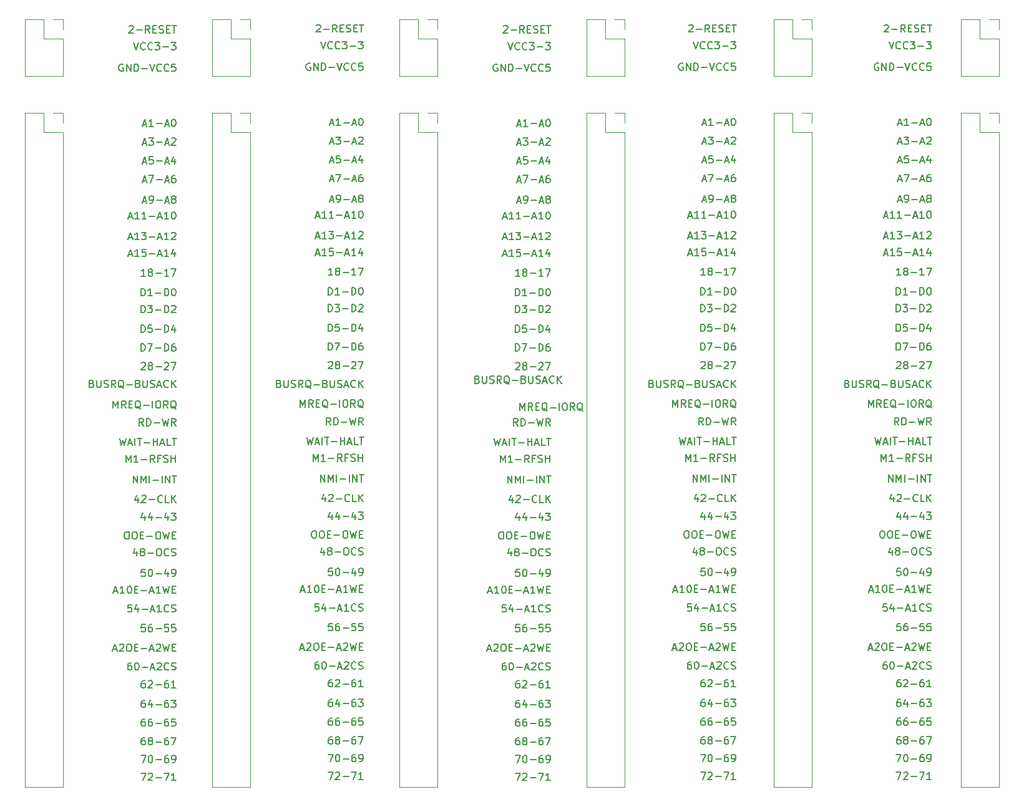
<source format=gbr>
G04 #@! TF.GenerationSoftware,KiCad,Pcbnew,(5.1.8)-1*
G04 #@! TF.CreationDate,2021-01-08T15:15:04-05:00*
G04 #@! TF.ProjectId,backplane,6261636b-706c-4616-9e65-2e6b69636164,rev?*
G04 #@! TF.SameCoordinates,Original*
G04 #@! TF.FileFunction,Legend,Top*
G04 #@! TF.FilePolarity,Positive*
%FSLAX46Y46*%
G04 Gerber Fmt 4.6, Leading zero omitted, Abs format (unit mm)*
G04 Created by KiCad (PCBNEW (5.1.8)-1) date 2021-01-08 15:15:04*
%MOMM*%
%LPD*%
G01*
G04 APERTURE LIST*
%ADD10C,0.150000*%
%ADD11C,0.120000*%
G04 APERTURE END LIST*
D10*
X132222071Y-86228571D02*
X132364928Y-86276190D01*
X132412547Y-86323809D01*
X132460166Y-86419047D01*
X132460166Y-86561904D01*
X132412547Y-86657142D01*
X132364928Y-86704761D01*
X132269690Y-86752380D01*
X131888738Y-86752380D01*
X131888738Y-85752380D01*
X132222071Y-85752380D01*
X132317309Y-85800000D01*
X132364928Y-85847619D01*
X132412547Y-85942857D01*
X132412547Y-86038095D01*
X132364928Y-86133333D01*
X132317309Y-86180952D01*
X132222071Y-86228571D01*
X131888738Y-86228571D01*
X132888738Y-85752380D02*
X132888738Y-86561904D01*
X132936357Y-86657142D01*
X132983976Y-86704761D01*
X133079214Y-86752380D01*
X133269690Y-86752380D01*
X133364928Y-86704761D01*
X133412547Y-86657142D01*
X133460166Y-86561904D01*
X133460166Y-85752380D01*
X133888738Y-86704761D02*
X134031595Y-86752380D01*
X134269690Y-86752380D01*
X134364928Y-86704761D01*
X134412547Y-86657142D01*
X134460166Y-86561904D01*
X134460166Y-86466666D01*
X134412547Y-86371428D01*
X134364928Y-86323809D01*
X134269690Y-86276190D01*
X134079214Y-86228571D01*
X133983976Y-86180952D01*
X133936357Y-86133333D01*
X133888738Y-86038095D01*
X133888738Y-85942857D01*
X133936357Y-85847619D01*
X133983976Y-85800000D01*
X134079214Y-85752380D01*
X134317309Y-85752380D01*
X134460166Y-85800000D01*
X135460166Y-86752380D02*
X135126833Y-86276190D01*
X134888738Y-86752380D02*
X134888738Y-85752380D01*
X135269690Y-85752380D01*
X135364928Y-85800000D01*
X135412547Y-85847619D01*
X135460166Y-85942857D01*
X135460166Y-86085714D01*
X135412547Y-86180952D01*
X135364928Y-86228571D01*
X135269690Y-86276190D01*
X134888738Y-86276190D01*
X136555404Y-86847619D02*
X136460166Y-86800000D01*
X136364928Y-86704761D01*
X136222071Y-86561904D01*
X136126833Y-86514285D01*
X136031595Y-86514285D01*
X136079214Y-86752380D02*
X135983976Y-86704761D01*
X135888738Y-86609523D01*
X135841119Y-86419047D01*
X135841119Y-86085714D01*
X135888738Y-85895238D01*
X135983976Y-85800000D01*
X136079214Y-85752380D01*
X136269690Y-85752380D01*
X136364928Y-85800000D01*
X136460166Y-85895238D01*
X136507785Y-86085714D01*
X136507785Y-86419047D01*
X136460166Y-86609523D01*
X136364928Y-86704761D01*
X136269690Y-86752380D01*
X136079214Y-86752380D01*
X136936357Y-86371428D02*
X137698261Y-86371428D01*
X138507785Y-86228571D02*
X138650642Y-86276190D01*
X138698261Y-86323809D01*
X138745880Y-86419047D01*
X138745880Y-86561904D01*
X138698261Y-86657142D01*
X138650642Y-86704761D01*
X138555404Y-86752380D01*
X138174452Y-86752380D01*
X138174452Y-85752380D01*
X138507785Y-85752380D01*
X138603023Y-85800000D01*
X138650642Y-85847619D01*
X138698261Y-85942857D01*
X138698261Y-86038095D01*
X138650642Y-86133333D01*
X138603023Y-86180952D01*
X138507785Y-86228571D01*
X138174452Y-86228571D01*
X139174452Y-85752380D02*
X139174452Y-86561904D01*
X139222071Y-86657142D01*
X139269690Y-86704761D01*
X139364928Y-86752380D01*
X139555404Y-86752380D01*
X139650642Y-86704761D01*
X139698261Y-86657142D01*
X139745880Y-86561904D01*
X139745880Y-85752380D01*
X140174452Y-86704761D02*
X140317309Y-86752380D01*
X140555404Y-86752380D01*
X140650642Y-86704761D01*
X140698261Y-86657142D01*
X140745880Y-86561904D01*
X140745880Y-86466666D01*
X140698261Y-86371428D01*
X140650642Y-86323809D01*
X140555404Y-86276190D01*
X140364928Y-86228571D01*
X140269690Y-86180952D01*
X140222071Y-86133333D01*
X140174452Y-86038095D01*
X140174452Y-85942857D01*
X140222071Y-85847619D01*
X140269690Y-85800000D01*
X140364928Y-85752380D01*
X140603023Y-85752380D01*
X140745880Y-85800000D01*
X141126833Y-86466666D02*
X141603023Y-86466666D01*
X141031595Y-86752380D02*
X141364928Y-85752380D01*
X141698261Y-86752380D01*
X142603023Y-86657142D02*
X142555404Y-86704761D01*
X142412547Y-86752380D01*
X142317309Y-86752380D01*
X142174452Y-86704761D01*
X142079214Y-86609523D01*
X142031595Y-86514285D01*
X141983976Y-86323809D01*
X141983976Y-86180952D01*
X142031595Y-85990476D01*
X142079214Y-85895238D01*
X142174452Y-85800000D01*
X142317309Y-85752380D01*
X142412547Y-85752380D01*
X142555404Y-85800000D01*
X142603023Y-85847619D01*
X143031595Y-86752380D02*
X143031595Y-85752380D01*
X143603023Y-86752380D02*
X143174452Y-86180952D01*
X143603023Y-85752380D02*
X143031595Y-86323809D01*
X157622071Y-86228571D02*
X157764928Y-86276190D01*
X157812547Y-86323809D01*
X157860166Y-86419047D01*
X157860166Y-86561904D01*
X157812547Y-86657142D01*
X157764928Y-86704761D01*
X157669690Y-86752380D01*
X157288738Y-86752380D01*
X157288738Y-85752380D01*
X157622071Y-85752380D01*
X157717309Y-85800000D01*
X157764928Y-85847619D01*
X157812547Y-85942857D01*
X157812547Y-86038095D01*
X157764928Y-86133333D01*
X157717309Y-86180952D01*
X157622071Y-86228571D01*
X157288738Y-86228571D01*
X158288738Y-85752380D02*
X158288738Y-86561904D01*
X158336357Y-86657142D01*
X158383976Y-86704761D01*
X158479214Y-86752380D01*
X158669690Y-86752380D01*
X158764928Y-86704761D01*
X158812547Y-86657142D01*
X158860166Y-86561904D01*
X158860166Y-85752380D01*
X159288738Y-86704761D02*
X159431595Y-86752380D01*
X159669690Y-86752380D01*
X159764928Y-86704761D01*
X159812547Y-86657142D01*
X159860166Y-86561904D01*
X159860166Y-86466666D01*
X159812547Y-86371428D01*
X159764928Y-86323809D01*
X159669690Y-86276190D01*
X159479214Y-86228571D01*
X159383976Y-86180952D01*
X159336357Y-86133333D01*
X159288738Y-86038095D01*
X159288738Y-85942857D01*
X159336357Y-85847619D01*
X159383976Y-85800000D01*
X159479214Y-85752380D01*
X159717309Y-85752380D01*
X159860166Y-85800000D01*
X160860166Y-86752380D02*
X160526833Y-86276190D01*
X160288738Y-86752380D02*
X160288738Y-85752380D01*
X160669690Y-85752380D01*
X160764928Y-85800000D01*
X160812547Y-85847619D01*
X160860166Y-85942857D01*
X160860166Y-86085714D01*
X160812547Y-86180952D01*
X160764928Y-86228571D01*
X160669690Y-86276190D01*
X160288738Y-86276190D01*
X161955404Y-86847619D02*
X161860166Y-86800000D01*
X161764928Y-86704761D01*
X161622071Y-86561904D01*
X161526833Y-86514285D01*
X161431595Y-86514285D01*
X161479214Y-86752380D02*
X161383976Y-86704761D01*
X161288738Y-86609523D01*
X161241119Y-86419047D01*
X161241119Y-86085714D01*
X161288738Y-85895238D01*
X161383976Y-85800000D01*
X161479214Y-85752380D01*
X161669690Y-85752380D01*
X161764928Y-85800000D01*
X161860166Y-85895238D01*
X161907785Y-86085714D01*
X161907785Y-86419047D01*
X161860166Y-86609523D01*
X161764928Y-86704761D01*
X161669690Y-86752380D01*
X161479214Y-86752380D01*
X162336357Y-86371428D02*
X163098261Y-86371428D01*
X163907785Y-86228571D02*
X164050642Y-86276190D01*
X164098261Y-86323809D01*
X164145880Y-86419047D01*
X164145880Y-86561904D01*
X164098261Y-86657142D01*
X164050642Y-86704761D01*
X163955404Y-86752380D01*
X163574452Y-86752380D01*
X163574452Y-85752380D01*
X163907785Y-85752380D01*
X164003023Y-85800000D01*
X164050642Y-85847619D01*
X164098261Y-85942857D01*
X164098261Y-86038095D01*
X164050642Y-86133333D01*
X164003023Y-86180952D01*
X163907785Y-86228571D01*
X163574452Y-86228571D01*
X164574452Y-85752380D02*
X164574452Y-86561904D01*
X164622071Y-86657142D01*
X164669690Y-86704761D01*
X164764928Y-86752380D01*
X164955404Y-86752380D01*
X165050642Y-86704761D01*
X165098261Y-86657142D01*
X165145880Y-86561904D01*
X165145880Y-85752380D01*
X165574452Y-86704761D02*
X165717309Y-86752380D01*
X165955404Y-86752380D01*
X166050642Y-86704761D01*
X166098261Y-86657142D01*
X166145880Y-86561904D01*
X166145880Y-86466666D01*
X166098261Y-86371428D01*
X166050642Y-86323809D01*
X165955404Y-86276190D01*
X165764928Y-86228571D01*
X165669690Y-86180952D01*
X165622071Y-86133333D01*
X165574452Y-86038095D01*
X165574452Y-85942857D01*
X165622071Y-85847619D01*
X165669690Y-85800000D01*
X165764928Y-85752380D01*
X166003023Y-85752380D01*
X166145880Y-85800000D01*
X166526833Y-86466666D02*
X167003023Y-86466666D01*
X166431595Y-86752380D02*
X166764928Y-85752380D01*
X167098261Y-86752380D01*
X168003023Y-86657142D02*
X167955404Y-86704761D01*
X167812547Y-86752380D01*
X167717309Y-86752380D01*
X167574452Y-86704761D01*
X167479214Y-86609523D01*
X167431595Y-86514285D01*
X167383976Y-86323809D01*
X167383976Y-86180952D01*
X167431595Y-85990476D01*
X167479214Y-85895238D01*
X167574452Y-85800000D01*
X167717309Y-85752380D01*
X167812547Y-85752380D01*
X167955404Y-85800000D01*
X168003023Y-85847619D01*
X168431595Y-86752380D02*
X168431595Y-85752380D01*
X169003023Y-86752380D02*
X168574452Y-86180952D01*
X169003023Y-85752380D02*
X168431595Y-86323809D01*
X184542571Y-85650071D02*
X184685428Y-85697690D01*
X184733047Y-85745309D01*
X184780666Y-85840547D01*
X184780666Y-85983404D01*
X184733047Y-86078642D01*
X184685428Y-86126261D01*
X184590190Y-86173880D01*
X184209238Y-86173880D01*
X184209238Y-85173880D01*
X184542571Y-85173880D01*
X184637809Y-85221500D01*
X184685428Y-85269119D01*
X184733047Y-85364357D01*
X184733047Y-85459595D01*
X184685428Y-85554833D01*
X184637809Y-85602452D01*
X184542571Y-85650071D01*
X184209238Y-85650071D01*
X185209238Y-85173880D02*
X185209238Y-85983404D01*
X185256857Y-86078642D01*
X185304476Y-86126261D01*
X185399714Y-86173880D01*
X185590190Y-86173880D01*
X185685428Y-86126261D01*
X185733047Y-86078642D01*
X185780666Y-85983404D01*
X185780666Y-85173880D01*
X186209238Y-86126261D02*
X186352095Y-86173880D01*
X186590190Y-86173880D01*
X186685428Y-86126261D01*
X186733047Y-86078642D01*
X186780666Y-85983404D01*
X186780666Y-85888166D01*
X186733047Y-85792928D01*
X186685428Y-85745309D01*
X186590190Y-85697690D01*
X186399714Y-85650071D01*
X186304476Y-85602452D01*
X186256857Y-85554833D01*
X186209238Y-85459595D01*
X186209238Y-85364357D01*
X186256857Y-85269119D01*
X186304476Y-85221500D01*
X186399714Y-85173880D01*
X186637809Y-85173880D01*
X186780666Y-85221500D01*
X187780666Y-86173880D02*
X187447333Y-85697690D01*
X187209238Y-86173880D02*
X187209238Y-85173880D01*
X187590190Y-85173880D01*
X187685428Y-85221500D01*
X187733047Y-85269119D01*
X187780666Y-85364357D01*
X187780666Y-85507214D01*
X187733047Y-85602452D01*
X187685428Y-85650071D01*
X187590190Y-85697690D01*
X187209238Y-85697690D01*
X188875904Y-86269119D02*
X188780666Y-86221500D01*
X188685428Y-86126261D01*
X188542571Y-85983404D01*
X188447333Y-85935785D01*
X188352095Y-85935785D01*
X188399714Y-86173880D02*
X188304476Y-86126261D01*
X188209238Y-86031023D01*
X188161619Y-85840547D01*
X188161619Y-85507214D01*
X188209238Y-85316738D01*
X188304476Y-85221500D01*
X188399714Y-85173880D01*
X188590190Y-85173880D01*
X188685428Y-85221500D01*
X188780666Y-85316738D01*
X188828285Y-85507214D01*
X188828285Y-85840547D01*
X188780666Y-86031023D01*
X188685428Y-86126261D01*
X188590190Y-86173880D01*
X188399714Y-86173880D01*
X189256857Y-85792928D02*
X190018761Y-85792928D01*
X190828285Y-85650071D02*
X190971142Y-85697690D01*
X191018761Y-85745309D01*
X191066380Y-85840547D01*
X191066380Y-85983404D01*
X191018761Y-86078642D01*
X190971142Y-86126261D01*
X190875904Y-86173880D01*
X190494952Y-86173880D01*
X190494952Y-85173880D01*
X190828285Y-85173880D01*
X190923523Y-85221500D01*
X190971142Y-85269119D01*
X191018761Y-85364357D01*
X191018761Y-85459595D01*
X190971142Y-85554833D01*
X190923523Y-85602452D01*
X190828285Y-85650071D01*
X190494952Y-85650071D01*
X191494952Y-85173880D02*
X191494952Y-85983404D01*
X191542571Y-86078642D01*
X191590190Y-86126261D01*
X191685428Y-86173880D01*
X191875904Y-86173880D01*
X191971142Y-86126261D01*
X192018761Y-86078642D01*
X192066380Y-85983404D01*
X192066380Y-85173880D01*
X192494952Y-86126261D02*
X192637809Y-86173880D01*
X192875904Y-86173880D01*
X192971142Y-86126261D01*
X193018761Y-86078642D01*
X193066380Y-85983404D01*
X193066380Y-85888166D01*
X193018761Y-85792928D01*
X192971142Y-85745309D01*
X192875904Y-85697690D01*
X192685428Y-85650071D01*
X192590190Y-85602452D01*
X192542571Y-85554833D01*
X192494952Y-85459595D01*
X192494952Y-85364357D01*
X192542571Y-85269119D01*
X192590190Y-85221500D01*
X192685428Y-85173880D01*
X192923523Y-85173880D01*
X193066380Y-85221500D01*
X193447333Y-85888166D02*
X193923523Y-85888166D01*
X193352095Y-86173880D02*
X193685428Y-85173880D01*
X194018761Y-86173880D01*
X194923523Y-86078642D02*
X194875904Y-86126261D01*
X194733047Y-86173880D01*
X194637809Y-86173880D01*
X194494952Y-86126261D01*
X194399714Y-86031023D01*
X194352095Y-85935785D01*
X194304476Y-85745309D01*
X194304476Y-85602452D01*
X194352095Y-85411976D01*
X194399714Y-85316738D01*
X194494952Y-85221500D01*
X194637809Y-85173880D01*
X194733047Y-85173880D01*
X194875904Y-85221500D01*
X194923523Y-85269119D01*
X195352095Y-86173880D02*
X195352095Y-85173880D01*
X195923523Y-86173880D02*
X195494952Y-85602452D01*
X195923523Y-85173880D02*
X195352095Y-85745309D01*
X208168071Y-86228571D02*
X208310928Y-86276190D01*
X208358547Y-86323809D01*
X208406166Y-86419047D01*
X208406166Y-86561904D01*
X208358547Y-86657142D01*
X208310928Y-86704761D01*
X208215690Y-86752380D01*
X207834738Y-86752380D01*
X207834738Y-85752380D01*
X208168071Y-85752380D01*
X208263309Y-85800000D01*
X208310928Y-85847619D01*
X208358547Y-85942857D01*
X208358547Y-86038095D01*
X208310928Y-86133333D01*
X208263309Y-86180952D01*
X208168071Y-86228571D01*
X207834738Y-86228571D01*
X208834738Y-85752380D02*
X208834738Y-86561904D01*
X208882357Y-86657142D01*
X208929976Y-86704761D01*
X209025214Y-86752380D01*
X209215690Y-86752380D01*
X209310928Y-86704761D01*
X209358547Y-86657142D01*
X209406166Y-86561904D01*
X209406166Y-85752380D01*
X209834738Y-86704761D02*
X209977595Y-86752380D01*
X210215690Y-86752380D01*
X210310928Y-86704761D01*
X210358547Y-86657142D01*
X210406166Y-86561904D01*
X210406166Y-86466666D01*
X210358547Y-86371428D01*
X210310928Y-86323809D01*
X210215690Y-86276190D01*
X210025214Y-86228571D01*
X209929976Y-86180952D01*
X209882357Y-86133333D01*
X209834738Y-86038095D01*
X209834738Y-85942857D01*
X209882357Y-85847619D01*
X209929976Y-85800000D01*
X210025214Y-85752380D01*
X210263309Y-85752380D01*
X210406166Y-85800000D01*
X211406166Y-86752380D02*
X211072833Y-86276190D01*
X210834738Y-86752380D02*
X210834738Y-85752380D01*
X211215690Y-85752380D01*
X211310928Y-85800000D01*
X211358547Y-85847619D01*
X211406166Y-85942857D01*
X211406166Y-86085714D01*
X211358547Y-86180952D01*
X211310928Y-86228571D01*
X211215690Y-86276190D01*
X210834738Y-86276190D01*
X212501404Y-86847619D02*
X212406166Y-86800000D01*
X212310928Y-86704761D01*
X212168071Y-86561904D01*
X212072833Y-86514285D01*
X211977595Y-86514285D01*
X212025214Y-86752380D02*
X211929976Y-86704761D01*
X211834738Y-86609523D01*
X211787119Y-86419047D01*
X211787119Y-86085714D01*
X211834738Y-85895238D01*
X211929976Y-85800000D01*
X212025214Y-85752380D01*
X212215690Y-85752380D01*
X212310928Y-85800000D01*
X212406166Y-85895238D01*
X212453785Y-86085714D01*
X212453785Y-86419047D01*
X212406166Y-86609523D01*
X212310928Y-86704761D01*
X212215690Y-86752380D01*
X212025214Y-86752380D01*
X212882357Y-86371428D02*
X213644261Y-86371428D01*
X214453785Y-86228571D02*
X214596642Y-86276190D01*
X214644261Y-86323809D01*
X214691880Y-86419047D01*
X214691880Y-86561904D01*
X214644261Y-86657142D01*
X214596642Y-86704761D01*
X214501404Y-86752380D01*
X214120452Y-86752380D01*
X214120452Y-85752380D01*
X214453785Y-85752380D01*
X214549023Y-85800000D01*
X214596642Y-85847619D01*
X214644261Y-85942857D01*
X214644261Y-86038095D01*
X214596642Y-86133333D01*
X214549023Y-86180952D01*
X214453785Y-86228571D01*
X214120452Y-86228571D01*
X215120452Y-85752380D02*
X215120452Y-86561904D01*
X215168071Y-86657142D01*
X215215690Y-86704761D01*
X215310928Y-86752380D01*
X215501404Y-86752380D01*
X215596642Y-86704761D01*
X215644261Y-86657142D01*
X215691880Y-86561904D01*
X215691880Y-85752380D01*
X216120452Y-86704761D02*
X216263309Y-86752380D01*
X216501404Y-86752380D01*
X216596642Y-86704761D01*
X216644261Y-86657142D01*
X216691880Y-86561904D01*
X216691880Y-86466666D01*
X216644261Y-86371428D01*
X216596642Y-86323809D01*
X216501404Y-86276190D01*
X216310928Y-86228571D01*
X216215690Y-86180952D01*
X216168071Y-86133333D01*
X216120452Y-86038095D01*
X216120452Y-85942857D01*
X216168071Y-85847619D01*
X216215690Y-85800000D01*
X216310928Y-85752380D01*
X216549023Y-85752380D01*
X216691880Y-85800000D01*
X217072833Y-86466666D02*
X217549023Y-86466666D01*
X216977595Y-86752380D02*
X217310928Y-85752380D01*
X217644261Y-86752380D01*
X218549023Y-86657142D02*
X218501404Y-86704761D01*
X218358547Y-86752380D01*
X218263309Y-86752380D01*
X218120452Y-86704761D01*
X218025214Y-86609523D01*
X217977595Y-86514285D01*
X217929976Y-86323809D01*
X217929976Y-86180952D01*
X217977595Y-85990476D01*
X218025214Y-85895238D01*
X218120452Y-85800000D01*
X218263309Y-85752380D01*
X218358547Y-85752380D01*
X218501404Y-85800000D01*
X218549023Y-85847619D01*
X218977595Y-86752380D02*
X218977595Y-85752380D01*
X219549023Y-86752380D02*
X219120452Y-86180952D01*
X219549023Y-85752380D02*
X218977595Y-86323809D01*
X137555404Y-124106380D02*
X137364928Y-124106380D01*
X137269690Y-124154000D01*
X137222071Y-124201619D01*
X137126833Y-124344476D01*
X137079214Y-124534952D01*
X137079214Y-124915904D01*
X137126833Y-125011142D01*
X137174452Y-125058761D01*
X137269690Y-125106380D01*
X137460166Y-125106380D01*
X137555404Y-125058761D01*
X137603023Y-125011142D01*
X137650642Y-124915904D01*
X137650642Y-124677809D01*
X137603023Y-124582571D01*
X137555404Y-124534952D01*
X137460166Y-124487333D01*
X137269690Y-124487333D01*
X137174452Y-124534952D01*
X137126833Y-124582571D01*
X137079214Y-124677809D01*
X138269690Y-124106380D02*
X138364928Y-124106380D01*
X138460166Y-124154000D01*
X138507785Y-124201619D01*
X138555404Y-124296857D01*
X138603023Y-124487333D01*
X138603023Y-124725428D01*
X138555404Y-124915904D01*
X138507785Y-125011142D01*
X138460166Y-125058761D01*
X138364928Y-125106380D01*
X138269690Y-125106380D01*
X138174452Y-125058761D01*
X138126833Y-125011142D01*
X138079214Y-124915904D01*
X138031595Y-124725428D01*
X138031595Y-124487333D01*
X138079214Y-124296857D01*
X138126833Y-124201619D01*
X138174452Y-124154000D01*
X138269690Y-124106380D01*
X139031595Y-124725428D02*
X139793500Y-124725428D01*
X140222071Y-124820666D02*
X140698261Y-124820666D01*
X140126833Y-125106380D02*
X140460166Y-124106380D01*
X140793500Y-125106380D01*
X141079214Y-124201619D02*
X141126833Y-124154000D01*
X141222071Y-124106380D01*
X141460166Y-124106380D01*
X141555404Y-124154000D01*
X141603023Y-124201619D01*
X141650642Y-124296857D01*
X141650642Y-124392095D01*
X141603023Y-124534952D01*
X141031595Y-125106380D01*
X141650642Y-125106380D01*
X142650642Y-125011142D02*
X142603023Y-125058761D01*
X142460166Y-125106380D01*
X142364928Y-125106380D01*
X142222071Y-125058761D01*
X142126833Y-124963523D01*
X142079214Y-124868285D01*
X142031595Y-124677809D01*
X142031595Y-124534952D01*
X142079214Y-124344476D01*
X142126833Y-124249238D01*
X142222071Y-124154000D01*
X142364928Y-124106380D01*
X142460166Y-124106380D01*
X142603023Y-124154000D01*
X142650642Y-124201619D01*
X143031595Y-125058761D02*
X143174452Y-125106380D01*
X143412547Y-125106380D01*
X143507785Y-125058761D01*
X143555404Y-125011142D01*
X143603023Y-124915904D01*
X143603023Y-124820666D01*
X143555404Y-124725428D01*
X143507785Y-124677809D01*
X143412547Y-124630190D01*
X143222071Y-124582571D01*
X143126833Y-124534952D01*
X143079214Y-124487333D01*
X143031595Y-124392095D01*
X143031595Y-124296857D01*
X143079214Y-124201619D01*
X143126833Y-124154000D01*
X143222071Y-124106380D01*
X143460166Y-124106380D01*
X143603023Y-124154000D01*
X138888738Y-76592380D02*
X138888738Y-75592380D01*
X139126833Y-75592380D01*
X139269690Y-75640000D01*
X139364928Y-75735238D01*
X139412547Y-75830476D01*
X139460166Y-76020952D01*
X139460166Y-76163809D01*
X139412547Y-76354285D01*
X139364928Y-76449523D01*
X139269690Y-76544761D01*
X139126833Y-76592380D01*
X138888738Y-76592380D01*
X139793500Y-75592380D02*
X140412547Y-75592380D01*
X140079214Y-75973333D01*
X140222071Y-75973333D01*
X140317309Y-76020952D01*
X140364928Y-76068571D01*
X140412547Y-76163809D01*
X140412547Y-76401904D01*
X140364928Y-76497142D01*
X140317309Y-76544761D01*
X140222071Y-76592380D01*
X139936357Y-76592380D01*
X139841119Y-76544761D01*
X139793500Y-76497142D01*
X140841119Y-76211428D02*
X141603023Y-76211428D01*
X142079214Y-76592380D02*
X142079214Y-75592380D01*
X142317309Y-75592380D01*
X142460166Y-75640000D01*
X142555404Y-75735238D01*
X142603023Y-75830476D01*
X142650642Y-76020952D01*
X142650642Y-76163809D01*
X142603023Y-76354285D01*
X142555404Y-76449523D01*
X142460166Y-76544761D01*
X142317309Y-76592380D01*
X142079214Y-76592380D01*
X143031595Y-75687619D02*
X143079214Y-75640000D01*
X143174452Y-75592380D01*
X143412547Y-75592380D01*
X143507785Y-75640000D01*
X143555404Y-75687619D01*
X143603023Y-75782857D01*
X143603023Y-75878095D01*
X143555404Y-76020952D01*
X142983976Y-76592380D01*
X143603023Y-76592380D01*
X139126833Y-56113666D02*
X139603023Y-56113666D01*
X139031595Y-56399380D02*
X139364928Y-55399380D01*
X139698261Y-56399380D01*
X140507785Y-55399380D02*
X140031595Y-55399380D01*
X139983976Y-55875571D01*
X140031595Y-55827952D01*
X140126833Y-55780333D01*
X140364928Y-55780333D01*
X140460166Y-55827952D01*
X140507785Y-55875571D01*
X140555404Y-55970809D01*
X140555404Y-56208904D01*
X140507785Y-56304142D01*
X140460166Y-56351761D01*
X140364928Y-56399380D01*
X140126833Y-56399380D01*
X140031595Y-56351761D01*
X139983976Y-56304142D01*
X140983976Y-56018428D02*
X141745880Y-56018428D01*
X142174452Y-56113666D02*
X142650642Y-56113666D01*
X142079214Y-56399380D02*
X142412547Y-55399380D01*
X142745880Y-56399380D01*
X143507785Y-55732714D02*
X143507785Y-56399380D01*
X143269690Y-55351761D02*
X143031595Y-56066047D01*
X143650642Y-56066047D01*
X139412547Y-104119714D02*
X139412547Y-104786380D01*
X139174452Y-103738761D02*
X138936357Y-104453047D01*
X139555404Y-104453047D01*
X140364928Y-104119714D02*
X140364928Y-104786380D01*
X140126833Y-103738761D02*
X139888738Y-104453047D01*
X140507785Y-104453047D01*
X140888738Y-104405428D02*
X141650642Y-104405428D01*
X142555404Y-104119714D02*
X142555404Y-104786380D01*
X142317309Y-103738761D02*
X142079214Y-104453047D01*
X142698261Y-104453047D01*
X142983976Y-103786380D02*
X143603023Y-103786380D01*
X143269690Y-104167333D01*
X143412547Y-104167333D01*
X143507785Y-104214952D01*
X143555404Y-104262571D01*
X143603023Y-104357809D01*
X143603023Y-104595904D01*
X143555404Y-104691142D01*
X143507785Y-104738761D01*
X143412547Y-104786380D01*
X143126833Y-104786380D01*
X143031595Y-104738761D01*
X142983976Y-104691142D01*
X138888738Y-74306380D02*
X138888738Y-73306380D01*
X139126833Y-73306380D01*
X139269690Y-73354000D01*
X139364928Y-73449238D01*
X139412547Y-73544476D01*
X139460166Y-73734952D01*
X139460166Y-73877809D01*
X139412547Y-74068285D01*
X139364928Y-74163523D01*
X139269690Y-74258761D01*
X139126833Y-74306380D01*
X138888738Y-74306380D01*
X140412547Y-74306380D02*
X139841119Y-74306380D01*
X140126833Y-74306380D02*
X140126833Y-73306380D01*
X140031595Y-73449238D01*
X139936357Y-73544476D01*
X139841119Y-73592095D01*
X140841119Y-73925428D02*
X141603023Y-73925428D01*
X142079214Y-74306380D02*
X142079214Y-73306380D01*
X142317309Y-73306380D01*
X142460166Y-73354000D01*
X142555404Y-73449238D01*
X142603023Y-73544476D01*
X142650642Y-73734952D01*
X142650642Y-73877809D01*
X142603023Y-74068285D01*
X142555404Y-74163523D01*
X142460166Y-74258761D01*
X142317309Y-74306380D01*
X142079214Y-74306380D01*
X143269690Y-73306380D02*
X143364928Y-73306380D01*
X143460166Y-73354000D01*
X143507785Y-73401619D01*
X143555404Y-73496857D01*
X143603023Y-73687333D01*
X143603023Y-73925428D01*
X143555404Y-74115904D01*
X143507785Y-74211142D01*
X143460166Y-74258761D01*
X143364928Y-74306380D01*
X143269690Y-74306380D01*
X143174452Y-74258761D01*
X143126833Y-74211142D01*
X143079214Y-74115904D01*
X143031595Y-73925428D01*
X143031595Y-73687333D01*
X143079214Y-73496857D01*
X143126833Y-73401619D01*
X143174452Y-73354000D01*
X143269690Y-73306380D01*
X138507785Y-101706714D02*
X138507785Y-102373380D01*
X138269690Y-101325761D02*
X138031595Y-102040047D01*
X138650642Y-102040047D01*
X138983976Y-101468619D02*
X139031595Y-101421000D01*
X139126833Y-101373380D01*
X139364928Y-101373380D01*
X139460166Y-101421000D01*
X139507785Y-101468619D01*
X139555404Y-101563857D01*
X139555404Y-101659095D01*
X139507785Y-101801952D01*
X138936357Y-102373380D01*
X139555404Y-102373380D01*
X139983976Y-101992428D02*
X140745880Y-101992428D01*
X141793500Y-102278142D02*
X141745880Y-102325761D01*
X141603023Y-102373380D01*
X141507785Y-102373380D01*
X141364928Y-102325761D01*
X141269690Y-102230523D01*
X141222071Y-102135285D01*
X141174452Y-101944809D01*
X141174452Y-101801952D01*
X141222071Y-101611476D01*
X141269690Y-101516238D01*
X141364928Y-101421000D01*
X141507785Y-101373380D01*
X141603023Y-101373380D01*
X141745880Y-101421000D01*
X141793500Y-101468619D01*
X142698261Y-102373380D02*
X142222071Y-102373380D01*
X142222071Y-101373380D01*
X143031595Y-102373380D02*
X143031595Y-101373380D01*
X143603023Y-102373380D02*
X143174452Y-101801952D01*
X143603023Y-101373380D02*
X143031595Y-101944809D01*
X137888738Y-39905380D02*
X138222071Y-40905380D01*
X138555404Y-39905380D01*
X139460166Y-40810142D02*
X139412547Y-40857761D01*
X139269690Y-40905380D01*
X139174452Y-40905380D01*
X139031595Y-40857761D01*
X138936357Y-40762523D01*
X138888738Y-40667285D01*
X138841119Y-40476809D01*
X138841119Y-40333952D01*
X138888738Y-40143476D01*
X138936357Y-40048238D01*
X139031595Y-39953000D01*
X139174452Y-39905380D01*
X139269690Y-39905380D01*
X139412547Y-39953000D01*
X139460166Y-40000619D01*
X140460166Y-40810142D02*
X140412547Y-40857761D01*
X140269690Y-40905380D01*
X140174452Y-40905380D01*
X140031595Y-40857761D01*
X139936357Y-40762523D01*
X139888738Y-40667285D01*
X139841119Y-40476809D01*
X139841119Y-40333952D01*
X139888738Y-40143476D01*
X139936357Y-40048238D01*
X140031595Y-39953000D01*
X140174452Y-39905380D01*
X140269690Y-39905380D01*
X140412547Y-39953000D01*
X140460166Y-40000619D01*
X140793500Y-39905380D02*
X141412547Y-39905380D01*
X141079214Y-40286333D01*
X141222071Y-40286333D01*
X141317309Y-40333952D01*
X141364928Y-40381571D01*
X141412547Y-40476809D01*
X141412547Y-40714904D01*
X141364928Y-40810142D01*
X141317309Y-40857761D01*
X141222071Y-40905380D01*
X140936357Y-40905380D01*
X140841119Y-40857761D01*
X140793500Y-40810142D01*
X141841119Y-40524428D02*
X142603023Y-40524428D01*
X142983976Y-39905380D02*
X143603023Y-39905380D01*
X143269690Y-40286333D01*
X143412547Y-40286333D01*
X143507785Y-40333952D01*
X143555404Y-40381571D01*
X143603023Y-40476809D01*
X143603023Y-40714904D01*
X143555404Y-40810142D01*
X143507785Y-40857761D01*
X143412547Y-40905380D01*
X143126833Y-40905380D01*
X143031595Y-40857761D01*
X142983976Y-40810142D01*
X139126833Y-53573666D02*
X139603023Y-53573666D01*
X139031595Y-53859380D02*
X139364928Y-52859380D01*
X139698261Y-53859380D01*
X139936357Y-52859380D02*
X140555404Y-52859380D01*
X140222071Y-53240333D01*
X140364928Y-53240333D01*
X140460166Y-53287952D01*
X140507785Y-53335571D01*
X140555404Y-53430809D01*
X140555404Y-53668904D01*
X140507785Y-53764142D01*
X140460166Y-53811761D01*
X140364928Y-53859380D01*
X140079214Y-53859380D01*
X139983976Y-53811761D01*
X139936357Y-53764142D01*
X140983976Y-53478428D02*
X141745880Y-53478428D01*
X142174452Y-53573666D02*
X142650642Y-53573666D01*
X142079214Y-53859380D02*
X142412547Y-52859380D01*
X142745880Y-53859380D01*
X143031595Y-52954619D02*
X143079214Y-52907000D01*
X143174452Y-52859380D01*
X143412547Y-52859380D01*
X143507785Y-52907000D01*
X143555404Y-52954619D01*
X143603023Y-53049857D01*
X143603023Y-53145095D01*
X143555404Y-53287952D01*
X142983976Y-53859380D01*
X143603023Y-53859380D01*
X139460166Y-111406380D02*
X138983976Y-111406380D01*
X138936357Y-111882571D01*
X138983976Y-111834952D01*
X139079214Y-111787333D01*
X139317309Y-111787333D01*
X139412547Y-111834952D01*
X139460166Y-111882571D01*
X139507785Y-111977809D01*
X139507785Y-112215904D01*
X139460166Y-112311142D01*
X139412547Y-112358761D01*
X139317309Y-112406380D01*
X139079214Y-112406380D01*
X138983976Y-112358761D01*
X138936357Y-112311142D01*
X140126833Y-111406380D02*
X140222071Y-111406380D01*
X140317309Y-111454000D01*
X140364928Y-111501619D01*
X140412547Y-111596857D01*
X140460166Y-111787333D01*
X140460166Y-112025428D01*
X140412547Y-112215904D01*
X140364928Y-112311142D01*
X140317309Y-112358761D01*
X140222071Y-112406380D01*
X140126833Y-112406380D01*
X140031595Y-112358761D01*
X139983976Y-112311142D01*
X139936357Y-112215904D01*
X139888738Y-112025428D01*
X139888738Y-111787333D01*
X139936357Y-111596857D01*
X139983976Y-111501619D01*
X140031595Y-111454000D01*
X140126833Y-111406380D01*
X140888738Y-112025428D02*
X141650642Y-112025428D01*
X142555404Y-111739714D02*
X142555404Y-112406380D01*
X142317309Y-111358761D02*
X142079214Y-112073047D01*
X142698261Y-112073047D01*
X143126833Y-112406380D02*
X143317309Y-112406380D01*
X143412547Y-112358761D01*
X143460166Y-112311142D01*
X143555404Y-112168285D01*
X143603023Y-111977809D01*
X143603023Y-111596857D01*
X143555404Y-111501619D01*
X143507785Y-111454000D01*
X143412547Y-111406380D01*
X143222071Y-111406380D01*
X143126833Y-111454000D01*
X143079214Y-111501619D01*
X143031595Y-111596857D01*
X143031595Y-111834952D01*
X143079214Y-111930190D01*
X143126833Y-111977809D01*
X143222071Y-112025428D01*
X143412547Y-112025428D01*
X143507785Y-111977809D01*
X143555404Y-111930190D01*
X143603023Y-111834952D01*
X136888738Y-106326380D02*
X137079214Y-106326380D01*
X137174452Y-106374000D01*
X137269690Y-106469238D01*
X137317309Y-106659714D01*
X137317309Y-106993047D01*
X137269690Y-107183523D01*
X137174452Y-107278761D01*
X137079214Y-107326380D01*
X136888738Y-107326380D01*
X136793500Y-107278761D01*
X136698261Y-107183523D01*
X136650642Y-106993047D01*
X136650642Y-106659714D01*
X136698261Y-106469238D01*
X136793500Y-106374000D01*
X136888738Y-106326380D01*
X137936357Y-106326380D02*
X138126833Y-106326380D01*
X138222071Y-106374000D01*
X138317309Y-106469238D01*
X138364928Y-106659714D01*
X138364928Y-106993047D01*
X138317309Y-107183523D01*
X138222071Y-107278761D01*
X138126833Y-107326380D01*
X137936357Y-107326380D01*
X137841119Y-107278761D01*
X137745880Y-107183523D01*
X137698261Y-106993047D01*
X137698261Y-106659714D01*
X137745880Y-106469238D01*
X137841119Y-106374000D01*
X137936357Y-106326380D01*
X138793500Y-106802571D02*
X139126833Y-106802571D01*
X139269690Y-107326380D02*
X138793500Y-107326380D01*
X138793500Y-106326380D01*
X139269690Y-106326380D01*
X139698261Y-106945428D02*
X140460166Y-106945428D01*
X141126833Y-106326380D02*
X141317309Y-106326380D01*
X141412547Y-106374000D01*
X141507785Y-106469238D01*
X141555404Y-106659714D01*
X141555404Y-106993047D01*
X141507785Y-107183523D01*
X141412547Y-107278761D01*
X141317309Y-107326380D01*
X141126833Y-107326380D01*
X141031595Y-107278761D01*
X140936357Y-107183523D01*
X140888738Y-106993047D01*
X140888738Y-106659714D01*
X140936357Y-106469238D01*
X141031595Y-106374000D01*
X141126833Y-106326380D01*
X141888738Y-106326380D02*
X142126833Y-107326380D01*
X142317309Y-106612095D01*
X142507785Y-107326380D01*
X142745880Y-106326380D01*
X143126833Y-106802571D02*
X143460166Y-106802571D01*
X143603023Y-107326380D02*
X143126833Y-107326380D01*
X143126833Y-106326380D01*
X143603023Y-106326380D01*
X138888738Y-136679380D02*
X139555404Y-136679380D01*
X139126833Y-137679380D01*
X140126833Y-136679380D02*
X140222071Y-136679380D01*
X140317309Y-136727000D01*
X140364928Y-136774619D01*
X140412547Y-136869857D01*
X140460166Y-137060333D01*
X140460166Y-137298428D01*
X140412547Y-137488904D01*
X140364928Y-137584142D01*
X140317309Y-137631761D01*
X140222071Y-137679380D01*
X140126833Y-137679380D01*
X140031595Y-137631761D01*
X139983976Y-137584142D01*
X139936357Y-137488904D01*
X139888738Y-137298428D01*
X139888738Y-137060333D01*
X139936357Y-136869857D01*
X139983976Y-136774619D01*
X140031595Y-136727000D01*
X140126833Y-136679380D01*
X140888738Y-137298428D02*
X141650642Y-137298428D01*
X142555404Y-136679380D02*
X142364928Y-136679380D01*
X142269690Y-136727000D01*
X142222071Y-136774619D01*
X142126833Y-136917476D01*
X142079214Y-137107952D01*
X142079214Y-137488904D01*
X142126833Y-137584142D01*
X142174452Y-137631761D01*
X142269690Y-137679380D01*
X142460166Y-137679380D01*
X142555404Y-137631761D01*
X142603023Y-137584142D01*
X142650642Y-137488904D01*
X142650642Y-137250809D01*
X142603023Y-137155571D01*
X142555404Y-137107952D01*
X142460166Y-137060333D01*
X142269690Y-137060333D01*
X142174452Y-137107952D01*
X142126833Y-137155571D01*
X142079214Y-137250809D01*
X143126833Y-137679380D02*
X143317309Y-137679380D01*
X143412547Y-137631761D01*
X143460166Y-137584142D01*
X143555404Y-137441285D01*
X143603023Y-137250809D01*
X143603023Y-136869857D01*
X143555404Y-136774619D01*
X143507785Y-136727000D01*
X143412547Y-136679380D01*
X143222071Y-136679380D01*
X143126833Y-136727000D01*
X143079214Y-136774619D01*
X143031595Y-136869857D01*
X143031595Y-137107952D01*
X143079214Y-137203190D01*
X143126833Y-137250809D01*
X143222071Y-137298428D01*
X143412547Y-137298428D01*
X143507785Y-137250809D01*
X143555404Y-137203190D01*
X143603023Y-137107952D01*
X135222071Y-114406666D02*
X135698261Y-114406666D01*
X135126833Y-114692380D02*
X135460166Y-113692380D01*
X135793500Y-114692380D01*
X136650642Y-114692380D02*
X136079214Y-114692380D01*
X136364928Y-114692380D02*
X136364928Y-113692380D01*
X136269690Y-113835238D01*
X136174452Y-113930476D01*
X136079214Y-113978095D01*
X137269690Y-113692380D02*
X137364928Y-113692380D01*
X137460166Y-113740000D01*
X137507785Y-113787619D01*
X137555404Y-113882857D01*
X137603023Y-114073333D01*
X137603023Y-114311428D01*
X137555404Y-114501904D01*
X137507785Y-114597142D01*
X137460166Y-114644761D01*
X137364928Y-114692380D01*
X137269690Y-114692380D01*
X137174452Y-114644761D01*
X137126833Y-114597142D01*
X137079214Y-114501904D01*
X137031595Y-114311428D01*
X137031595Y-114073333D01*
X137079214Y-113882857D01*
X137126833Y-113787619D01*
X137174452Y-113740000D01*
X137269690Y-113692380D01*
X138031595Y-114168571D02*
X138364928Y-114168571D01*
X138507785Y-114692380D02*
X138031595Y-114692380D01*
X138031595Y-113692380D01*
X138507785Y-113692380D01*
X138936357Y-114311428D02*
X139698261Y-114311428D01*
X140126833Y-114406666D02*
X140603023Y-114406666D01*
X140031595Y-114692380D02*
X140364928Y-113692380D01*
X140698261Y-114692380D01*
X141555404Y-114692380D02*
X140983976Y-114692380D01*
X141269690Y-114692380D02*
X141269690Y-113692380D01*
X141174452Y-113835238D01*
X141079214Y-113930476D01*
X140983976Y-113978095D01*
X141888738Y-113692380D02*
X142126833Y-114692380D01*
X142317309Y-113978095D01*
X142507785Y-114692380D01*
X142745880Y-113692380D01*
X143126833Y-114168571D02*
X143460166Y-114168571D01*
X143603023Y-114692380D02*
X143126833Y-114692380D01*
X143126833Y-113692380D01*
X143603023Y-113692380D01*
X137841119Y-99706380D02*
X137841119Y-98706380D01*
X138412547Y-99706380D01*
X138412547Y-98706380D01*
X138888738Y-99706380D02*
X138888738Y-98706380D01*
X139222071Y-99420666D01*
X139555404Y-98706380D01*
X139555404Y-99706380D01*
X140031595Y-99706380D02*
X140031595Y-98706380D01*
X140507785Y-99325428D02*
X141269690Y-99325428D01*
X141745880Y-99706380D02*
X141745880Y-98706380D01*
X142222071Y-99706380D02*
X142222071Y-98706380D01*
X142793500Y-99706380D01*
X142793500Y-98706380D01*
X143126833Y-98706380D02*
X143698261Y-98706380D01*
X143412547Y-99706380D02*
X143412547Y-98706380D01*
X139222071Y-91959380D02*
X138888738Y-91483190D01*
X138650642Y-91959380D02*
X138650642Y-90959380D01*
X139031595Y-90959380D01*
X139126833Y-91007000D01*
X139174452Y-91054619D01*
X139222071Y-91149857D01*
X139222071Y-91292714D01*
X139174452Y-91387952D01*
X139126833Y-91435571D01*
X139031595Y-91483190D01*
X138650642Y-91483190D01*
X139650642Y-91959380D02*
X139650642Y-90959380D01*
X139888738Y-90959380D01*
X140031595Y-91007000D01*
X140126833Y-91102238D01*
X140174452Y-91197476D01*
X140222071Y-91387952D01*
X140222071Y-91530809D01*
X140174452Y-91721285D01*
X140126833Y-91816523D01*
X140031595Y-91911761D01*
X139888738Y-91959380D01*
X139650642Y-91959380D01*
X140650642Y-91578428D02*
X141412547Y-91578428D01*
X141793500Y-90959380D02*
X142031595Y-91959380D01*
X142222071Y-91245095D01*
X142412547Y-91959380D01*
X142650642Y-90959380D01*
X143603023Y-91959380D02*
X143269690Y-91483190D01*
X143031595Y-91959380D02*
X143031595Y-90959380D01*
X143412547Y-90959380D01*
X143507785Y-91007000D01*
X143555404Y-91054619D01*
X143603023Y-91149857D01*
X143603023Y-91292714D01*
X143555404Y-91387952D01*
X143507785Y-91435571D01*
X143412547Y-91483190D01*
X143031595Y-91483190D01*
X137222071Y-68686666D02*
X137698261Y-68686666D01*
X137126833Y-68972380D02*
X137460166Y-67972380D01*
X137793500Y-68972380D01*
X138650642Y-68972380D02*
X138079214Y-68972380D01*
X138364928Y-68972380D02*
X138364928Y-67972380D01*
X138269690Y-68115238D01*
X138174452Y-68210476D01*
X138079214Y-68258095D01*
X139555404Y-67972380D02*
X139079214Y-67972380D01*
X139031595Y-68448571D01*
X139079214Y-68400952D01*
X139174452Y-68353333D01*
X139412547Y-68353333D01*
X139507785Y-68400952D01*
X139555404Y-68448571D01*
X139603023Y-68543809D01*
X139603023Y-68781904D01*
X139555404Y-68877142D01*
X139507785Y-68924761D01*
X139412547Y-68972380D01*
X139174452Y-68972380D01*
X139079214Y-68924761D01*
X139031595Y-68877142D01*
X140031595Y-68591428D02*
X140793500Y-68591428D01*
X141222071Y-68686666D02*
X141698261Y-68686666D01*
X141126833Y-68972380D02*
X141460166Y-67972380D01*
X141793500Y-68972380D01*
X142650642Y-68972380D02*
X142079214Y-68972380D01*
X142364928Y-68972380D02*
X142364928Y-67972380D01*
X142269690Y-68115238D01*
X142174452Y-68210476D01*
X142079214Y-68258095D01*
X143507785Y-68305714D02*
X143507785Y-68972380D01*
X143269690Y-67924761D02*
X143031595Y-68639047D01*
X143650642Y-68639047D01*
X139126833Y-61447666D02*
X139603023Y-61447666D01*
X139031595Y-61733380D02*
X139364928Y-60733380D01*
X139698261Y-61733380D01*
X140079214Y-61733380D02*
X140269690Y-61733380D01*
X140364928Y-61685761D01*
X140412547Y-61638142D01*
X140507785Y-61495285D01*
X140555404Y-61304809D01*
X140555404Y-60923857D01*
X140507785Y-60828619D01*
X140460166Y-60781000D01*
X140364928Y-60733380D01*
X140174452Y-60733380D01*
X140079214Y-60781000D01*
X140031595Y-60828619D01*
X139983976Y-60923857D01*
X139983976Y-61161952D01*
X140031595Y-61257190D01*
X140079214Y-61304809D01*
X140174452Y-61352428D01*
X140364928Y-61352428D01*
X140460166Y-61304809D01*
X140507785Y-61257190D01*
X140555404Y-61161952D01*
X140983976Y-61352428D02*
X141745880Y-61352428D01*
X142174452Y-61447666D02*
X142650642Y-61447666D01*
X142079214Y-61733380D02*
X142412547Y-60733380D01*
X142745880Y-61733380D01*
X143222071Y-61161952D02*
X143126833Y-61114333D01*
X143079214Y-61066714D01*
X143031595Y-60971476D01*
X143031595Y-60923857D01*
X143079214Y-60828619D01*
X143126833Y-60781000D01*
X143222071Y-60733380D01*
X143412547Y-60733380D01*
X143507785Y-60781000D01*
X143555404Y-60828619D01*
X143603023Y-60923857D01*
X143603023Y-60971476D01*
X143555404Y-61066714D01*
X143507785Y-61114333D01*
X143412547Y-61161952D01*
X143222071Y-61161952D01*
X143126833Y-61209571D01*
X143079214Y-61257190D01*
X143031595Y-61352428D01*
X143031595Y-61542904D01*
X143079214Y-61638142D01*
X143126833Y-61685761D01*
X143222071Y-61733380D01*
X143412547Y-61733380D01*
X143507785Y-61685761D01*
X143555404Y-61638142D01*
X143603023Y-61542904D01*
X143603023Y-61352428D01*
X143555404Y-61257190D01*
X143507785Y-61209571D01*
X143412547Y-61161952D01*
X137222071Y-66400666D02*
X137698261Y-66400666D01*
X137126833Y-66686380D02*
X137460166Y-65686380D01*
X137793500Y-66686380D01*
X138650642Y-66686380D02*
X138079214Y-66686380D01*
X138364928Y-66686380D02*
X138364928Y-65686380D01*
X138269690Y-65829238D01*
X138174452Y-65924476D01*
X138079214Y-65972095D01*
X138983976Y-65686380D02*
X139603023Y-65686380D01*
X139269690Y-66067333D01*
X139412547Y-66067333D01*
X139507785Y-66114952D01*
X139555404Y-66162571D01*
X139603023Y-66257809D01*
X139603023Y-66495904D01*
X139555404Y-66591142D01*
X139507785Y-66638761D01*
X139412547Y-66686380D01*
X139126833Y-66686380D01*
X139031595Y-66638761D01*
X138983976Y-66591142D01*
X140031595Y-66305428D02*
X140793500Y-66305428D01*
X141222071Y-66400666D02*
X141698261Y-66400666D01*
X141126833Y-66686380D02*
X141460166Y-65686380D01*
X141793500Y-66686380D01*
X142650642Y-66686380D02*
X142079214Y-66686380D01*
X142364928Y-66686380D02*
X142364928Y-65686380D01*
X142269690Y-65829238D01*
X142174452Y-65924476D01*
X142079214Y-65972095D01*
X143031595Y-65781619D02*
X143079214Y-65734000D01*
X143174452Y-65686380D01*
X143412547Y-65686380D01*
X143507785Y-65734000D01*
X143555404Y-65781619D01*
X143603023Y-65876857D01*
X143603023Y-65972095D01*
X143555404Y-66114952D01*
X142983976Y-66686380D01*
X143603023Y-66686380D01*
X138936357Y-83434619D02*
X138983976Y-83387000D01*
X139079214Y-83339380D01*
X139317309Y-83339380D01*
X139412547Y-83387000D01*
X139460166Y-83434619D01*
X139507785Y-83529857D01*
X139507785Y-83625095D01*
X139460166Y-83767952D01*
X138888738Y-84339380D01*
X139507785Y-84339380D01*
X140079214Y-83767952D02*
X139983976Y-83720333D01*
X139936357Y-83672714D01*
X139888738Y-83577476D01*
X139888738Y-83529857D01*
X139936357Y-83434619D01*
X139983976Y-83387000D01*
X140079214Y-83339380D01*
X140269690Y-83339380D01*
X140364928Y-83387000D01*
X140412547Y-83434619D01*
X140460166Y-83529857D01*
X140460166Y-83577476D01*
X140412547Y-83672714D01*
X140364928Y-83720333D01*
X140269690Y-83767952D01*
X140079214Y-83767952D01*
X139983976Y-83815571D01*
X139936357Y-83863190D01*
X139888738Y-83958428D01*
X139888738Y-84148904D01*
X139936357Y-84244142D01*
X139983976Y-84291761D01*
X140079214Y-84339380D01*
X140269690Y-84339380D01*
X140364928Y-84291761D01*
X140412547Y-84244142D01*
X140460166Y-84148904D01*
X140460166Y-83958428D01*
X140412547Y-83863190D01*
X140364928Y-83815571D01*
X140269690Y-83767952D01*
X140888738Y-83958428D02*
X141650642Y-83958428D01*
X142079214Y-83434619D02*
X142126833Y-83387000D01*
X142222071Y-83339380D01*
X142460166Y-83339380D01*
X142555404Y-83387000D01*
X142603023Y-83434619D01*
X142650642Y-83529857D01*
X142650642Y-83625095D01*
X142603023Y-83767952D01*
X142031595Y-84339380D01*
X142650642Y-84339380D01*
X142983976Y-83339380D02*
X143650642Y-83339380D01*
X143222071Y-84339380D01*
X138888738Y-139092380D02*
X139555404Y-139092380D01*
X139126833Y-140092380D01*
X139888738Y-139187619D02*
X139936357Y-139140000D01*
X140031595Y-139092380D01*
X140269690Y-139092380D01*
X140364928Y-139140000D01*
X140412547Y-139187619D01*
X140460166Y-139282857D01*
X140460166Y-139378095D01*
X140412547Y-139520952D01*
X139841119Y-140092380D01*
X140460166Y-140092380D01*
X140888738Y-139711428D02*
X141650642Y-139711428D01*
X142031595Y-139092380D02*
X142698261Y-139092380D01*
X142269690Y-140092380D01*
X143603023Y-140092380D02*
X143031595Y-140092380D01*
X143317309Y-140092380D02*
X143317309Y-139092380D01*
X143222071Y-139235238D01*
X143126833Y-139330476D01*
X143031595Y-139378095D01*
X139412547Y-126519380D02*
X139222071Y-126519380D01*
X139126833Y-126567000D01*
X139079214Y-126614619D01*
X138983976Y-126757476D01*
X138936357Y-126947952D01*
X138936357Y-127328904D01*
X138983976Y-127424142D01*
X139031595Y-127471761D01*
X139126833Y-127519380D01*
X139317309Y-127519380D01*
X139412547Y-127471761D01*
X139460166Y-127424142D01*
X139507785Y-127328904D01*
X139507785Y-127090809D01*
X139460166Y-126995571D01*
X139412547Y-126947952D01*
X139317309Y-126900333D01*
X139126833Y-126900333D01*
X139031595Y-126947952D01*
X138983976Y-126995571D01*
X138936357Y-127090809D01*
X139888738Y-126614619D02*
X139936357Y-126567000D01*
X140031595Y-126519380D01*
X140269690Y-126519380D01*
X140364928Y-126567000D01*
X140412547Y-126614619D01*
X140460166Y-126709857D01*
X140460166Y-126805095D01*
X140412547Y-126947952D01*
X139841119Y-127519380D01*
X140460166Y-127519380D01*
X140888738Y-127138428D02*
X141650642Y-127138428D01*
X142555404Y-126519380D02*
X142364928Y-126519380D01*
X142269690Y-126567000D01*
X142222071Y-126614619D01*
X142126833Y-126757476D01*
X142079214Y-126947952D01*
X142079214Y-127328904D01*
X142126833Y-127424142D01*
X142174452Y-127471761D01*
X142269690Y-127519380D01*
X142460166Y-127519380D01*
X142555404Y-127471761D01*
X142603023Y-127424142D01*
X142650642Y-127328904D01*
X142650642Y-127090809D01*
X142603023Y-126995571D01*
X142555404Y-126947952D01*
X142460166Y-126900333D01*
X142269690Y-126900333D01*
X142174452Y-126947952D01*
X142126833Y-126995571D01*
X142079214Y-127090809D01*
X143603023Y-127519380D02*
X143031595Y-127519380D01*
X143317309Y-127519380D02*
X143317309Y-126519380D01*
X143222071Y-126662238D01*
X143126833Y-126757476D01*
X143031595Y-126805095D01*
X139460166Y-118899380D02*
X138983976Y-118899380D01*
X138936357Y-119375571D01*
X138983976Y-119327952D01*
X139079214Y-119280333D01*
X139317309Y-119280333D01*
X139412547Y-119327952D01*
X139460166Y-119375571D01*
X139507785Y-119470809D01*
X139507785Y-119708904D01*
X139460166Y-119804142D01*
X139412547Y-119851761D01*
X139317309Y-119899380D01*
X139079214Y-119899380D01*
X138983976Y-119851761D01*
X138936357Y-119804142D01*
X140364928Y-118899380D02*
X140174452Y-118899380D01*
X140079214Y-118947000D01*
X140031595Y-118994619D01*
X139936357Y-119137476D01*
X139888738Y-119327952D01*
X139888738Y-119708904D01*
X139936357Y-119804142D01*
X139983976Y-119851761D01*
X140079214Y-119899380D01*
X140269690Y-119899380D01*
X140364928Y-119851761D01*
X140412547Y-119804142D01*
X140460166Y-119708904D01*
X140460166Y-119470809D01*
X140412547Y-119375571D01*
X140364928Y-119327952D01*
X140269690Y-119280333D01*
X140079214Y-119280333D01*
X139983976Y-119327952D01*
X139936357Y-119375571D01*
X139888738Y-119470809D01*
X140888738Y-119518428D02*
X141650642Y-119518428D01*
X142603023Y-118899380D02*
X142126833Y-118899380D01*
X142079214Y-119375571D01*
X142126833Y-119327952D01*
X142222071Y-119280333D01*
X142460166Y-119280333D01*
X142555404Y-119327952D01*
X142603023Y-119375571D01*
X142650642Y-119470809D01*
X142650642Y-119708904D01*
X142603023Y-119804142D01*
X142555404Y-119851761D01*
X142460166Y-119899380D01*
X142222071Y-119899380D01*
X142126833Y-119851761D01*
X142079214Y-119804142D01*
X143555404Y-118899380D02*
X143079214Y-118899380D01*
X143031595Y-119375571D01*
X143079214Y-119327952D01*
X143174452Y-119280333D01*
X143412547Y-119280333D01*
X143507785Y-119327952D01*
X143555404Y-119375571D01*
X143603023Y-119470809D01*
X143603023Y-119708904D01*
X143555404Y-119804142D01*
X143507785Y-119851761D01*
X143412547Y-119899380D01*
X143174452Y-119899380D01*
X143079214Y-119851761D01*
X143031595Y-119804142D01*
X139507785Y-71639380D02*
X138936357Y-71639380D01*
X139222071Y-71639380D02*
X139222071Y-70639380D01*
X139126833Y-70782238D01*
X139031595Y-70877476D01*
X138936357Y-70925095D01*
X140079214Y-71067952D02*
X139983976Y-71020333D01*
X139936357Y-70972714D01*
X139888738Y-70877476D01*
X139888738Y-70829857D01*
X139936357Y-70734619D01*
X139983976Y-70687000D01*
X140079214Y-70639380D01*
X140269690Y-70639380D01*
X140364928Y-70687000D01*
X140412547Y-70734619D01*
X140460166Y-70829857D01*
X140460166Y-70877476D01*
X140412547Y-70972714D01*
X140364928Y-71020333D01*
X140269690Y-71067952D01*
X140079214Y-71067952D01*
X139983976Y-71115571D01*
X139936357Y-71163190D01*
X139888738Y-71258428D01*
X139888738Y-71448904D01*
X139936357Y-71544142D01*
X139983976Y-71591761D01*
X140079214Y-71639380D01*
X140269690Y-71639380D01*
X140364928Y-71591761D01*
X140412547Y-71544142D01*
X140460166Y-71448904D01*
X140460166Y-71258428D01*
X140412547Y-71163190D01*
X140364928Y-71115571D01*
X140269690Y-71067952D01*
X140888738Y-71258428D02*
X141650642Y-71258428D01*
X142650642Y-71639380D02*
X142079214Y-71639380D01*
X142364928Y-71639380D02*
X142364928Y-70639380D01*
X142269690Y-70782238D01*
X142174452Y-70877476D01*
X142079214Y-70925095D01*
X142983976Y-70639380D02*
X143650642Y-70639380D01*
X143222071Y-71639380D01*
X136841119Y-96912380D02*
X136841119Y-95912380D01*
X137174452Y-96626666D01*
X137507785Y-95912380D01*
X137507785Y-96912380D01*
X138507785Y-96912380D02*
X137936357Y-96912380D01*
X138222071Y-96912380D02*
X138222071Y-95912380D01*
X138126833Y-96055238D01*
X138031595Y-96150476D01*
X137936357Y-96198095D01*
X138936357Y-96531428D02*
X139698261Y-96531428D01*
X140745880Y-96912380D02*
X140412547Y-96436190D01*
X140174452Y-96912380D02*
X140174452Y-95912380D01*
X140555404Y-95912380D01*
X140650642Y-95960000D01*
X140698261Y-96007619D01*
X140745880Y-96102857D01*
X140745880Y-96245714D01*
X140698261Y-96340952D01*
X140650642Y-96388571D01*
X140555404Y-96436190D01*
X140174452Y-96436190D01*
X141507785Y-96388571D02*
X141174452Y-96388571D01*
X141174452Y-96912380D02*
X141174452Y-95912380D01*
X141650642Y-95912380D01*
X141983976Y-96864761D02*
X142126833Y-96912380D01*
X142364928Y-96912380D01*
X142460166Y-96864761D01*
X142507785Y-96817142D01*
X142555404Y-96721904D01*
X142555404Y-96626666D01*
X142507785Y-96531428D01*
X142460166Y-96483809D01*
X142364928Y-96436190D01*
X142174452Y-96388571D01*
X142079214Y-96340952D01*
X142031595Y-96293333D01*
X141983976Y-96198095D01*
X141983976Y-96102857D01*
X142031595Y-96007619D01*
X142079214Y-95960000D01*
X142174452Y-95912380D01*
X142412547Y-95912380D01*
X142555404Y-95960000D01*
X142983976Y-96912380D02*
X142983976Y-95912380D01*
X142983976Y-96388571D02*
X143555404Y-96388571D01*
X143555404Y-96912380D02*
X143555404Y-95912380D01*
X136460166Y-42874000D02*
X136364928Y-42826380D01*
X136222071Y-42826380D01*
X136079214Y-42874000D01*
X135983976Y-42969238D01*
X135936357Y-43064476D01*
X135888738Y-43254952D01*
X135888738Y-43397809D01*
X135936357Y-43588285D01*
X135983976Y-43683523D01*
X136079214Y-43778761D01*
X136222071Y-43826380D01*
X136317309Y-43826380D01*
X136460166Y-43778761D01*
X136507785Y-43731142D01*
X136507785Y-43397809D01*
X136317309Y-43397809D01*
X136936357Y-43826380D02*
X136936357Y-42826380D01*
X137507785Y-43826380D01*
X137507785Y-42826380D01*
X137983976Y-43826380D02*
X137983976Y-42826380D01*
X138222071Y-42826380D01*
X138364928Y-42874000D01*
X138460166Y-42969238D01*
X138507785Y-43064476D01*
X138555404Y-43254952D01*
X138555404Y-43397809D01*
X138507785Y-43588285D01*
X138460166Y-43683523D01*
X138364928Y-43778761D01*
X138222071Y-43826380D01*
X137983976Y-43826380D01*
X138983976Y-43445428D02*
X139745880Y-43445428D01*
X140079214Y-42826380D02*
X140412547Y-43826380D01*
X140745880Y-42826380D01*
X141650642Y-43731142D02*
X141603023Y-43778761D01*
X141460166Y-43826380D01*
X141364928Y-43826380D01*
X141222071Y-43778761D01*
X141126833Y-43683523D01*
X141079214Y-43588285D01*
X141031595Y-43397809D01*
X141031595Y-43254952D01*
X141079214Y-43064476D01*
X141126833Y-42969238D01*
X141222071Y-42874000D01*
X141364928Y-42826380D01*
X141460166Y-42826380D01*
X141603023Y-42874000D01*
X141650642Y-42921619D01*
X142650642Y-43731142D02*
X142603023Y-43778761D01*
X142460166Y-43826380D01*
X142364928Y-43826380D01*
X142222071Y-43778761D01*
X142126833Y-43683523D01*
X142079214Y-43588285D01*
X142031595Y-43397809D01*
X142031595Y-43254952D01*
X142079214Y-43064476D01*
X142126833Y-42969238D01*
X142222071Y-42874000D01*
X142364928Y-42826380D01*
X142460166Y-42826380D01*
X142603023Y-42874000D01*
X142650642Y-42921619D01*
X143555404Y-42826380D02*
X143079214Y-42826380D01*
X143031595Y-43302571D01*
X143079214Y-43254952D01*
X143174452Y-43207333D01*
X143412547Y-43207333D01*
X143507785Y-43254952D01*
X143555404Y-43302571D01*
X143603023Y-43397809D01*
X143603023Y-43635904D01*
X143555404Y-43731142D01*
X143507785Y-43778761D01*
X143412547Y-43826380D01*
X143174452Y-43826380D01*
X143079214Y-43778761D01*
X143031595Y-43731142D01*
X135126833Y-122280666D02*
X135603023Y-122280666D01*
X135031595Y-122566380D02*
X135364928Y-121566380D01*
X135698261Y-122566380D01*
X135983976Y-121661619D02*
X136031595Y-121614000D01*
X136126833Y-121566380D01*
X136364928Y-121566380D01*
X136460166Y-121614000D01*
X136507785Y-121661619D01*
X136555404Y-121756857D01*
X136555404Y-121852095D01*
X136507785Y-121994952D01*
X135936357Y-122566380D01*
X136555404Y-122566380D01*
X137174452Y-121566380D02*
X137364928Y-121566380D01*
X137460166Y-121614000D01*
X137555404Y-121709238D01*
X137603023Y-121899714D01*
X137603023Y-122233047D01*
X137555404Y-122423523D01*
X137460166Y-122518761D01*
X137364928Y-122566380D01*
X137174452Y-122566380D01*
X137079214Y-122518761D01*
X136983976Y-122423523D01*
X136936357Y-122233047D01*
X136936357Y-121899714D01*
X136983976Y-121709238D01*
X137079214Y-121614000D01*
X137174452Y-121566380D01*
X138031595Y-122042571D02*
X138364928Y-122042571D01*
X138507785Y-122566380D02*
X138031595Y-122566380D01*
X138031595Y-121566380D01*
X138507785Y-121566380D01*
X138936357Y-122185428D02*
X139698261Y-122185428D01*
X140126833Y-122280666D02*
X140603023Y-122280666D01*
X140031595Y-122566380D02*
X140364928Y-121566380D01*
X140698261Y-122566380D01*
X140983976Y-121661619D02*
X141031595Y-121614000D01*
X141126833Y-121566380D01*
X141364928Y-121566380D01*
X141460166Y-121614000D01*
X141507785Y-121661619D01*
X141555404Y-121756857D01*
X141555404Y-121852095D01*
X141507785Y-121994952D01*
X140936357Y-122566380D01*
X141555404Y-122566380D01*
X141888738Y-121566380D02*
X142126833Y-122566380D01*
X142317309Y-121852095D01*
X142507785Y-122566380D01*
X142745880Y-121566380D01*
X143126833Y-122042571D02*
X143460166Y-122042571D01*
X143603023Y-122566380D02*
X143126833Y-122566380D01*
X143126833Y-121566380D01*
X143603023Y-121566380D01*
X138888738Y-81799380D02*
X138888738Y-80799380D01*
X139126833Y-80799380D01*
X139269690Y-80847000D01*
X139364928Y-80942238D01*
X139412547Y-81037476D01*
X139460166Y-81227952D01*
X139460166Y-81370809D01*
X139412547Y-81561285D01*
X139364928Y-81656523D01*
X139269690Y-81751761D01*
X139126833Y-81799380D01*
X138888738Y-81799380D01*
X139793500Y-80799380D02*
X140460166Y-80799380D01*
X140031595Y-81799380D01*
X140841119Y-81418428D02*
X141603023Y-81418428D01*
X142079214Y-81799380D02*
X142079214Y-80799380D01*
X142317309Y-80799380D01*
X142460166Y-80847000D01*
X142555404Y-80942238D01*
X142603023Y-81037476D01*
X142650642Y-81227952D01*
X142650642Y-81370809D01*
X142603023Y-81561285D01*
X142555404Y-81656523D01*
X142460166Y-81751761D01*
X142317309Y-81799380D01*
X142079214Y-81799380D01*
X143507785Y-80799380D02*
X143317309Y-80799380D01*
X143222071Y-80847000D01*
X143174452Y-80894619D01*
X143079214Y-81037476D01*
X143031595Y-81227952D01*
X143031595Y-81608904D01*
X143079214Y-81704142D01*
X143126833Y-81751761D01*
X143222071Y-81799380D01*
X143412547Y-81799380D01*
X143507785Y-81751761D01*
X143555404Y-81704142D01*
X143603023Y-81608904D01*
X143603023Y-81370809D01*
X143555404Y-81275571D01*
X143507785Y-81227952D01*
X143412547Y-81180333D01*
X143222071Y-81180333D01*
X143126833Y-81227952D01*
X143079214Y-81275571D01*
X143031595Y-81370809D01*
X139126833Y-58653666D02*
X139603023Y-58653666D01*
X139031595Y-58939380D02*
X139364928Y-57939380D01*
X139698261Y-58939380D01*
X139936357Y-57939380D02*
X140603023Y-57939380D01*
X140174452Y-58939380D01*
X140983976Y-58558428D02*
X141745880Y-58558428D01*
X142174452Y-58653666D02*
X142650642Y-58653666D01*
X142079214Y-58939380D02*
X142412547Y-57939380D01*
X142745880Y-58939380D01*
X143507785Y-57939380D02*
X143317309Y-57939380D01*
X143222071Y-57987000D01*
X143174452Y-58034619D01*
X143079214Y-58177476D01*
X143031595Y-58367952D01*
X143031595Y-58748904D01*
X143079214Y-58844142D01*
X143126833Y-58891761D01*
X143222071Y-58939380D01*
X143412547Y-58939380D01*
X143507785Y-58891761D01*
X143555404Y-58844142D01*
X143603023Y-58748904D01*
X143603023Y-58510809D01*
X143555404Y-58415571D01*
X143507785Y-58367952D01*
X143412547Y-58320333D01*
X143222071Y-58320333D01*
X143126833Y-58367952D01*
X143079214Y-58415571D01*
X143031595Y-58510809D01*
X138888738Y-79259380D02*
X138888738Y-78259380D01*
X139126833Y-78259380D01*
X139269690Y-78307000D01*
X139364928Y-78402238D01*
X139412547Y-78497476D01*
X139460166Y-78687952D01*
X139460166Y-78830809D01*
X139412547Y-79021285D01*
X139364928Y-79116523D01*
X139269690Y-79211761D01*
X139126833Y-79259380D01*
X138888738Y-79259380D01*
X140364928Y-78259380D02*
X139888738Y-78259380D01*
X139841119Y-78735571D01*
X139888738Y-78687952D01*
X139983976Y-78640333D01*
X140222071Y-78640333D01*
X140317309Y-78687952D01*
X140364928Y-78735571D01*
X140412547Y-78830809D01*
X140412547Y-79068904D01*
X140364928Y-79164142D01*
X140317309Y-79211761D01*
X140222071Y-79259380D01*
X139983976Y-79259380D01*
X139888738Y-79211761D01*
X139841119Y-79164142D01*
X140841119Y-78878428D02*
X141603023Y-78878428D01*
X142079214Y-79259380D02*
X142079214Y-78259380D01*
X142317309Y-78259380D01*
X142460166Y-78307000D01*
X142555404Y-78402238D01*
X142603023Y-78497476D01*
X142650642Y-78687952D01*
X142650642Y-78830809D01*
X142603023Y-79021285D01*
X142555404Y-79116523D01*
X142460166Y-79211761D01*
X142317309Y-79259380D01*
X142079214Y-79259380D01*
X143507785Y-78592714D02*
X143507785Y-79259380D01*
X143269690Y-78211761D02*
X143031595Y-78926047D01*
X143650642Y-78926047D01*
X139126833Y-51033666D02*
X139603023Y-51033666D01*
X139031595Y-51319380D02*
X139364928Y-50319380D01*
X139698261Y-51319380D01*
X140555404Y-51319380D02*
X139983976Y-51319380D01*
X140269690Y-51319380D02*
X140269690Y-50319380D01*
X140174452Y-50462238D01*
X140079214Y-50557476D01*
X139983976Y-50605095D01*
X140983976Y-50938428D02*
X141745880Y-50938428D01*
X142174452Y-51033666D02*
X142650642Y-51033666D01*
X142079214Y-51319380D02*
X142412547Y-50319380D01*
X142745880Y-51319380D01*
X143269690Y-50319380D02*
X143364928Y-50319380D01*
X143460166Y-50367000D01*
X143507785Y-50414619D01*
X143555404Y-50509857D01*
X143603023Y-50700333D01*
X143603023Y-50938428D01*
X143555404Y-51128904D01*
X143507785Y-51224142D01*
X143460166Y-51271761D01*
X143364928Y-51319380D01*
X143269690Y-51319380D01*
X143174452Y-51271761D01*
X143126833Y-51224142D01*
X143079214Y-51128904D01*
X143031595Y-50938428D01*
X143031595Y-50700333D01*
X143079214Y-50509857D01*
X143126833Y-50414619D01*
X143174452Y-50367000D01*
X143269690Y-50319380D01*
X139412547Y-131726380D02*
X139222071Y-131726380D01*
X139126833Y-131774000D01*
X139079214Y-131821619D01*
X138983976Y-131964476D01*
X138936357Y-132154952D01*
X138936357Y-132535904D01*
X138983976Y-132631142D01*
X139031595Y-132678761D01*
X139126833Y-132726380D01*
X139317309Y-132726380D01*
X139412547Y-132678761D01*
X139460166Y-132631142D01*
X139507785Y-132535904D01*
X139507785Y-132297809D01*
X139460166Y-132202571D01*
X139412547Y-132154952D01*
X139317309Y-132107333D01*
X139126833Y-132107333D01*
X139031595Y-132154952D01*
X138983976Y-132202571D01*
X138936357Y-132297809D01*
X140364928Y-131726380D02*
X140174452Y-131726380D01*
X140079214Y-131774000D01*
X140031595Y-131821619D01*
X139936357Y-131964476D01*
X139888738Y-132154952D01*
X139888738Y-132535904D01*
X139936357Y-132631142D01*
X139983976Y-132678761D01*
X140079214Y-132726380D01*
X140269690Y-132726380D01*
X140364928Y-132678761D01*
X140412547Y-132631142D01*
X140460166Y-132535904D01*
X140460166Y-132297809D01*
X140412547Y-132202571D01*
X140364928Y-132154952D01*
X140269690Y-132107333D01*
X140079214Y-132107333D01*
X139983976Y-132154952D01*
X139936357Y-132202571D01*
X139888738Y-132297809D01*
X140888738Y-132345428D02*
X141650642Y-132345428D01*
X142555404Y-131726380D02*
X142364928Y-131726380D01*
X142269690Y-131774000D01*
X142222071Y-131821619D01*
X142126833Y-131964476D01*
X142079214Y-132154952D01*
X142079214Y-132535904D01*
X142126833Y-132631142D01*
X142174452Y-132678761D01*
X142269690Y-132726380D01*
X142460166Y-132726380D01*
X142555404Y-132678761D01*
X142603023Y-132631142D01*
X142650642Y-132535904D01*
X142650642Y-132297809D01*
X142603023Y-132202571D01*
X142555404Y-132154952D01*
X142460166Y-132107333D01*
X142269690Y-132107333D01*
X142174452Y-132154952D01*
X142126833Y-132202571D01*
X142079214Y-132297809D01*
X143555404Y-131726380D02*
X143079214Y-131726380D01*
X143031595Y-132202571D01*
X143079214Y-132154952D01*
X143174452Y-132107333D01*
X143412547Y-132107333D01*
X143507785Y-132154952D01*
X143555404Y-132202571D01*
X143603023Y-132297809D01*
X143603023Y-132535904D01*
X143555404Y-132631142D01*
X143507785Y-132678761D01*
X143412547Y-132726380D01*
X143174452Y-132726380D01*
X143079214Y-132678761D01*
X143031595Y-132631142D01*
X138317309Y-108945714D02*
X138317309Y-109612380D01*
X138079214Y-108564761D02*
X137841119Y-109279047D01*
X138460166Y-109279047D01*
X138983976Y-109040952D02*
X138888738Y-108993333D01*
X138841119Y-108945714D01*
X138793500Y-108850476D01*
X138793500Y-108802857D01*
X138841119Y-108707619D01*
X138888738Y-108660000D01*
X138983976Y-108612380D01*
X139174452Y-108612380D01*
X139269690Y-108660000D01*
X139317309Y-108707619D01*
X139364928Y-108802857D01*
X139364928Y-108850476D01*
X139317309Y-108945714D01*
X139269690Y-108993333D01*
X139174452Y-109040952D01*
X138983976Y-109040952D01*
X138888738Y-109088571D01*
X138841119Y-109136190D01*
X138793500Y-109231428D01*
X138793500Y-109421904D01*
X138841119Y-109517142D01*
X138888738Y-109564761D01*
X138983976Y-109612380D01*
X139174452Y-109612380D01*
X139269690Y-109564761D01*
X139317309Y-109517142D01*
X139364928Y-109421904D01*
X139364928Y-109231428D01*
X139317309Y-109136190D01*
X139269690Y-109088571D01*
X139174452Y-109040952D01*
X139793500Y-109231428D02*
X140555404Y-109231428D01*
X141222071Y-108612380D02*
X141412547Y-108612380D01*
X141507785Y-108660000D01*
X141603023Y-108755238D01*
X141650642Y-108945714D01*
X141650642Y-109279047D01*
X141603023Y-109469523D01*
X141507785Y-109564761D01*
X141412547Y-109612380D01*
X141222071Y-109612380D01*
X141126833Y-109564761D01*
X141031595Y-109469523D01*
X140983976Y-109279047D01*
X140983976Y-108945714D01*
X141031595Y-108755238D01*
X141126833Y-108660000D01*
X141222071Y-108612380D01*
X142650642Y-109517142D02*
X142603023Y-109564761D01*
X142460166Y-109612380D01*
X142364928Y-109612380D01*
X142222071Y-109564761D01*
X142126833Y-109469523D01*
X142079214Y-109374285D01*
X142031595Y-109183809D01*
X142031595Y-109040952D01*
X142079214Y-108850476D01*
X142126833Y-108755238D01*
X142222071Y-108660000D01*
X142364928Y-108612380D01*
X142460166Y-108612380D01*
X142603023Y-108660000D01*
X142650642Y-108707619D01*
X143031595Y-109564761D02*
X143174452Y-109612380D01*
X143412547Y-109612380D01*
X143507785Y-109564761D01*
X143555404Y-109517142D01*
X143603023Y-109421904D01*
X143603023Y-109326666D01*
X143555404Y-109231428D01*
X143507785Y-109183809D01*
X143412547Y-109136190D01*
X143222071Y-109088571D01*
X143126833Y-109040952D01*
X143079214Y-108993333D01*
X143031595Y-108898095D01*
X143031595Y-108802857D01*
X143079214Y-108707619D01*
X143126833Y-108660000D01*
X143222071Y-108612380D01*
X143460166Y-108612380D01*
X143603023Y-108660000D01*
X139412547Y-134266380D02*
X139222071Y-134266380D01*
X139126833Y-134314000D01*
X139079214Y-134361619D01*
X138983976Y-134504476D01*
X138936357Y-134694952D01*
X138936357Y-135075904D01*
X138983976Y-135171142D01*
X139031595Y-135218761D01*
X139126833Y-135266380D01*
X139317309Y-135266380D01*
X139412547Y-135218761D01*
X139460166Y-135171142D01*
X139507785Y-135075904D01*
X139507785Y-134837809D01*
X139460166Y-134742571D01*
X139412547Y-134694952D01*
X139317309Y-134647333D01*
X139126833Y-134647333D01*
X139031595Y-134694952D01*
X138983976Y-134742571D01*
X138936357Y-134837809D01*
X140079214Y-134694952D02*
X139983976Y-134647333D01*
X139936357Y-134599714D01*
X139888738Y-134504476D01*
X139888738Y-134456857D01*
X139936357Y-134361619D01*
X139983976Y-134314000D01*
X140079214Y-134266380D01*
X140269690Y-134266380D01*
X140364928Y-134314000D01*
X140412547Y-134361619D01*
X140460166Y-134456857D01*
X140460166Y-134504476D01*
X140412547Y-134599714D01*
X140364928Y-134647333D01*
X140269690Y-134694952D01*
X140079214Y-134694952D01*
X139983976Y-134742571D01*
X139936357Y-134790190D01*
X139888738Y-134885428D01*
X139888738Y-135075904D01*
X139936357Y-135171142D01*
X139983976Y-135218761D01*
X140079214Y-135266380D01*
X140269690Y-135266380D01*
X140364928Y-135218761D01*
X140412547Y-135171142D01*
X140460166Y-135075904D01*
X140460166Y-134885428D01*
X140412547Y-134790190D01*
X140364928Y-134742571D01*
X140269690Y-134694952D01*
X140888738Y-134885428D02*
X141650642Y-134885428D01*
X142555404Y-134266380D02*
X142364928Y-134266380D01*
X142269690Y-134314000D01*
X142222071Y-134361619D01*
X142126833Y-134504476D01*
X142079214Y-134694952D01*
X142079214Y-135075904D01*
X142126833Y-135171142D01*
X142174452Y-135218761D01*
X142269690Y-135266380D01*
X142460166Y-135266380D01*
X142555404Y-135218761D01*
X142603023Y-135171142D01*
X142650642Y-135075904D01*
X142650642Y-134837809D01*
X142603023Y-134742571D01*
X142555404Y-134694952D01*
X142460166Y-134647333D01*
X142269690Y-134647333D01*
X142174452Y-134694952D01*
X142126833Y-134742571D01*
X142079214Y-134837809D01*
X142983976Y-134266380D02*
X143650642Y-134266380D01*
X143222071Y-135266380D01*
X137269690Y-37714619D02*
X137317309Y-37667000D01*
X137412547Y-37619380D01*
X137650642Y-37619380D01*
X137745880Y-37667000D01*
X137793500Y-37714619D01*
X137841119Y-37809857D01*
X137841119Y-37905095D01*
X137793500Y-38047952D01*
X137222071Y-38619380D01*
X137841119Y-38619380D01*
X138269690Y-38238428D02*
X139031595Y-38238428D01*
X140079214Y-38619380D02*
X139745880Y-38143190D01*
X139507785Y-38619380D02*
X139507785Y-37619380D01*
X139888738Y-37619380D01*
X139983976Y-37667000D01*
X140031595Y-37714619D01*
X140079214Y-37809857D01*
X140079214Y-37952714D01*
X140031595Y-38047952D01*
X139983976Y-38095571D01*
X139888738Y-38143190D01*
X139507785Y-38143190D01*
X140507785Y-38095571D02*
X140841119Y-38095571D01*
X140983976Y-38619380D02*
X140507785Y-38619380D01*
X140507785Y-37619380D01*
X140983976Y-37619380D01*
X141364928Y-38571761D02*
X141507785Y-38619380D01*
X141745880Y-38619380D01*
X141841119Y-38571761D01*
X141888738Y-38524142D01*
X141936357Y-38428904D01*
X141936357Y-38333666D01*
X141888738Y-38238428D01*
X141841119Y-38190809D01*
X141745880Y-38143190D01*
X141555404Y-38095571D01*
X141460166Y-38047952D01*
X141412547Y-38000333D01*
X141364928Y-37905095D01*
X141364928Y-37809857D01*
X141412547Y-37714619D01*
X141460166Y-37667000D01*
X141555404Y-37619380D01*
X141793500Y-37619380D01*
X141936357Y-37667000D01*
X142364928Y-38095571D02*
X142698261Y-38095571D01*
X142841119Y-38619380D02*
X142364928Y-38619380D01*
X142364928Y-37619380D01*
X142841119Y-37619380D01*
X143126833Y-37619380D02*
X143698261Y-37619380D01*
X143412547Y-38619380D02*
X143412547Y-37619380D01*
X139412547Y-129186380D02*
X139222071Y-129186380D01*
X139126833Y-129234000D01*
X139079214Y-129281619D01*
X138983976Y-129424476D01*
X138936357Y-129614952D01*
X138936357Y-129995904D01*
X138983976Y-130091142D01*
X139031595Y-130138761D01*
X139126833Y-130186380D01*
X139317309Y-130186380D01*
X139412547Y-130138761D01*
X139460166Y-130091142D01*
X139507785Y-129995904D01*
X139507785Y-129757809D01*
X139460166Y-129662571D01*
X139412547Y-129614952D01*
X139317309Y-129567333D01*
X139126833Y-129567333D01*
X139031595Y-129614952D01*
X138983976Y-129662571D01*
X138936357Y-129757809D01*
X140364928Y-129519714D02*
X140364928Y-130186380D01*
X140126833Y-129138761D02*
X139888738Y-129853047D01*
X140507785Y-129853047D01*
X140888738Y-129805428D02*
X141650642Y-129805428D01*
X142555404Y-129186380D02*
X142364928Y-129186380D01*
X142269690Y-129234000D01*
X142222071Y-129281619D01*
X142126833Y-129424476D01*
X142079214Y-129614952D01*
X142079214Y-129995904D01*
X142126833Y-130091142D01*
X142174452Y-130138761D01*
X142269690Y-130186380D01*
X142460166Y-130186380D01*
X142555404Y-130138761D01*
X142603023Y-130091142D01*
X142650642Y-129995904D01*
X142650642Y-129757809D01*
X142603023Y-129662571D01*
X142555404Y-129614952D01*
X142460166Y-129567333D01*
X142269690Y-129567333D01*
X142174452Y-129614952D01*
X142126833Y-129662571D01*
X142079214Y-129757809D01*
X142983976Y-129186380D02*
X143603023Y-129186380D01*
X143269690Y-129567333D01*
X143412547Y-129567333D01*
X143507785Y-129614952D01*
X143555404Y-129662571D01*
X143603023Y-129757809D01*
X143603023Y-129995904D01*
X143555404Y-130091142D01*
X143507785Y-130138761D01*
X143412547Y-130186380D01*
X143126833Y-130186380D01*
X143031595Y-130138761D01*
X142983976Y-130091142D01*
X137603023Y-116232380D02*
X137126833Y-116232380D01*
X137079214Y-116708571D01*
X137126833Y-116660952D01*
X137222071Y-116613333D01*
X137460166Y-116613333D01*
X137555404Y-116660952D01*
X137603023Y-116708571D01*
X137650642Y-116803809D01*
X137650642Y-117041904D01*
X137603023Y-117137142D01*
X137555404Y-117184761D01*
X137460166Y-117232380D01*
X137222071Y-117232380D01*
X137126833Y-117184761D01*
X137079214Y-117137142D01*
X138507785Y-116565714D02*
X138507785Y-117232380D01*
X138269690Y-116184761D02*
X138031595Y-116899047D01*
X138650642Y-116899047D01*
X139031595Y-116851428D02*
X139793500Y-116851428D01*
X140222071Y-116946666D02*
X140698261Y-116946666D01*
X140126833Y-117232380D02*
X140460166Y-116232380D01*
X140793500Y-117232380D01*
X141650642Y-117232380D02*
X141079214Y-117232380D01*
X141364928Y-117232380D02*
X141364928Y-116232380D01*
X141269690Y-116375238D01*
X141174452Y-116470476D01*
X141079214Y-116518095D01*
X142650642Y-117137142D02*
X142603023Y-117184761D01*
X142460166Y-117232380D01*
X142364928Y-117232380D01*
X142222071Y-117184761D01*
X142126833Y-117089523D01*
X142079214Y-116994285D01*
X142031595Y-116803809D01*
X142031595Y-116660952D01*
X142079214Y-116470476D01*
X142126833Y-116375238D01*
X142222071Y-116280000D01*
X142364928Y-116232380D01*
X142460166Y-116232380D01*
X142603023Y-116280000D01*
X142650642Y-116327619D01*
X143031595Y-117184761D02*
X143174452Y-117232380D01*
X143412547Y-117232380D01*
X143507785Y-117184761D01*
X143555404Y-117137142D01*
X143603023Y-117041904D01*
X143603023Y-116946666D01*
X143555404Y-116851428D01*
X143507785Y-116803809D01*
X143412547Y-116756190D01*
X143222071Y-116708571D01*
X143126833Y-116660952D01*
X143079214Y-116613333D01*
X143031595Y-116518095D01*
X143031595Y-116422857D01*
X143079214Y-116327619D01*
X143126833Y-116280000D01*
X143222071Y-116232380D01*
X143460166Y-116232380D01*
X143603023Y-116280000D01*
X135126833Y-89546380D02*
X135126833Y-88546380D01*
X135460166Y-89260666D01*
X135793500Y-88546380D01*
X135793500Y-89546380D01*
X136841119Y-89546380D02*
X136507785Y-89070190D01*
X136269690Y-89546380D02*
X136269690Y-88546380D01*
X136650642Y-88546380D01*
X136745880Y-88594000D01*
X136793500Y-88641619D01*
X136841119Y-88736857D01*
X136841119Y-88879714D01*
X136793500Y-88974952D01*
X136745880Y-89022571D01*
X136650642Y-89070190D01*
X136269690Y-89070190D01*
X137269690Y-89022571D02*
X137603023Y-89022571D01*
X137745880Y-89546380D02*
X137269690Y-89546380D01*
X137269690Y-88546380D01*
X137745880Y-88546380D01*
X138841119Y-89641619D02*
X138745880Y-89594000D01*
X138650642Y-89498761D01*
X138507785Y-89355904D01*
X138412547Y-89308285D01*
X138317309Y-89308285D01*
X138364928Y-89546380D02*
X138269690Y-89498761D01*
X138174452Y-89403523D01*
X138126833Y-89213047D01*
X138126833Y-88879714D01*
X138174452Y-88689238D01*
X138269690Y-88594000D01*
X138364928Y-88546380D01*
X138555404Y-88546380D01*
X138650642Y-88594000D01*
X138745880Y-88689238D01*
X138793500Y-88879714D01*
X138793500Y-89213047D01*
X138745880Y-89403523D01*
X138650642Y-89498761D01*
X138555404Y-89546380D01*
X138364928Y-89546380D01*
X139222071Y-89165428D02*
X139983976Y-89165428D01*
X140460166Y-89546380D02*
X140460166Y-88546380D01*
X141126833Y-88546380D02*
X141317309Y-88546380D01*
X141412547Y-88594000D01*
X141507785Y-88689238D01*
X141555404Y-88879714D01*
X141555404Y-89213047D01*
X141507785Y-89403523D01*
X141412547Y-89498761D01*
X141317309Y-89546380D01*
X141126833Y-89546380D01*
X141031595Y-89498761D01*
X140936357Y-89403523D01*
X140888738Y-89213047D01*
X140888738Y-88879714D01*
X140936357Y-88689238D01*
X141031595Y-88594000D01*
X141126833Y-88546380D01*
X142555404Y-89546380D02*
X142222071Y-89070190D01*
X141983976Y-89546380D02*
X141983976Y-88546380D01*
X142364928Y-88546380D01*
X142460166Y-88594000D01*
X142507785Y-88641619D01*
X142555404Y-88736857D01*
X142555404Y-88879714D01*
X142507785Y-88974952D01*
X142460166Y-89022571D01*
X142364928Y-89070190D01*
X141983976Y-89070190D01*
X143650642Y-89641619D02*
X143555404Y-89594000D01*
X143460166Y-89498761D01*
X143317309Y-89355904D01*
X143222071Y-89308285D01*
X143126833Y-89308285D01*
X143174452Y-89546380D02*
X143079214Y-89498761D01*
X142983976Y-89403523D01*
X142936357Y-89213047D01*
X142936357Y-88879714D01*
X142983976Y-88689238D01*
X143079214Y-88594000D01*
X143174452Y-88546380D01*
X143364928Y-88546380D01*
X143460166Y-88594000D01*
X143555404Y-88689238D01*
X143603023Y-88879714D01*
X143603023Y-89213047D01*
X143555404Y-89403523D01*
X143460166Y-89498761D01*
X143364928Y-89546380D01*
X143174452Y-89546380D01*
X135983976Y-93626380D02*
X136222071Y-94626380D01*
X136412547Y-93912095D01*
X136603023Y-94626380D01*
X136841119Y-93626380D01*
X137174452Y-94340666D02*
X137650642Y-94340666D01*
X137079214Y-94626380D02*
X137412547Y-93626380D01*
X137745880Y-94626380D01*
X138079214Y-94626380D02*
X138079214Y-93626380D01*
X138412547Y-93626380D02*
X138983976Y-93626380D01*
X138698261Y-94626380D02*
X138698261Y-93626380D01*
X139317309Y-94245428D02*
X140079214Y-94245428D01*
X140555404Y-94626380D02*
X140555404Y-93626380D01*
X140555404Y-94102571D02*
X141126833Y-94102571D01*
X141126833Y-94626380D02*
X141126833Y-93626380D01*
X141555404Y-94340666D02*
X142031595Y-94340666D01*
X141460166Y-94626380D02*
X141793500Y-93626380D01*
X142126833Y-94626380D01*
X142936357Y-94626380D02*
X142460166Y-94626380D01*
X142460166Y-93626380D01*
X143126833Y-93626380D02*
X143698261Y-93626380D01*
X143412547Y-94626380D02*
X143412547Y-93626380D01*
X137222071Y-63606666D02*
X137698261Y-63606666D01*
X137126833Y-63892380D02*
X137460166Y-62892380D01*
X137793500Y-63892380D01*
X138650642Y-63892380D02*
X138079214Y-63892380D01*
X138364928Y-63892380D02*
X138364928Y-62892380D01*
X138269690Y-63035238D01*
X138174452Y-63130476D01*
X138079214Y-63178095D01*
X139603023Y-63892380D02*
X139031595Y-63892380D01*
X139317309Y-63892380D02*
X139317309Y-62892380D01*
X139222071Y-63035238D01*
X139126833Y-63130476D01*
X139031595Y-63178095D01*
X140031595Y-63511428D02*
X140793500Y-63511428D01*
X141222071Y-63606666D02*
X141698261Y-63606666D01*
X141126833Y-63892380D02*
X141460166Y-62892380D01*
X141793500Y-63892380D01*
X142650642Y-63892380D02*
X142079214Y-63892380D01*
X142364928Y-63892380D02*
X142364928Y-62892380D01*
X142269690Y-63035238D01*
X142174452Y-63130476D01*
X142079214Y-63178095D01*
X143269690Y-62892380D02*
X143364928Y-62892380D01*
X143460166Y-62940000D01*
X143507785Y-62987619D01*
X143555404Y-63082857D01*
X143603023Y-63273333D01*
X143603023Y-63511428D01*
X143555404Y-63701904D01*
X143507785Y-63797142D01*
X143460166Y-63844761D01*
X143364928Y-63892380D01*
X143269690Y-63892380D01*
X143174452Y-63844761D01*
X143126833Y-63797142D01*
X143079214Y-63701904D01*
X143031595Y-63511428D01*
X143031595Y-63273333D01*
X143079214Y-63082857D01*
X143126833Y-62987619D01*
X143174452Y-62940000D01*
X143269690Y-62892380D01*
X162955404Y-123979380D02*
X162764928Y-123979380D01*
X162669690Y-124027000D01*
X162622071Y-124074619D01*
X162526833Y-124217476D01*
X162479214Y-124407952D01*
X162479214Y-124788904D01*
X162526833Y-124884142D01*
X162574452Y-124931761D01*
X162669690Y-124979380D01*
X162860166Y-124979380D01*
X162955404Y-124931761D01*
X163003023Y-124884142D01*
X163050642Y-124788904D01*
X163050642Y-124550809D01*
X163003023Y-124455571D01*
X162955404Y-124407952D01*
X162860166Y-124360333D01*
X162669690Y-124360333D01*
X162574452Y-124407952D01*
X162526833Y-124455571D01*
X162479214Y-124550809D01*
X163669690Y-123979380D02*
X163764928Y-123979380D01*
X163860166Y-124027000D01*
X163907785Y-124074619D01*
X163955404Y-124169857D01*
X164003023Y-124360333D01*
X164003023Y-124598428D01*
X163955404Y-124788904D01*
X163907785Y-124884142D01*
X163860166Y-124931761D01*
X163764928Y-124979380D01*
X163669690Y-124979380D01*
X163574452Y-124931761D01*
X163526833Y-124884142D01*
X163479214Y-124788904D01*
X163431595Y-124598428D01*
X163431595Y-124360333D01*
X163479214Y-124169857D01*
X163526833Y-124074619D01*
X163574452Y-124027000D01*
X163669690Y-123979380D01*
X164431595Y-124598428D02*
X165193500Y-124598428D01*
X165622071Y-124693666D02*
X166098261Y-124693666D01*
X165526833Y-124979380D02*
X165860166Y-123979380D01*
X166193500Y-124979380D01*
X166479214Y-124074619D02*
X166526833Y-124027000D01*
X166622071Y-123979380D01*
X166860166Y-123979380D01*
X166955404Y-124027000D01*
X167003023Y-124074619D01*
X167050642Y-124169857D01*
X167050642Y-124265095D01*
X167003023Y-124407952D01*
X166431595Y-124979380D01*
X167050642Y-124979380D01*
X168050642Y-124884142D02*
X168003023Y-124931761D01*
X167860166Y-124979380D01*
X167764928Y-124979380D01*
X167622071Y-124931761D01*
X167526833Y-124836523D01*
X167479214Y-124741285D01*
X167431595Y-124550809D01*
X167431595Y-124407952D01*
X167479214Y-124217476D01*
X167526833Y-124122238D01*
X167622071Y-124027000D01*
X167764928Y-123979380D01*
X167860166Y-123979380D01*
X168003023Y-124027000D01*
X168050642Y-124074619D01*
X168431595Y-124931761D02*
X168574452Y-124979380D01*
X168812547Y-124979380D01*
X168907785Y-124931761D01*
X168955404Y-124884142D01*
X169003023Y-124788904D01*
X169003023Y-124693666D01*
X168955404Y-124598428D01*
X168907785Y-124550809D01*
X168812547Y-124503190D01*
X168622071Y-124455571D01*
X168526833Y-124407952D01*
X168479214Y-124360333D01*
X168431595Y-124265095D01*
X168431595Y-124169857D01*
X168479214Y-124074619D01*
X168526833Y-124027000D01*
X168622071Y-123979380D01*
X168860166Y-123979380D01*
X169003023Y-124027000D01*
X164288738Y-76465380D02*
X164288738Y-75465380D01*
X164526833Y-75465380D01*
X164669690Y-75513000D01*
X164764928Y-75608238D01*
X164812547Y-75703476D01*
X164860166Y-75893952D01*
X164860166Y-76036809D01*
X164812547Y-76227285D01*
X164764928Y-76322523D01*
X164669690Y-76417761D01*
X164526833Y-76465380D01*
X164288738Y-76465380D01*
X165193500Y-75465380D02*
X165812547Y-75465380D01*
X165479214Y-75846333D01*
X165622071Y-75846333D01*
X165717309Y-75893952D01*
X165764928Y-75941571D01*
X165812547Y-76036809D01*
X165812547Y-76274904D01*
X165764928Y-76370142D01*
X165717309Y-76417761D01*
X165622071Y-76465380D01*
X165336357Y-76465380D01*
X165241119Y-76417761D01*
X165193500Y-76370142D01*
X166241119Y-76084428D02*
X167003023Y-76084428D01*
X167479214Y-76465380D02*
X167479214Y-75465380D01*
X167717309Y-75465380D01*
X167860166Y-75513000D01*
X167955404Y-75608238D01*
X168003023Y-75703476D01*
X168050642Y-75893952D01*
X168050642Y-76036809D01*
X168003023Y-76227285D01*
X167955404Y-76322523D01*
X167860166Y-76417761D01*
X167717309Y-76465380D01*
X167479214Y-76465380D01*
X168431595Y-75560619D02*
X168479214Y-75513000D01*
X168574452Y-75465380D01*
X168812547Y-75465380D01*
X168907785Y-75513000D01*
X168955404Y-75560619D01*
X169003023Y-75655857D01*
X169003023Y-75751095D01*
X168955404Y-75893952D01*
X168383976Y-76465380D01*
X169003023Y-76465380D01*
X164526833Y-55986666D02*
X165003023Y-55986666D01*
X164431595Y-56272380D02*
X164764928Y-55272380D01*
X165098261Y-56272380D01*
X165907785Y-55272380D02*
X165431595Y-55272380D01*
X165383976Y-55748571D01*
X165431595Y-55700952D01*
X165526833Y-55653333D01*
X165764928Y-55653333D01*
X165860166Y-55700952D01*
X165907785Y-55748571D01*
X165955404Y-55843809D01*
X165955404Y-56081904D01*
X165907785Y-56177142D01*
X165860166Y-56224761D01*
X165764928Y-56272380D01*
X165526833Y-56272380D01*
X165431595Y-56224761D01*
X165383976Y-56177142D01*
X166383976Y-55891428D02*
X167145880Y-55891428D01*
X167574452Y-55986666D02*
X168050642Y-55986666D01*
X167479214Y-56272380D02*
X167812547Y-55272380D01*
X168145880Y-56272380D01*
X168907785Y-55605714D02*
X168907785Y-56272380D01*
X168669690Y-55224761D02*
X168431595Y-55939047D01*
X169050642Y-55939047D01*
X164812547Y-103992714D02*
X164812547Y-104659380D01*
X164574452Y-103611761D02*
X164336357Y-104326047D01*
X164955404Y-104326047D01*
X165764928Y-103992714D02*
X165764928Y-104659380D01*
X165526833Y-103611761D02*
X165288738Y-104326047D01*
X165907785Y-104326047D01*
X166288738Y-104278428D02*
X167050642Y-104278428D01*
X167955404Y-103992714D02*
X167955404Y-104659380D01*
X167717309Y-103611761D02*
X167479214Y-104326047D01*
X168098261Y-104326047D01*
X168383976Y-103659380D02*
X169003023Y-103659380D01*
X168669690Y-104040333D01*
X168812547Y-104040333D01*
X168907785Y-104087952D01*
X168955404Y-104135571D01*
X169003023Y-104230809D01*
X169003023Y-104468904D01*
X168955404Y-104564142D01*
X168907785Y-104611761D01*
X168812547Y-104659380D01*
X168526833Y-104659380D01*
X168431595Y-104611761D01*
X168383976Y-104564142D01*
X164288738Y-74179380D02*
X164288738Y-73179380D01*
X164526833Y-73179380D01*
X164669690Y-73227000D01*
X164764928Y-73322238D01*
X164812547Y-73417476D01*
X164860166Y-73607952D01*
X164860166Y-73750809D01*
X164812547Y-73941285D01*
X164764928Y-74036523D01*
X164669690Y-74131761D01*
X164526833Y-74179380D01*
X164288738Y-74179380D01*
X165812547Y-74179380D02*
X165241119Y-74179380D01*
X165526833Y-74179380D02*
X165526833Y-73179380D01*
X165431595Y-73322238D01*
X165336357Y-73417476D01*
X165241119Y-73465095D01*
X166241119Y-73798428D02*
X167003023Y-73798428D01*
X167479214Y-74179380D02*
X167479214Y-73179380D01*
X167717309Y-73179380D01*
X167860166Y-73227000D01*
X167955404Y-73322238D01*
X168003023Y-73417476D01*
X168050642Y-73607952D01*
X168050642Y-73750809D01*
X168003023Y-73941285D01*
X167955404Y-74036523D01*
X167860166Y-74131761D01*
X167717309Y-74179380D01*
X167479214Y-74179380D01*
X168669690Y-73179380D02*
X168764928Y-73179380D01*
X168860166Y-73227000D01*
X168907785Y-73274619D01*
X168955404Y-73369857D01*
X169003023Y-73560333D01*
X169003023Y-73798428D01*
X168955404Y-73988904D01*
X168907785Y-74084142D01*
X168860166Y-74131761D01*
X168764928Y-74179380D01*
X168669690Y-74179380D01*
X168574452Y-74131761D01*
X168526833Y-74084142D01*
X168479214Y-73988904D01*
X168431595Y-73798428D01*
X168431595Y-73560333D01*
X168479214Y-73369857D01*
X168526833Y-73274619D01*
X168574452Y-73227000D01*
X168669690Y-73179380D01*
X163907785Y-101579714D02*
X163907785Y-102246380D01*
X163669690Y-101198761D02*
X163431595Y-101913047D01*
X164050642Y-101913047D01*
X164383976Y-101341619D02*
X164431595Y-101294000D01*
X164526833Y-101246380D01*
X164764928Y-101246380D01*
X164860166Y-101294000D01*
X164907785Y-101341619D01*
X164955404Y-101436857D01*
X164955404Y-101532095D01*
X164907785Y-101674952D01*
X164336357Y-102246380D01*
X164955404Y-102246380D01*
X165383976Y-101865428D02*
X166145880Y-101865428D01*
X167193500Y-102151142D02*
X167145880Y-102198761D01*
X167003023Y-102246380D01*
X166907785Y-102246380D01*
X166764928Y-102198761D01*
X166669690Y-102103523D01*
X166622071Y-102008285D01*
X166574452Y-101817809D01*
X166574452Y-101674952D01*
X166622071Y-101484476D01*
X166669690Y-101389238D01*
X166764928Y-101294000D01*
X166907785Y-101246380D01*
X167003023Y-101246380D01*
X167145880Y-101294000D01*
X167193500Y-101341619D01*
X168098261Y-102246380D02*
X167622071Y-102246380D01*
X167622071Y-101246380D01*
X168431595Y-102246380D02*
X168431595Y-101246380D01*
X169003023Y-102246380D02*
X168574452Y-101674952D01*
X169003023Y-101246380D02*
X168431595Y-101817809D01*
X163288738Y-39778380D02*
X163622071Y-40778380D01*
X163955404Y-39778380D01*
X164860166Y-40683142D02*
X164812547Y-40730761D01*
X164669690Y-40778380D01*
X164574452Y-40778380D01*
X164431595Y-40730761D01*
X164336357Y-40635523D01*
X164288738Y-40540285D01*
X164241119Y-40349809D01*
X164241119Y-40206952D01*
X164288738Y-40016476D01*
X164336357Y-39921238D01*
X164431595Y-39826000D01*
X164574452Y-39778380D01*
X164669690Y-39778380D01*
X164812547Y-39826000D01*
X164860166Y-39873619D01*
X165860166Y-40683142D02*
X165812547Y-40730761D01*
X165669690Y-40778380D01*
X165574452Y-40778380D01*
X165431595Y-40730761D01*
X165336357Y-40635523D01*
X165288738Y-40540285D01*
X165241119Y-40349809D01*
X165241119Y-40206952D01*
X165288738Y-40016476D01*
X165336357Y-39921238D01*
X165431595Y-39826000D01*
X165574452Y-39778380D01*
X165669690Y-39778380D01*
X165812547Y-39826000D01*
X165860166Y-39873619D01*
X166193500Y-39778380D02*
X166812547Y-39778380D01*
X166479214Y-40159333D01*
X166622071Y-40159333D01*
X166717309Y-40206952D01*
X166764928Y-40254571D01*
X166812547Y-40349809D01*
X166812547Y-40587904D01*
X166764928Y-40683142D01*
X166717309Y-40730761D01*
X166622071Y-40778380D01*
X166336357Y-40778380D01*
X166241119Y-40730761D01*
X166193500Y-40683142D01*
X167241119Y-40397428D02*
X168003023Y-40397428D01*
X168383976Y-39778380D02*
X169003023Y-39778380D01*
X168669690Y-40159333D01*
X168812547Y-40159333D01*
X168907785Y-40206952D01*
X168955404Y-40254571D01*
X169003023Y-40349809D01*
X169003023Y-40587904D01*
X168955404Y-40683142D01*
X168907785Y-40730761D01*
X168812547Y-40778380D01*
X168526833Y-40778380D01*
X168431595Y-40730761D01*
X168383976Y-40683142D01*
X164526833Y-53446666D02*
X165003023Y-53446666D01*
X164431595Y-53732380D02*
X164764928Y-52732380D01*
X165098261Y-53732380D01*
X165336357Y-52732380D02*
X165955404Y-52732380D01*
X165622071Y-53113333D01*
X165764928Y-53113333D01*
X165860166Y-53160952D01*
X165907785Y-53208571D01*
X165955404Y-53303809D01*
X165955404Y-53541904D01*
X165907785Y-53637142D01*
X165860166Y-53684761D01*
X165764928Y-53732380D01*
X165479214Y-53732380D01*
X165383976Y-53684761D01*
X165336357Y-53637142D01*
X166383976Y-53351428D02*
X167145880Y-53351428D01*
X167574452Y-53446666D02*
X168050642Y-53446666D01*
X167479214Y-53732380D02*
X167812547Y-52732380D01*
X168145880Y-53732380D01*
X168431595Y-52827619D02*
X168479214Y-52780000D01*
X168574452Y-52732380D01*
X168812547Y-52732380D01*
X168907785Y-52780000D01*
X168955404Y-52827619D01*
X169003023Y-52922857D01*
X169003023Y-53018095D01*
X168955404Y-53160952D01*
X168383976Y-53732380D01*
X169003023Y-53732380D01*
X164860166Y-111279380D02*
X164383976Y-111279380D01*
X164336357Y-111755571D01*
X164383976Y-111707952D01*
X164479214Y-111660333D01*
X164717309Y-111660333D01*
X164812547Y-111707952D01*
X164860166Y-111755571D01*
X164907785Y-111850809D01*
X164907785Y-112088904D01*
X164860166Y-112184142D01*
X164812547Y-112231761D01*
X164717309Y-112279380D01*
X164479214Y-112279380D01*
X164383976Y-112231761D01*
X164336357Y-112184142D01*
X165526833Y-111279380D02*
X165622071Y-111279380D01*
X165717309Y-111327000D01*
X165764928Y-111374619D01*
X165812547Y-111469857D01*
X165860166Y-111660333D01*
X165860166Y-111898428D01*
X165812547Y-112088904D01*
X165764928Y-112184142D01*
X165717309Y-112231761D01*
X165622071Y-112279380D01*
X165526833Y-112279380D01*
X165431595Y-112231761D01*
X165383976Y-112184142D01*
X165336357Y-112088904D01*
X165288738Y-111898428D01*
X165288738Y-111660333D01*
X165336357Y-111469857D01*
X165383976Y-111374619D01*
X165431595Y-111327000D01*
X165526833Y-111279380D01*
X166288738Y-111898428D02*
X167050642Y-111898428D01*
X167955404Y-111612714D02*
X167955404Y-112279380D01*
X167717309Y-111231761D02*
X167479214Y-111946047D01*
X168098261Y-111946047D01*
X168526833Y-112279380D02*
X168717309Y-112279380D01*
X168812547Y-112231761D01*
X168860166Y-112184142D01*
X168955404Y-112041285D01*
X169003023Y-111850809D01*
X169003023Y-111469857D01*
X168955404Y-111374619D01*
X168907785Y-111327000D01*
X168812547Y-111279380D01*
X168622071Y-111279380D01*
X168526833Y-111327000D01*
X168479214Y-111374619D01*
X168431595Y-111469857D01*
X168431595Y-111707952D01*
X168479214Y-111803190D01*
X168526833Y-111850809D01*
X168622071Y-111898428D01*
X168812547Y-111898428D01*
X168907785Y-111850809D01*
X168955404Y-111803190D01*
X169003023Y-111707952D01*
X162288738Y-106199380D02*
X162479214Y-106199380D01*
X162574452Y-106247000D01*
X162669690Y-106342238D01*
X162717309Y-106532714D01*
X162717309Y-106866047D01*
X162669690Y-107056523D01*
X162574452Y-107151761D01*
X162479214Y-107199380D01*
X162288738Y-107199380D01*
X162193500Y-107151761D01*
X162098261Y-107056523D01*
X162050642Y-106866047D01*
X162050642Y-106532714D01*
X162098261Y-106342238D01*
X162193500Y-106247000D01*
X162288738Y-106199380D01*
X163336357Y-106199380D02*
X163526833Y-106199380D01*
X163622071Y-106247000D01*
X163717309Y-106342238D01*
X163764928Y-106532714D01*
X163764928Y-106866047D01*
X163717309Y-107056523D01*
X163622071Y-107151761D01*
X163526833Y-107199380D01*
X163336357Y-107199380D01*
X163241119Y-107151761D01*
X163145880Y-107056523D01*
X163098261Y-106866047D01*
X163098261Y-106532714D01*
X163145880Y-106342238D01*
X163241119Y-106247000D01*
X163336357Y-106199380D01*
X164193500Y-106675571D02*
X164526833Y-106675571D01*
X164669690Y-107199380D02*
X164193500Y-107199380D01*
X164193500Y-106199380D01*
X164669690Y-106199380D01*
X165098261Y-106818428D02*
X165860166Y-106818428D01*
X166526833Y-106199380D02*
X166717309Y-106199380D01*
X166812547Y-106247000D01*
X166907785Y-106342238D01*
X166955404Y-106532714D01*
X166955404Y-106866047D01*
X166907785Y-107056523D01*
X166812547Y-107151761D01*
X166717309Y-107199380D01*
X166526833Y-107199380D01*
X166431595Y-107151761D01*
X166336357Y-107056523D01*
X166288738Y-106866047D01*
X166288738Y-106532714D01*
X166336357Y-106342238D01*
X166431595Y-106247000D01*
X166526833Y-106199380D01*
X167288738Y-106199380D02*
X167526833Y-107199380D01*
X167717309Y-106485095D01*
X167907785Y-107199380D01*
X168145880Y-106199380D01*
X168526833Y-106675571D02*
X168860166Y-106675571D01*
X169003023Y-107199380D02*
X168526833Y-107199380D01*
X168526833Y-106199380D01*
X169003023Y-106199380D01*
X164288738Y-136552380D02*
X164955404Y-136552380D01*
X164526833Y-137552380D01*
X165526833Y-136552380D02*
X165622071Y-136552380D01*
X165717309Y-136600000D01*
X165764928Y-136647619D01*
X165812547Y-136742857D01*
X165860166Y-136933333D01*
X165860166Y-137171428D01*
X165812547Y-137361904D01*
X165764928Y-137457142D01*
X165717309Y-137504761D01*
X165622071Y-137552380D01*
X165526833Y-137552380D01*
X165431595Y-137504761D01*
X165383976Y-137457142D01*
X165336357Y-137361904D01*
X165288738Y-137171428D01*
X165288738Y-136933333D01*
X165336357Y-136742857D01*
X165383976Y-136647619D01*
X165431595Y-136600000D01*
X165526833Y-136552380D01*
X166288738Y-137171428D02*
X167050642Y-137171428D01*
X167955404Y-136552380D02*
X167764928Y-136552380D01*
X167669690Y-136600000D01*
X167622071Y-136647619D01*
X167526833Y-136790476D01*
X167479214Y-136980952D01*
X167479214Y-137361904D01*
X167526833Y-137457142D01*
X167574452Y-137504761D01*
X167669690Y-137552380D01*
X167860166Y-137552380D01*
X167955404Y-137504761D01*
X168003023Y-137457142D01*
X168050642Y-137361904D01*
X168050642Y-137123809D01*
X168003023Y-137028571D01*
X167955404Y-136980952D01*
X167860166Y-136933333D01*
X167669690Y-136933333D01*
X167574452Y-136980952D01*
X167526833Y-137028571D01*
X167479214Y-137123809D01*
X168526833Y-137552380D02*
X168717309Y-137552380D01*
X168812547Y-137504761D01*
X168860166Y-137457142D01*
X168955404Y-137314285D01*
X169003023Y-137123809D01*
X169003023Y-136742857D01*
X168955404Y-136647619D01*
X168907785Y-136600000D01*
X168812547Y-136552380D01*
X168622071Y-136552380D01*
X168526833Y-136600000D01*
X168479214Y-136647619D01*
X168431595Y-136742857D01*
X168431595Y-136980952D01*
X168479214Y-137076190D01*
X168526833Y-137123809D01*
X168622071Y-137171428D01*
X168812547Y-137171428D01*
X168907785Y-137123809D01*
X168955404Y-137076190D01*
X169003023Y-136980952D01*
X160622071Y-114279666D02*
X161098261Y-114279666D01*
X160526833Y-114565380D02*
X160860166Y-113565380D01*
X161193500Y-114565380D01*
X162050642Y-114565380D02*
X161479214Y-114565380D01*
X161764928Y-114565380D02*
X161764928Y-113565380D01*
X161669690Y-113708238D01*
X161574452Y-113803476D01*
X161479214Y-113851095D01*
X162669690Y-113565380D02*
X162764928Y-113565380D01*
X162860166Y-113613000D01*
X162907785Y-113660619D01*
X162955404Y-113755857D01*
X163003023Y-113946333D01*
X163003023Y-114184428D01*
X162955404Y-114374904D01*
X162907785Y-114470142D01*
X162860166Y-114517761D01*
X162764928Y-114565380D01*
X162669690Y-114565380D01*
X162574452Y-114517761D01*
X162526833Y-114470142D01*
X162479214Y-114374904D01*
X162431595Y-114184428D01*
X162431595Y-113946333D01*
X162479214Y-113755857D01*
X162526833Y-113660619D01*
X162574452Y-113613000D01*
X162669690Y-113565380D01*
X163431595Y-114041571D02*
X163764928Y-114041571D01*
X163907785Y-114565380D02*
X163431595Y-114565380D01*
X163431595Y-113565380D01*
X163907785Y-113565380D01*
X164336357Y-114184428D02*
X165098261Y-114184428D01*
X165526833Y-114279666D02*
X166003023Y-114279666D01*
X165431595Y-114565380D02*
X165764928Y-113565380D01*
X166098261Y-114565380D01*
X166955404Y-114565380D02*
X166383976Y-114565380D01*
X166669690Y-114565380D02*
X166669690Y-113565380D01*
X166574452Y-113708238D01*
X166479214Y-113803476D01*
X166383976Y-113851095D01*
X167288738Y-113565380D02*
X167526833Y-114565380D01*
X167717309Y-113851095D01*
X167907785Y-114565380D01*
X168145880Y-113565380D01*
X168526833Y-114041571D02*
X168860166Y-114041571D01*
X169003023Y-114565380D02*
X168526833Y-114565380D01*
X168526833Y-113565380D01*
X169003023Y-113565380D01*
X163241119Y-99579380D02*
X163241119Y-98579380D01*
X163812547Y-99579380D01*
X163812547Y-98579380D01*
X164288738Y-99579380D02*
X164288738Y-98579380D01*
X164622071Y-99293666D01*
X164955404Y-98579380D01*
X164955404Y-99579380D01*
X165431595Y-99579380D02*
X165431595Y-98579380D01*
X165907785Y-99198428D02*
X166669690Y-99198428D01*
X167145880Y-99579380D02*
X167145880Y-98579380D01*
X167622071Y-99579380D02*
X167622071Y-98579380D01*
X168193500Y-99579380D01*
X168193500Y-98579380D01*
X168526833Y-98579380D02*
X169098261Y-98579380D01*
X168812547Y-99579380D02*
X168812547Y-98579380D01*
X164622071Y-91832380D02*
X164288738Y-91356190D01*
X164050642Y-91832380D02*
X164050642Y-90832380D01*
X164431595Y-90832380D01*
X164526833Y-90880000D01*
X164574452Y-90927619D01*
X164622071Y-91022857D01*
X164622071Y-91165714D01*
X164574452Y-91260952D01*
X164526833Y-91308571D01*
X164431595Y-91356190D01*
X164050642Y-91356190D01*
X165050642Y-91832380D02*
X165050642Y-90832380D01*
X165288738Y-90832380D01*
X165431595Y-90880000D01*
X165526833Y-90975238D01*
X165574452Y-91070476D01*
X165622071Y-91260952D01*
X165622071Y-91403809D01*
X165574452Y-91594285D01*
X165526833Y-91689523D01*
X165431595Y-91784761D01*
X165288738Y-91832380D01*
X165050642Y-91832380D01*
X166050642Y-91451428D02*
X166812547Y-91451428D01*
X167193500Y-90832380D02*
X167431595Y-91832380D01*
X167622071Y-91118095D01*
X167812547Y-91832380D01*
X168050642Y-90832380D01*
X169003023Y-91832380D02*
X168669690Y-91356190D01*
X168431595Y-91832380D02*
X168431595Y-90832380D01*
X168812547Y-90832380D01*
X168907785Y-90880000D01*
X168955404Y-90927619D01*
X169003023Y-91022857D01*
X169003023Y-91165714D01*
X168955404Y-91260952D01*
X168907785Y-91308571D01*
X168812547Y-91356190D01*
X168431595Y-91356190D01*
X162622071Y-68559666D02*
X163098261Y-68559666D01*
X162526833Y-68845380D02*
X162860166Y-67845380D01*
X163193500Y-68845380D01*
X164050642Y-68845380D02*
X163479214Y-68845380D01*
X163764928Y-68845380D02*
X163764928Y-67845380D01*
X163669690Y-67988238D01*
X163574452Y-68083476D01*
X163479214Y-68131095D01*
X164955404Y-67845380D02*
X164479214Y-67845380D01*
X164431595Y-68321571D01*
X164479214Y-68273952D01*
X164574452Y-68226333D01*
X164812547Y-68226333D01*
X164907785Y-68273952D01*
X164955404Y-68321571D01*
X165003023Y-68416809D01*
X165003023Y-68654904D01*
X164955404Y-68750142D01*
X164907785Y-68797761D01*
X164812547Y-68845380D01*
X164574452Y-68845380D01*
X164479214Y-68797761D01*
X164431595Y-68750142D01*
X165431595Y-68464428D02*
X166193500Y-68464428D01*
X166622071Y-68559666D02*
X167098261Y-68559666D01*
X166526833Y-68845380D02*
X166860166Y-67845380D01*
X167193500Y-68845380D01*
X168050642Y-68845380D02*
X167479214Y-68845380D01*
X167764928Y-68845380D02*
X167764928Y-67845380D01*
X167669690Y-67988238D01*
X167574452Y-68083476D01*
X167479214Y-68131095D01*
X168907785Y-68178714D02*
X168907785Y-68845380D01*
X168669690Y-67797761D02*
X168431595Y-68512047D01*
X169050642Y-68512047D01*
X164526833Y-61320666D02*
X165003023Y-61320666D01*
X164431595Y-61606380D02*
X164764928Y-60606380D01*
X165098261Y-61606380D01*
X165479214Y-61606380D02*
X165669690Y-61606380D01*
X165764928Y-61558761D01*
X165812547Y-61511142D01*
X165907785Y-61368285D01*
X165955404Y-61177809D01*
X165955404Y-60796857D01*
X165907785Y-60701619D01*
X165860166Y-60654000D01*
X165764928Y-60606380D01*
X165574452Y-60606380D01*
X165479214Y-60654000D01*
X165431595Y-60701619D01*
X165383976Y-60796857D01*
X165383976Y-61034952D01*
X165431595Y-61130190D01*
X165479214Y-61177809D01*
X165574452Y-61225428D01*
X165764928Y-61225428D01*
X165860166Y-61177809D01*
X165907785Y-61130190D01*
X165955404Y-61034952D01*
X166383976Y-61225428D02*
X167145880Y-61225428D01*
X167574452Y-61320666D02*
X168050642Y-61320666D01*
X167479214Y-61606380D02*
X167812547Y-60606380D01*
X168145880Y-61606380D01*
X168622071Y-61034952D02*
X168526833Y-60987333D01*
X168479214Y-60939714D01*
X168431595Y-60844476D01*
X168431595Y-60796857D01*
X168479214Y-60701619D01*
X168526833Y-60654000D01*
X168622071Y-60606380D01*
X168812547Y-60606380D01*
X168907785Y-60654000D01*
X168955404Y-60701619D01*
X169003023Y-60796857D01*
X169003023Y-60844476D01*
X168955404Y-60939714D01*
X168907785Y-60987333D01*
X168812547Y-61034952D01*
X168622071Y-61034952D01*
X168526833Y-61082571D01*
X168479214Y-61130190D01*
X168431595Y-61225428D01*
X168431595Y-61415904D01*
X168479214Y-61511142D01*
X168526833Y-61558761D01*
X168622071Y-61606380D01*
X168812547Y-61606380D01*
X168907785Y-61558761D01*
X168955404Y-61511142D01*
X169003023Y-61415904D01*
X169003023Y-61225428D01*
X168955404Y-61130190D01*
X168907785Y-61082571D01*
X168812547Y-61034952D01*
X162622071Y-66273666D02*
X163098261Y-66273666D01*
X162526833Y-66559380D02*
X162860166Y-65559380D01*
X163193500Y-66559380D01*
X164050642Y-66559380D02*
X163479214Y-66559380D01*
X163764928Y-66559380D02*
X163764928Y-65559380D01*
X163669690Y-65702238D01*
X163574452Y-65797476D01*
X163479214Y-65845095D01*
X164383976Y-65559380D02*
X165003023Y-65559380D01*
X164669690Y-65940333D01*
X164812547Y-65940333D01*
X164907785Y-65987952D01*
X164955404Y-66035571D01*
X165003023Y-66130809D01*
X165003023Y-66368904D01*
X164955404Y-66464142D01*
X164907785Y-66511761D01*
X164812547Y-66559380D01*
X164526833Y-66559380D01*
X164431595Y-66511761D01*
X164383976Y-66464142D01*
X165431595Y-66178428D02*
X166193500Y-66178428D01*
X166622071Y-66273666D02*
X167098261Y-66273666D01*
X166526833Y-66559380D02*
X166860166Y-65559380D01*
X167193500Y-66559380D01*
X168050642Y-66559380D02*
X167479214Y-66559380D01*
X167764928Y-66559380D02*
X167764928Y-65559380D01*
X167669690Y-65702238D01*
X167574452Y-65797476D01*
X167479214Y-65845095D01*
X168431595Y-65654619D02*
X168479214Y-65607000D01*
X168574452Y-65559380D01*
X168812547Y-65559380D01*
X168907785Y-65607000D01*
X168955404Y-65654619D01*
X169003023Y-65749857D01*
X169003023Y-65845095D01*
X168955404Y-65987952D01*
X168383976Y-66559380D01*
X169003023Y-66559380D01*
X164336357Y-83307619D02*
X164383976Y-83260000D01*
X164479214Y-83212380D01*
X164717309Y-83212380D01*
X164812547Y-83260000D01*
X164860166Y-83307619D01*
X164907785Y-83402857D01*
X164907785Y-83498095D01*
X164860166Y-83640952D01*
X164288738Y-84212380D01*
X164907785Y-84212380D01*
X165479214Y-83640952D02*
X165383976Y-83593333D01*
X165336357Y-83545714D01*
X165288738Y-83450476D01*
X165288738Y-83402857D01*
X165336357Y-83307619D01*
X165383976Y-83260000D01*
X165479214Y-83212380D01*
X165669690Y-83212380D01*
X165764928Y-83260000D01*
X165812547Y-83307619D01*
X165860166Y-83402857D01*
X165860166Y-83450476D01*
X165812547Y-83545714D01*
X165764928Y-83593333D01*
X165669690Y-83640952D01*
X165479214Y-83640952D01*
X165383976Y-83688571D01*
X165336357Y-83736190D01*
X165288738Y-83831428D01*
X165288738Y-84021904D01*
X165336357Y-84117142D01*
X165383976Y-84164761D01*
X165479214Y-84212380D01*
X165669690Y-84212380D01*
X165764928Y-84164761D01*
X165812547Y-84117142D01*
X165860166Y-84021904D01*
X165860166Y-83831428D01*
X165812547Y-83736190D01*
X165764928Y-83688571D01*
X165669690Y-83640952D01*
X166288738Y-83831428D02*
X167050642Y-83831428D01*
X167479214Y-83307619D02*
X167526833Y-83260000D01*
X167622071Y-83212380D01*
X167860166Y-83212380D01*
X167955404Y-83260000D01*
X168003023Y-83307619D01*
X168050642Y-83402857D01*
X168050642Y-83498095D01*
X168003023Y-83640952D01*
X167431595Y-84212380D01*
X168050642Y-84212380D01*
X168383976Y-83212380D02*
X169050642Y-83212380D01*
X168622071Y-84212380D01*
X164288738Y-138965380D02*
X164955404Y-138965380D01*
X164526833Y-139965380D01*
X165288738Y-139060619D02*
X165336357Y-139013000D01*
X165431595Y-138965380D01*
X165669690Y-138965380D01*
X165764928Y-139013000D01*
X165812547Y-139060619D01*
X165860166Y-139155857D01*
X165860166Y-139251095D01*
X165812547Y-139393952D01*
X165241119Y-139965380D01*
X165860166Y-139965380D01*
X166288738Y-139584428D02*
X167050642Y-139584428D01*
X167431595Y-138965380D02*
X168098261Y-138965380D01*
X167669690Y-139965380D01*
X169003023Y-139965380D02*
X168431595Y-139965380D01*
X168717309Y-139965380D02*
X168717309Y-138965380D01*
X168622071Y-139108238D01*
X168526833Y-139203476D01*
X168431595Y-139251095D01*
X164812547Y-126392380D02*
X164622071Y-126392380D01*
X164526833Y-126440000D01*
X164479214Y-126487619D01*
X164383976Y-126630476D01*
X164336357Y-126820952D01*
X164336357Y-127201904D01*
X164383976Y-127297142D01*
X164431595Y-127344761D01*
X164526833Y-127392380D01*
X164717309Y-127392380D01*
X164812547Y-127344761D01*
X164860166Y-127297142D01*
X164907785Y-127201904D01*
X164907785Y-126963809D01*
X164860166Y-126868571D01*
X164812547Y-126820952D01*
X164717309Y-126773333D01*
X164526833Y-126773333D01*
X164431595Y-126820952D01*
X164383976Y-126868571D01*
X164336357Y-126963809D01*
X165288738Y-126487619D02*
X165336357Y-126440000D01*
X165431595Y-126392380D01*
X165669690Y-126392380D01*
X165764928Y-126440000D01*
X165812547Y-126487619D01*
X165860166Y-126582857D01*
X165860166Y-126678095D01*
X165812547Y-126820952D01*
X165241119Y-127392380D01*
X165860166Y-127392380D01*
X166288738Y-127011428D02*
X167050642Y-127011428D01*
X167955404Y-126392380D02*
X167764928Y-126392380D01*
X167669690Y-126440000D01*
X167622071Y-126487619D01*
X167526833Y-126630476D01*
X167479214Y-126820952D01*
X167479214Y-127201904D01*
X167526833Y-127297142D01*
X167574452Y-127344761D01*
X167669690Y-127392380D01*
X167860166Y-127392380D01*
X167955404Y-127344761D01*
X168003023Y-127297142D01*
X168050642Y-127201904D01*
X168050642Y-126963809D01*
X168003023Y-126868571D01*
X167955404Y-126820952D01*
X167860166Y-126773333D01*
X167669690Y-126773333D01*
X167574452Y-126820952D01*
X167526833Y-126868571D01*
X167479214Y-126963809D01*
X169003023Y-127392380D02*
X168431595Y-127392380D01*
X168717309Y-127392380D02*
X168717309Y-126392380D01*
X168622071Y-126535238D01*
X168526833Y-126630476D01*
X168431595Y-126678095D01*
X164860166Y-118772380D02*
X164383976Y-118772380D01*
X164336357Y-119248571D01*
X164383976Y-119200952D01*
X164479214Y-119153333D01*
X164717309Y-119153333D01*
X164812547Y-119200952D01*
X164860166Y-119248571D01*
X164907785Y-119343809D01*
X164907785Y-119581904D01*
X164860166Y-119677142D01*
X164812547Y-119724761D01*
X164717309Y-119772380D01*
X164479214Y-119772380D01*
X164383976Y-119724761D01*
X164336357Y-119677142D01*
X165764928Y-118772380D02*
X165574452Y-118772380D01*
X165479214Y-118820000D01*
X165431595Y-118867619D01*
X165336357Y-119010476D01*
X165288738Y-119200952D01*
X165288738Y-119581904D01*
X165336357Y-119677142D01*
X165383976Y-119724761D01*
X165479214Y-119772380D01*
X165669690Y-119772380D01*
X165764928Y-119724761D01*
X165812547Y-119677142D01*
X165860166Y-119581904D01*
X165860166Y-119343809D01*
X165812547Y-119248571D01*
X165764928Y-119200952D01*
X165669690Y-119153333D01*
X165479214Y-119153333D01*
X165383976Y-119200952D01*
X165336357Y-119248571D01*
X165288738Y-119343809D01*
X166288738Y-119391428D02*
X167050642Y-119391428D01*
X168003023Y-118772380D02*
X167526833Y-118772380D01*
X167479214Y-119248571D01*
X167526833Y-119200952D01*
X167622071Y-119153333D01*
X167860166Y-119153333D01*
X167955404Y-119200952D01*
X168003023Y-119248571D01*
X168050642Y-119343809D01*
X168050642Y-119581904D01*
X168003023Y-119677142D01*
X167955404Y-119724761D01*
X167860166Y-119772380D01*
X167622071Y-119772380D01*
X167526833Y-119724761D01*
X167479214Y-119677142D01*
X168955404Y-118772380D02*
X168479214Y-118772380D01*
X168431595Y-119248571D01*
X168479214Y-119200952D01*
X168574452Y-119153333D01*
X168812547Y-119153333D01*
X168907785Y-119200952D01*
X168955404Y-119248571D01*
X169003023Y-119343809D01*
X169003023Y-119581904D01*
X168955404Y-119677142D01*
X168907785Y-119724761D01*
X168812547Y-119772380D01*
X168574452Y-119772380D01*
X168479214Y-119724761D01*
X168431595Y-119677142D01*
X164907785Y-71512380D02*
X164336357Y-71512380D01*
X164622071Y-71512380D02*
X164622071Y-70512380D01*
X164526833Y-70655238D01*
X164431595Y-70750476D01*
X164336357Y-70798095D01*
X165479214Y-70940952D02*
X165383976Y-70893333D01*
X165336357Y-70845714D01*
X165288738Y-70750476D01*
X165288738Y-70702857D01*
X165336357Y-70607619D01*
X165383976Y-70560000D01*
X165479214Y-70512380D01*
X165669690Y-70512380D01*
X165764928Y-70560000D01*
X165812547Y-70607619D01*
X165860166Y-70702857D01*
X165860166Y-70750476D01*
X165812547Y-70845714D01*
X165764928Y-70893333D01*
X165669690Y-70940952D01*
X165479214Y-70940952D01*
X165383976Y-70988571D01*
X165336357Y-71036190D01*
X165288738Y-71131428D01*
X165288738Y-71321904D01*
X165336357Y-71417142D01*
X165383976Y-71464761D01*
X165479214Y-71512380D01*
X165669690Y-71512380D01*
X165764928Y-71464761D01*
X165812547Y-71417142D01*
X165860166Y-71321904D01*
X165860166Y-71131428D01*
X165812547Y-71036190D01*
X165764928Y-70988571D01*
X165669690Y-70940952D01*
X166288738Y-71131428D02*
X167050642Y-71131428D01*
X168050642Y-71512380D02*
X167479214Y-71512380D01*
X167764928Y-71512380D02*
X167764928Y-70512380D01*
X167669690Y-70655238D01*
X167574452Y-70750476D01*
X167479214Y-70798095D01*
X168383976Y-70512380D02*
X169050642Y-70512380D01*
X168622071Y-71512380D01*
X162241119Y-96785380D02*
X162241119Y-95785380D01*
X162574452Y-96499666D01*
X162907785Y-95785380D01*
X162907785Y-96785380D01*
X163907785Y-96785380D02*
X163336357Y-96785380D01*
X163622071Y-96785380D02*
X163622071Y-95785380D01*
X163526833Y-95928238D01*
X163431595Y-96023476D01*
X163336357Y-96071095D01*
X164336357Y-96404428D02*
X165098261Y-96404428D01*
X166145880Y-96785380D02*
X165812547Y-96309190D01*
X165574452Y-96785380D02*
X165574452Y-95785380D01*
X165955404Y-95785380D01*
X166050642Y-95833000D01*
X166098261Y-95880619D01*
X166145880Y-95975857D01*
X166145880Y-96118714D01*
X166098261Y-96213952D01*
X166050642Y-96261571D01*
X165955404Y-96309190D01*
X165574452Y-96309190D01*
X166907785Y-96261571D02*
X166574452Y-96261571D01*
X166574452Y-96785380D02*
X166574452Y-95785380D01*
X167050642Y-95785380D01*
X167383976Y-96737761D02*
X167526833Y-96785380D01*
X167764928Y-96785380D01*
X167860166Y-96737761D01*
X167907785Y-96690142D01*
X167955404Y-96594904D01*
X167955404Y-96499666D01*
X167907785Y-96404428D01*
X167860166Y-96356809D01*
X167764928Y-96309190D01*
X167574452Y-96261571D01*
X167479214Y-96213952D01*
X167431595Y-96166333D01*
X167383976Y-96071095D01*
X167383976Y-95975857D01*
X167431595Y-95880619D01*
X167479214Y-95833000D01*
X167574452Y-95785380D01*
X167812547Y-95785380D01*
X167955404Y-95833000D01*
X168383976Y-96785380D02*
X168383976Y-95785380D01*
X168383976Y-96261571D02*
X168955404Y-96261571D01*
X168955404Y-96785380D02*
X168955404Y-95785380D01*
X161860166Y-42747000D02*
X161764928Y-42699380D01*
X161622071Y-42699380D01*
X161479214Y-42747000D01*
X161383976Y-42842238D01*
X161336357Y-42937476D01*
X161288738Y-43127952D01*
X161288738Y-43270809D01*
X161336357Y-43461285D01*
X161383976Y-43556523D01*
X161479214Y-43651761D01*
X161622071Y-43699380D01*
X161717309Y-43699380D01*
X161860166Y-43651761D01*
X161907785Y-43604142D01*
X161907785Y-43270809D01*
X161717309Y-43270809D01*
X162336357Y-43699380D02*
X162336357Y-42699380D01*
X162907785Y-43699380D01*
X162907785Y-42699380D01*
X163383976Y-43699380D02*
X163383976Y-42699380D01*
X163622071Y-42699380D01*
X163764928Y-42747000D01*
X163860166Y-42842238D01*
X163907785Y-42937476D01*
X163955404Y-43127952D01*
X163955404Y-43270809D01*
X163907785Y-43461285D01*
X163860166Y-43556523D01*
X163764928Y-43651761D01*
X163622071Y-43699380D01*
X163383976Y-43699380D01*
X164383976Y-43318428D02*
X165145880Y-43318428D01*
X165479214Y-42699380D02*
X165812547Y-43699380D01*
X166145880Y-42699380D01*
X167050642Y-43604142D02*
X167003023Y-43651761D01*
X166860166Y-43699380D01*
X166764928Y-43699380D01*
X166622071Y-43651761D01*
X166526833Y-43556523D01*
X166479214Y-43461285D01*
X166431595Y-43270809D01*
X166431595Y-43127952D01*
X166479214Y-42937476D01*
X166526833Y-42842238D01*
X166622071Y-42747000D01*
X166764928Y-42699380D01*
X166860166Y-42699380D01*
X167003023Y-42747000D01*
X167050642Y-42794619D01*
X168050642Y-43604142D02*
X168003023Y-43651761D01*
X167860166Y-43699380D01*
X167764928Y-43699380D01*
X167622071Y-43651761D01*
X167526833Y-43556523D01*
X167479214Y-43461285D01*
X167431595Y-43270809D01*
X167431595Y-43127952D01*
X167479214Y-42937476D01*
X167526833Y-42842238D01*
X167622071Y-42747000D01*
X167764928Y-42699380D01*
X167860166Y-42699380D01*
X168003023Y-42747000D01*
X168050642Y-42794619D01*
X168955404Y-42699380D02*
X168479214Y-42699380D01*
X168431595Y-43175571D01*
X168479214Y-43127952D01*
X168574452Y-43080333D01*
X168812547Y-43080333D01*
X168907785Y-43127952D01*
X168955404Y-43175571D01*
X169003023Y-43270809D01*
X169003023Y-43508904D01*
X168955404Y-43604142D01*
X168907785Y-43651761D01*
X168812547Y-43699380D01*
X168574452Y-43699380D01*
X168479214Y-43651761D01*
X168431595Y-43604142D01*
X160526833Y-122153666D02*
X161003023Y-122153666D01*
X160431595Y-122439380D02*
X160764928Y-121439380D01*
X161098261Y-122439380D01*
X161383976Y-121534619D02*
X161431595Y-121487000D01*
X161526833Y-121439380D01*
X161764928Y-121439380D01*
X161860166Y-121487000D01*
X161907785Y-121534619D01*
X161955404Y-121629857D01*
X161955404Y-121725095D01*
X161907785Y-121867952D01*
X161336357Y-122439380D01*
X161955404Y-122439380D01*
X162574452Y-121439380D02*
X162764928Y-121439380D01*
X162860166Y-121487000D01*
X162955404Y-121582238D01*
X163003023Y-121772714D01*
X163003023Y-122106047D01*
X162955404Y-122296523D01*
X162860166Y-122391761D01*
X162764928Y-122439380D01*
X162574452Y-122439380D01*
X162479214Y-122391761D01*
X162383976Y-122296523D01*
X162336357Y-122106047D01*
X162336357Y-121772714D01*
X162383976Y-121582238D01*
X162479214Y-121487000D01*
X162574452Y-121439380D01*
X163431595Y-121915571D02*
X163764928Y-121915571D01*
X163907785Y-122439380D02*
X163431595Y-122439380D01*
X163431595Y-121439380D01*
X163907785Y-121439380D01*
X164336357Y-122058428D02*
X165098261Y-122058428D01*
X165526833Y-122153666D02*
X166003023Y-122153666D01*
X165431595Y-122439380D02*
X165764928Y-121439380D01*
X166098261Y-122439380D01*
X166383976Y-121534619D02*
X166431595Y-121487000D01*
X166526833Y-121439380D01*
X166764928Y-121439380D01*
X166860166Y-121487000D01*
X166907785Y-121534619D01*
X166955404Y-121629857D01*
X166955404Y-121725095D01*
X166907785Y-121867952D01*
X166336357Y-122439380D01*
X166955404Y-122439380D01*
X167288738Y-121439380D02*
X167526833Y-122439380D01*
X167717309Y-121725095D01*
X167907785Y-122439380D01*
X168145880Y-121439380D01*
X168526833Y-121915571D02*
X168860166Y-121915571D01*
X169003023Y-122439380D02*
X168526833Y-122439380D01*
X168526833Y-121439380D01*
X169003023Y-121439380D01*
X164288738Y-81672380D02*
X164288738Y-80672380D01*
X164526833Y-80672380D01*
X164669690Y-80720000D01*
X164764928Y-80815238D01*
X164812547Y-80910476D01*
X164860166Y-81100952D01*
X164860166Y-81243809D01*
X164812547Y-81434285D01*
X164764928Y-81529523D01*
X164669690Y-81624761D01*
X164526833Y-81672380D01*
X164288738Y-81672380D01*
X165193500Y-80672380D02*
X165860166Y-80672380D01*
X165431595Y-81672380D01*
X166241119Y-81291428D02*
X167003023Y-81291428D01*
X167479214Y-81672380D02*
X167479214Y-80672380D01*
X167717309Y-80672380D01*
X167860166Y-80720000D01*
X167955404Y-80815238D01*
X168003023Y-80910476D01*
X168050642Y-81100952D01*
X168050642Y-81243809D01*
X168003023Y-81434285D01*
X167955404Y-81529523D01*
X167860166Y-81624761D01*
X167717309Y-81672380D01*
X167479214Y-81672380D01*
X168907785Y-80672380D02*
X168717309Y-80672380D01*
X168622071Y-80720000D01*
X168574452Y-80767619D01*
X168479214Y-80910476D01*
X168431595Y-81100952D01*
X168431595Y-81481904D01*
X168479214Y-81577142D01*
X168526833Y-81624761D01*
X168622071Y-81672380D01*
X168812547Y-81672380D01*
X168907785Y-81624761D01*
X168955404Y-81577142D01*
X169003023Y-81481904D01*
X169003023Y-81243809D01*
X168955404Y-81148571D01*
X168907785Y-81100952D01*
X168812547Y-81053333D01*
X168622071Y-81053333D01*
X168526833Y-81100952D01*
X168479214Y-81148571D01*
X168431595Y-81243809D01*
X164526833Y-58526666D02*
X165003023Y-58526666D01*
X164431595Y-58812380D02*
X164764928Y-57812380D01*
X165098261Y-58812380D01*
X165336357Y-57812380D02*
X166003023Y-57812380D01*
X165574452Y-58812380D01*
X166383976Y-58431428D02*
X167145880Y-58431428D01*
X167574452Y-58526666D02*
X168050642Y-58526666D01*
X167479214Y-58812380D02*
X167812547Y-57812380D01*
X168145880Y-58812380D01*
X168907785Y-57812380D02*
X168717309Y-57812380D01*
X168622071Y-57860000D01*
X168574452Y-57907619D01*
X168479214Y-58050476D01*
X168431595Y-58240952D01*
X168431595Y-58621904D01*
X168479214Y-58717142D01*
X168526833Y-58764761D01*
X168622071Y-58812380D01*
X168812547Y-58812380D01*
X168907785Y-58764761D01*
X168955404Y-58717142D01*
X169003023Y-58621904D01*
X169003023Y-58383809D01*
X168955404Y-58288571D01*
X168907785Y-58240952D01*
X168812547Y-58193333D01*
X168622071Y-58193333D01*
X168526833Y-58240952D01*
X168479214Y-58288571D01*
X168431595Y-58383809D01*
X164288738Y-79132380D02*
X164288738Y-78132380D01*
X164526833Y-78132380D01*
X164669690Y-78180000D01*
X164764928Y-78275238D01*
X164812547Y-78370476D01*
X164860166Y-78560952D01*
X164860166Y-78703809D01*
X164812547Y-78894285D01*
X164764928Y-78989523D01*
X164669690Y-79084761D01*
X164526833Y-79132380D01*
X164288738Y-79132380D01*
X165764928Y-78132380D02*
X165288738Y-78132380D01*
X165241119Y-78608571D01*
X165288738Y-78560952D01*
X165383976Y-78513333D01*
X165622071Y-78513333D01*
X165717309Y-78560952D01*
X165764928Y-78608571D01*
X165812547Y-78703809D01*
X165812547Y-78941904D01*
X165764928Y-79037142D01*
X165717309Y-79084761D01*
X165622071Y-79132380D01*
X165383976Y-79132380D01*
X165288738Y-79084761D01*
X165241119Y-79037142D01*
X166241119Y-78751428D02*
X167003023Y-78751428D01*
X167479214Y-79132380D02*
X167479214Y-78132380D01*
X167717309Y-78132380D01*
X167860166Y-78180000D01*
X167955404Y-78275238D01*
X168003023Y-78370476D01*
X168050642Y-78560952D01*
X168050642Y-78703809D01*
X168003023Y-78894285D01*
X167955404Y-78989523D01*
X167860166Y-79084761D01*
X167717309Y-79132380D01*
X167479214Y-79132380D01*
X168907785Y-78465714D02*
X168907785Y-79132380D01*
X168669690Y-78084761D02*
X168431595Y-78799047D01*
X169050642Y-78799047D01*
X164526833Y-50906666D02*
X165003023Y-50906666D01*
X164431595Y-51192380D02*
X164764928Y-50192380D01*
X165098261Y-51192380D01*
X165955404Y-51192380D02*
X165383976Y-51192380D01*
X165669690Y-51192380D02*
X165669690Y-50192380D01*
X165574452Y-50335238D01*
X165479214Y-50430476D01*
X165383976Y-50478095D01*
X166383976Y-50811428D02*
X167145880Y-50811428D01*
X167574452Y-50906666D02*
X168050642Y-50906666D01*
X167479214Y-51192380D02*
X167812547Y-50192380D01*
X168145880Y-51192380D01*
X168669690Y-50192380D02*
X168764928Y-50192380D01*
X168860166Y-50240000D01*
X168907785Y-50287619D01*
X168955404Y-50382857D01*
X169003023Y-50573333D01*
X169003023Y-50811428D01*
X168955404Y-51001904D01*
X168907785Y-51097142D01*
X168860166Y-51144761D01*
X168764928Y-51192380D01*
X168669690Y-51192380D01*
X168574452Y-51144761D01*
X168526833Y-51097142D01*
X168479214Y-51001904D01*
X168431595Y-50811428D01*
X168431595Y-50573333D01*
X168479214Y-50382857D01*
X168526833Y-50287619D01*
X168574452Y-50240000D01*
X168669690Y-50192380D01*
X164812547Y-131599380D02*
X164622071Y-131599380D01*
X164526833Y-131647000D01*
X164479214Y-131694619D01*
X164383976Y-131837476D01*
X164336357Y-132027952D01*
X164336357Y-132408904D01*
X164383976Y-132504142D01*
X164431595Y-132551761D01*
X164526833Y-132599380D01*
X164717309Y-132599380D01*
X164812547Y-132551761D01*
X164860166Y-132504142D01*
X164907785Y-132408904D01*
X164907785Y-132170809D01*
X164860166Y-132075571D01*
X164812547Y-132027952D01*
X164717309Y-131980333D01*
X164526833Y-131980333D01*
X164431595Y-132027952D01*
X164383976Y-132075571D01*
X164336357Y-132170809D01*
X165764928Y-131599380D02*
X165574452Y-131599380D01*
X165479214Y-131647000D01*
X165431595Y-131694619D01*
X165336357Y-131837476D01*
X165288738Y-132027952D01*
X165288738Y-132408904D01*
X165336357Y-132504142D01*
X165383976Y-132551761D01*
X165479214Y-132599380D01*
X165669690Y-132599380D01*
X165764928Y-132551761D01*
X165812547Y-132504142D01*
X165860166Y-132408904D01*
X165860166Y-132170809D01*
X165812547Y-132075571D01*
X165764928Y-132027952D01*
X165669690Y-131980333D01*
X165479214Y-131980333D01*
X165383976Y-132027952D01*
X165336357Y-132075571D01*
X165288738Y-132170809D01*
X166288738Y-132218428D02*
X167050642Y-132218428D01*
X167955404Y-131599380D02*
X167764928Y-131599380D01*
X167669690Y-131647000D01*
X167622071Y-131694619D01*
X167526833Y-131837476D01*
X167479214Y-132027952D01*
X167479214Y-132408904D01*
X167526833Y-132504142D01*
X167574452Y-132551761D01*
X167669690Y-132599380D01*
X167860166Y-132599380D01*
X167955404Y-132551761D01*
X168003023Y-132504142D01*
X168050642Y-132408904D01*
X168050642Y-132170809D01*
X168003023Y-132075571D01*
X167955404Y-132027952D01*
X167860166Y-131980333D01*
X167669690Y-131980333D01*
X167574452Y-132027952D01*
X167526833Y-132075571D01*
X167479214Y-132170809D01*
X168955404Y-131599380D02*
X168479214Y-131599380D01*
X168431595Y-132075571D01*
X168479214Y-132027952D01*
X168574452Y-131980333D01*
X168812547Y-131980333D01*
X168907785Y-132027952D01*
X168955404Y-132075571D01*
X169003023Y-132170809D01*
X169003023Y-132408904D01*
X168955404Y-132504142D01*
X168907785Y-132551761D01*
X168812547Y-132599380D01*
X168574452Y-132599380D01*
X168479214Y-132551761D01*
X168431595Y-132504142D01*
X163717309Y-108818714D02*
X163717309Y-109485380D01*
X163479214Y-108437761D02*
X163241119Y-109152047D01*
X163860166Y-109152047D01*
X164383976Y-108913952D02*
X164288738Y-108866333D01*
X164241119Y-108818714D01*
X164193500Y-108723476D01*
X164193500Y-108675857D01*
X164241119Y-108580619D01*
X164288738Y-108533000D01*
X164383976Y-108485380D01*
X164574452Y-108485380D01*
X164669690Y-108533000D01*
X164717309Y-108580619D01*
X164764928Y-108675857D01*
X164764928Y-108723476D01*
X164717309Y-108818714D01*
X164669690Y-108866333D01*
X164574452Y-108913952D01*
X164383976Y-108913952D01*
X164288738Y-108961571D01*
X164241119Y-109009190D01*
X164193500Y-109104428D01*
X164193500Y-109294904D01*
X164241119Y-109390142D01*
X164288738Y-109437761D01*
X164383976Y-109485380D01*
X164574452Y-109485380D01*
X164669690Y-109437761D01*
X164717309Y-109390142D01*
X164764928Y-109294904D01*
X164764928Y-109104428D01*
X164717309Y-109009190D01*
X164669690Y-108961571D01*
X164574452Y-108913952D01*
X165193500Y-109104428D02*
X165955404Y-109104428D01*
X166622071Y-108485380D02*
X166812547Y-108485380D01*
X166907785Y-108533000D01*
X167003023Y-108628238D01*
X167050642Y-108818714D01*
X167050642Y-109152047D01*
X167003023Y-109342523D01*
X166907785Y-109437761D01*
X166812547Y-109485380D01*
X166622071Y-109485380D01*
X166526833Y-109437761D01*
X166431595Y-109342523D01*
X166383976Y-109152047D01*
X166383976Y-108818714D01*
X166431595Y-108628238D01*
X166526833Y-108533000D01*
X166622071Y-108485380D01*
X168050642Y-109390142D02*
X168003023Y-109437761D01*
X167860166Y-109485380D01*
X167764928Y-109485380D01*
X167622071Y-109437761D01*
X167526833Y-109342523D01*
X167479214Y-109247285D01*
X167431595Y-109056809D01*
X167431595Y-108913952D01*
X167479214Y-108723476D01*
X167526833Y-108628238D01*
X167622071Y-108533000D01*
X167764928Y-108485380D01*
X167860166Y-108485380D01*
X168003023Y-108533000D01*
X168050642Y-108580619D01*
X168431595Y-109437761D02*
X168574452Y-109485380D01*
X168812547Y-109485380D01*
X168907785Y-109437761D01*
X168955404Y-109390142D01*
X169003023Y-109294904D01*
X169003023Y-109199666D01*
X168955404Y-109104428D01*
X168907785Y-109056809D01*
X168812547Y-109009190D01*
X168622071Y-108961571D01*
X168526833Y-108913952D01*
X168479214Y-108866333D01*
X168431595Y-108771095D01*
X168431595Y-108675857D01*
X168479214Y-108580619D01*
X168526833Y-108533000D01*
X168622071Y-108485380D01*
X168860166Y-108485380D01*
X169003023Y-108533000D01*
X164812547Y-134139380D02*
X164622071Y-134139380D01*
X164526833Y-134187000D01*
X164479214Y-134234619D01*
X164383976Y-134377476D01*
X164336357Y-134567952D01*
X164336357Y-134948904D01*
X164383976Y-135044142D01*
X164431595Y-135091761D01*
X164526833Y-135139380D01*
X164717309Y-135139380D01*
X164812547Y-135091761D01*
X164860166Y-135044142D01*
X164907785Y-134948904D01*
X164907785Y-134710809D01*
X164860166Y-134615571D01*
X164812547Y-134567952D01*
X164717309Y-134520333D01*
X164526833Y-134520333D01*
X164431595Y-134567952D01*
X164383976Y-134615571D01*
X164336357Y-134710809D01*
X165479214Y-134567952D02*
X165383976Y-134520333D01*
X165336357Y-134472714D01*
X165288738Y-134377476D01*
X165288738Y-134329857D01*
X165336357Y-134234619D01*
X165383976Y-134187000D01*
X165479214Y-134139380D01*
X165669690Y-134139380D01*
X165764928Y-134187000D01*
X165812547Y-134234619D01*
X165860166Y-134329857D01*
X165860166Y-134377476D01*
X165812547Y-134472714D01*
X165764928Y-134520333D01*
X165669690Y-134567952D01*
X165479214Y-134567952D01*
X165383976Y-134615571D01*
X165336357Y-134663190D01*
X165288738Y-134758428D01*
X165288738Y-134948904D01*
X165336357Y-135044142D01*
X165383976Y-135091761D01*
X165479214Y-135139380D01*
X165669690Y-135139380D01*
X165764928Y-135091761D01*
X165812547Y-135044142D01*
X165860166Y-134948904D01*
X165860166Y-134758428D01*
X165812547Y-134663190D01*
X165764928Y-134615571D01*
X165669690Y-134567952D01*
X166288738Y-134758428D02*
X167050642Y-134758428D01*
X167955404Y-134139380D02*
X167764928Y-134139380D01*
X167669690Y-134187000D01*
X167622071Y-134234619D01*
X167526833Y-134377476D01*
X167479214Y-134567952D01*
X167479214Y-134948904D01*
X167526833Y-135044142D01*
X167574452Y-135091761D01*
X167669690Y-135139380D01*
X167860166Y-135139380D01*
X167955404Y-135091761D01*
X168003023Y-135044142D01*
X168050642Y-134948904D01*
X168050642Y-134710809D01*
X168003023Y-134615571D01*
X167955404Y-134567952D01*
X167860166Y-134520333D01*
X167669690Y-134520333D01*
X167574452Y-134567952D01*
X167526833Y-134615571D01*
X167479214Y-134710809D01*
X168383976Y-134139380D02*
X169050642Y-134139380D01*
X168622071Y-135139380D01*
X162669690Y-37587619D02*
X162717309Y-37540000D01*
X162812547Y-37492380D01*
X163050642Y-37492380D01*
X163145880Y-37540000D01*
X163193500Y-37587619D01*
X163241119Y-37682857D01*
X163241119Y-37778095D01*
X163193500Y-37920952D01*
X162622071Y-38492380D01*
X163241119Y-38492380D01*
X163669690Y-38111428D02*
X164431595Y-38111428D01*
X165479214Y-38492380D02*
X165145880Y-38016190D01*
X164907785Y-38492380D02*
X164907785Y-37492380D01*
X165288738Y-37492380D01*
X165383976Y-37540000D01*
X165431595Y-37587619D01*
X165479214Y-37682857D01*
X165479214Y-37825714D01*
X165431595Y-37920952D01*
X165383976Y-37968571D01*
X165288738Y-38016190D01*
X164907785Y-38016190D01*
X165907785Y-37968571D02*
X166241119Y-37968571D01*
X166383976Y-38492380D02*
X165907785Y-38492380D01*
X165907785Y-37492380D01*
X166383976Y-37492380D01*
X166764928Y-38444761D02*
X166907785Y-38492380D01*
X167145880Y-38492380D01*
X167241119Y-38444761D01*
X167288738Y-38397142D01*
X167336357Y-38301904D01*
X167336357Y-38206666D01*
X167288738Y-38111428D01*
X167241119Y-38063809D01*
X167145880Y-38016190D01*
X166955404Y-37968571D01*
X166860166Y-37920952D01*
X166812547Y-37873333D01*
X166764928Y-37778095D01*
X166764928Y-37682857D01*
X166812547Y-37587619D01*
X166860166Y-37540000D01*
X166955404Y-37492380D01*
X167193500Y-37492380D01*
X167336357Y-37540000D01*
X167764928Y-37968571D02*
X168098261Y-37968571D01*
X168241119Y-38492380D02*
X167764928Y-38492380D01*
X167764928Y-37492380D01*
X168241119Y-37492380D01*
X168526833Y-37492380D02*
X169098261Y-37492380D01*
X168812547Y-38492380D02*
X168812547Y-37492380D01*
X164812547Y-129059380D02*
X164622071Y-129059380D01*
X164526833Y-129107000D01*
X164479214Y-129154619D01*
X164383976Y-129297476D01*
X164336357Y-129487952D01*
X164336357Y-129868904D01*
X164383976Y-129964142D01*
X164431595Y-130011761D01*
X164526833Y-130059380D01*
X164717309Y-130059380D01*
X164812547Y-130011761D01*
X164860166Y-129964142D01*
X164907785Y-129868904D01*
X164907785Y-129630809D01*
X164860166Y-129535571D01*
X164812547Y-129487952D01*
X164717309Y-129440333D01*
X164526833Y-129440333D01*
X164431595Y-129487952D01*
X164383976Y-129535571D01*
X164336357Y-129630809D01*
X165764928Y-129392714D02*
X165764928Y-130059380D01*
X165526833Y-129011761D02*
X165288738Y-129726047D01*
X165907785Y-129726047D01*
X166288738Y-129678428D02*
X167050642Y-129678428D01*
X167955404Y-129059380D02*
X167764928Y-129059380D01*
X167669690Y-129107000D01*
X167622071Y-129154619D01*
X167526833Y-129297476D01*
X167479214Y-129487952D01*
X167479214Y-129868904D01*
X167526833Y-129964142D01*
X167574452Y-130011761D01*
X167669690Y-130059380D01*
X167860166Y-130059380D01*
X167955404Y-130011761D01*
X168003023Y-129964142D01*
X168050642Y-129868904D01*
X168050642Y-129630809D01*
X168003023Y-129535571D01*
X167955404Y-129487952D01*
X167860166Y-129440333D01*
X167669690Y-129440333D01*
X167574452Y-129487952D01*
X167526833Y-129535571D01*
X167479214Y-129630809D01*
X168383976Y-129059380D02*
X169003023Y-129059380D01*
X168669690Y-129440333D01*
X168812547Y-129440333D01*
X168907785Y-129487952D01*
X168955404Y-129535571D01*
X169003023Y-129630809D01*
X169003023Y-129868904D01*
X168955404Y-129964142D01*
X168907785Y-130011761D01*
X168812547Y-130059380D01*
X168526833Y-130059380D01*
X168431595Y-130011761D01*
X168383976Y-129964142D01*
X163003023Y-116105380D02*
X162526833Y-116105380D01*
X162479214Y-116581571D01*
X162526833Y-116533952D01*
X162622071Y-116486333D01*
X162860166Y-116486333D01*
X162955404Y-116533952D01*
X163003023Y-116581571D01*
X163050642Y-116676809D01*
X163050642Y-116914904D01*
X163003023Y-117010142D01*
X162955404Y-117057761D01*
X162860166Y-117105380D01*
X162622071Y-117105380D01*
X162526833Y-117057761D01*
X162479214Y-117010142D01*
X163907785Y-116438714D02*
X163907785Y-117105380D01*
X163669690Y-116057761D02*
X163431595Y-116772047D01*
X164050642Y-116772047D01*
X164431595Y-116724428D02*
X165193500Y-116724428D01*
X165622071Y-116819666D02*
X166098261Y-116819666D01*
X165526833Y-117105380D02*
X165860166Y-116105380D01*
X166193500Y-117105380D01*
X167050642Y-117105380D02*
X166479214Y-117105380D01*
X166764928Y-117105380D02*
X166764928Y-116105380D01*
X166669690Y-116248238D01*
X166574452Y-116343476D01*
X166479214Y-116391095D01*
X168050642Y-117010142D02*
X168003023Y-117057761D01*
X167860166Y-117105380D01*
X167764928Y-117105380D01*
X167622071Y-117057761D01*
X167526833Y-116962523D01*
X167479214Y-116867285D01*
X167431595Y-116676809D01*
X167431595Y-116533952D01*
X167479214Y-116343476D01*
X167526833Y-116248238D01*
X167622071Y-116153000D01*
X167764928Y-116105380D01*
X167860166Y-116105380D01*
X168003023Y-116153000D01*
X168050642Y-116200619D01*
X168431595Y-117057761D02*
X168574452Y-117105380D01*
X168812547Y-117105380D01*
X168907785Y-117057761D01*
X168955404Y-117010142D01*
X169003023Y-116914904D01*
X169003023Y-116819666D01*
X168955404Y-116724428D01*
X168907785Y-116676809D01*
X168812547Y-116629190D01*
X168622071Y-116581571D01*
X168526833Y-116533952D01*
X168479214Y-116486333D01*
X168431595Y-116391095D01*
X168431595Y-116295857D01*
X168479214Y-116200619D01*
X168526833Y-116153000D01*
X168622071Y-116105380D01*
X168860166Y-116105380D01*
X169003023Y-116153000D01*
X160526833Y-89419380D02*
X160526833Y-88419380D01*
X160860166Y-89133666D01*
X161193500Y-88419380D01*
X161193500Y-89419380D01*
X162241119Y-89419380D02*
X161907785Y-88943190D01*
X161669690Y-89419380D02*
X161669690Y-88419380D01*
X162050642Y-88419380D01*
X162145880Y-88467000D01*
X162193500Y-88514619D01*
X162241119Y-88609857D01*
X162241119Y-88752714D01*
X162193500Y-88847952D01*
X162145880Y-88895571D01*
X162050642Y-88943190D01*
X161669690Y-88943190D01*
X162669690Y-88895571D02*
X163003023Y-88895571D01*
X163145880Y-89419380D02*
X162669690Y-89419380D01*
X162669690Y-88419380D01*
X163145880Y-88419380D01*
X164241119Y-89514619D02*
X164145880Y-89467000D01*
X164050642Y-89371761D01*
X163907785Y-89228904D01*
X163812547Y-89181285D01*
X163717309Y-89181285D01*
X163764928Y-89419380D02*
X163669690Y-89371761D01*
X163574452Y-89276523D01*
X163526833Y-89086047D01*
X163526833Y-88752714D01*
X163574452Y-88562238D01*
X163669690Y-88467000D01*
X163764928Y-88419380D01*
X163955404Y-88419380D01*
X164050642Y-88467000D01*
X164145880Y-88562238D01*
X164193500Y-88752714D01*
X164193500Y-89086047D01*
X164145880Y-89276523D01*
X164050642Y-89371761D01*
X163955404Y-89419380D01*
X163764928Y-89419380D01*
X164622071Y-89038428D02*
X165383976Y-89038428D01*
X165860166Y-89419380D02*
X165860166Y-88419380D01*
X166526833Y-88419380D02*
X166717309Y-88419380D01*
X166812547Y-88467000D01*
X166907785Y-88562238D01*
X166955404Y-88752714D01*
X166955404Y-89086047D01*
X166907785Y-89276523D01*
X166812547Y-89371761D01*
X166717309Y-89419380D01*
X166526833Y-89419380D01*
X166431595Y-89371761D01*
X166336357Y-89276523D01*
X166288738Y-89086047D01*
X166288738Y-88752714D01*
X166336357Y-88562238D01*
X166431595Y-88467000D01*
X166526833Y-88419380D01*
X167955404Y-89419380D02*
X167622071Y-88943190D01*
X167383976Y-89419380D02*
X167383976Y-88419380D01*
X167764928Y-88419380D01*
X167860166Y-88467000D01*
X167907785Y-88514619D01*
X167955404Y-88609857D01*
X167955404Y-88752714D01*
X167907785Y-88847952D01*
X167860166Y-88895571D01*
X167764928Y-88943190D01*
X167383976Y-88943190D01*
X169050642Y-89514619D02*
X168955404Y-89467000D01*
X168860166Y-89371761D01*
X168717309Y-89228904D01*
X168622071Y-89181285D01*
X168526833Y-89181285D01*
X168574452Y-89419380D02*
X168479214Y-89371761D01*
X168383976Y-89276523D01*
X168336357Y-89086047D01*
X168336357Y-88752714D01*
X168383976Y-88562238D01*
X168479214Y-88467000D01*
X168574452Y-88419380D01*
X168764928Y-88419380D01*
X168860166Y-88467000D01*
X168955404Y-88562238D01*
X169003023Y-88752714D01*
X169003023Y-89086047D01*
X168955404Y-89276523D01*
X168860166Y-89371761D01*
X168764928Y-89419380D01*
X168574452Y-89419380D01*
X161383976Y-93499380D02*
X161622071Y-94499380D01*
X161812547Y-93785095D01*
X162003023Y-94499380D01*
X162241119Y-93499380D01*
X162574452Y-94213666D02*
X163050642Y-94213666D01*
X162479214Y-94499380D02*
X162812547Y-93499380D01*
X163145880Y-94499380D01*
X163479214Y-94499380D02*
X163479214Y-93499380D01*
X163812547Y-93499380D02*
X164383976Y-93499380D01*
X164098261Y-94499380D02*
X164098261Y-93499380D01*
X164717309Y-94118428D02*
X165479214Y-94118428D01*
X165955404Y-94499380D02*
X165955404Y-93499380D01*
X165955404Y-93975571D02*
X166526833Y-93975571D01*
X166526833Y-94499380D02*
X166526833Y-93499380D01*
X166955404Y-94213666D02*
X167431595Y-94213666D01*
X166860166Y-94499380D02*
X167193500Y-93499380D01*
X167526833Y-94499380D01*
X168336357Y-94499380D02*
X167860166Y-94499380D01*
X167860166Y-93499380D01*
X168526833Y-93499380D02*
X169098261Y-93499380D01*
X168812547Y-94499380D02*
X168812547Y-93499380D01*
X162622071Y-63479666D02*
X163098261Y-63479666D01*
X162526833Y-63765380D02*
X162860166Y-62765380D01*
X163193500Y-63765380D01*
X164050642Y-63765380D02*
X163479214Y-63765380D01*
X163764928Y-63765380D02*
X163764928Y-62765380D01*
X163669690Y-62908238D01*
X163574452Y-63003476D01*
X163479214Y-63051095D01*
X165003023Y-63765380D02*
X164431595Y-63765380D01*
X164717309Y-63765380D02*
X164717309Y-62765380D01*
X164622071Y-62908238D01*
X164526833Y-63003476D01*
X164431595Y-63051095D01*
X165431595Y-63384428D02*
X166193500Y-63384428D01*
X166622071Y-63479666D02*
X167098261Y-63479666D01*
X166526833Y-63765380D02*
X166860166Y-62765380D01*
X167193500Y-63765380D01*
X168050642Y-63765380D02*
X167479214Y-63765380D01*
X167764928Y-63765380D02*
X167764928Y-62765380D01*
X167669690Y-62908238D01*
X167574452Y-63003476D01*
X167479214Y-63051095D01*
X168669690Y-62765380D02*
X168764928Y-62765380D01*
X168860166Y-62813000D01*
X168907785Y-62860619D01*
X168955404Y-62955857D01*
X169003023Y-63146333D01*
X169003023Y-63384428D01*
X168955404Y-63574904D01*
X168907785Y-63670142D01*
X168860166Y-63717761D01*
X168764928Y-63765380D01*
X168669690Y-63765380D01*
X168574452Y-63717761D01*
X168526833Y-63670142D01*
X168479214Y-63574904D01*
X168431595Y-63384428D01*
X168431595Y-63146333D01*
X168479214Y-62955857D01*
X168526833Y-62860619D01*
X168574452Y-62813000D01*
X168669690Y-62765380D01*
X188355404Y-124106380D02*
X188164928Y-124106380D01*
X188069690Y-124154000D01*
X188022071Y-124201619D01*
X187926833Y-124344476D01*
X187879214Y-124534952D01*
X187879214Y-124915904D01*
X187926833Y-125011142D01*
X187974452Y-125058761D01*
X188069690Y-125106380D01*
X188260166Y-125106380D01*
X188355404Y-125058761D01*
X188403023Y-125011142D01*
X188450642Y-124915904D01*
X188450642Y-124677809D01*
X188403023Y-124582571D01*
X188355404Y-124534952D01*
X188260166Y-124487333D01*
X188069690Y-124487333D01*
X187974452Y-124534952D01*
X187926833Y-124582571D01*
X187879214Y-124677809D01*
X189069690Y-124106380D02*
X189164928Y-124106380D01*
X189260166Y-124154000D01*
X189307785Y-124201619D01*
X189355404Y-124296857D01*
X189403023Y-124487333D01*
X189403023Y-124725428D01*
X189355404Y-124915904D01*
X189307785Y-125011142D01*
X189260166Y-125058761D01*
X189164928Y-125106380D01*
X189069690Y-125106380D01*
X188974452Y-125058761D01*
X188926833Y-125011142D01*
X188879214Y-124915904D01*
X188831595Y-124725428D01*
X188831595Y-124487333D01*
X188879214Y-124296857D01*
X188926833Y-124201619D01*
X188974452Y-124154000D01*
X189069690Y-124106380D01*
X189831595Y-124725428D02*
X190593500Y-124725428D01*
X191022071Y-124820666D02*
X191498261Y-124820666D01*
X190926833Y-125106380D02*
X191260166Y-124106380D01*
X191593500Y-125106380D01*
X191879214Y-124201619D02*
X191926833Y-124154000D01*
X192022071Y-124106380D01*
X192260166Y-124106380D01*
X192355404Y-124154000D01*
X192403023Y-124201619D01*
X192450642Y-124296857D01*
X192450642Y-124392095D01*
X192403023Y-124534952D01*
X191831595Y-125106380D01*
X192450642Y-125106380D01*
X193450642Y-125011142D02*
X193403023Y-125058761D01*
X193260166Y-125106380D01*
X193164928Y-125106380D01*
X193022071Y-125058761D01*
X192926833Y-124963523D01*
X192879214Y-124868285D01*
X192831595Y-124677809D01*
X192831595Y-124534952D01*
X192879214Y-124344476D01*
X192926833Y-124249238D01*
X193022071Y-124154000D01*
X193164928Y-124106380D01*
X193260166Y-124106380D01*
X193403023Y-124154000D01*
X193450642Y-124201619D01*
X193831595Y-125058761D02*
X193974452Y-125106380D01*
X194212547Y-125106380D01*
X194307785Y-125058761D01*
X194355404Y-125011142D01*
X194403023Y-124915904D01*
X194403023Y-124820666D01*
X194355404Y-124725428D01*
X194307785Y-124677809D01*
X194212547Y-124630190D01*
X194022071Y-124582571D01*
X193926833Y-124534952D01*
X193879214Y-124487333D01*
X193831595Y-124392095D01*
X193831595Y-124296857D01*
X193879214Y-124201619D01*
X193926833Y-124154000D01*
X194022071Y-124106380D01*
X194260166Y-124106380D01*
X194403023Y-124154000D01*
X189688738Y-76592380D02*
X189688738Y-75592380D01*
X189926833Y-75592380D01*
X190069690Y-75640000D01*
X190164928Y-75735238D01*
X190212547Y-75830476D01*
X190260166Y-76020952D01*
X190260166Y-76163809D01*
X190212547Y-76354285D01*
X190164928Y-76449523D01*
X190069690Y-76544761D01*
X189926833Y-76592380D01*
X189688738Y-76592380D01*
X190593500Y-75592380D02*
X191212547Y-75592380D01*
X190879214Y-75973333D01*
X191022071Y-75973333D01*
X191117309Y-76020952D01*
X191164928Y-76068571D01*
X191212547Y-76163809D01*
X191212547Y-76401904D01*
X191164928Y-76497142D01*
X191117309Y-76544761D01*
X191022071Y-76592380D01*
X190736357Y-76592380D01*
X190641119Y-76544761D01*
X190593500Y-76497142D01*
X191641119Y-76211428D02*
X192403023Y-76211428D01*
X192879214Y-76592380D02*
X192879214Y-75592380D01*
X193117309Y-75592380D01*
X193260166Y-75640000D01*
X193355404Y-75735238D01*
X193403023Y-75830476D01*
X193450642Y-76020952D01*
X193450642Y-76163809D01*
X193403023Y-76354285D01*
X193355404Y-76449523D01*
X193260166Y-76544761D01*
X193117309Y-76592380D01*
X192879214Y-76592380D01*
X193831595Y-75687619D02*
X193879214Y-75640000D01*
X193974452Y-75592380D01*
X194212547Y-75592380D01*
X194307785Y-75640000D01*
X194355404Y-75687619D01*
X194403023Y-75782857D01*
X194403023Y-75878095D01*
X194355404Y-76020952D01*
X193783976Y-76592380D01*
X194403023Y-76592380D01*
X189926833Y-56113666D02*
X190403023Y-56113666D01*
X189831595Y-56399380D02*
X190164928Y-55399380D01*
X190498261Y-56399380D01*
X191307785Y-55399380D02*
X190831595Y-55399380D01*
X190783976Y-55875571D01*
X190831595Y-55827952D01*
X190926833Y-55780333D01*
X191164928Y-55780333D01*
X191260166Y-55827952D01*
X191307785Y-55875571D01*
X191355404Y-55970809D01*
X191355404Y-56208904D01*
X191307785Y-56304142D01*
X191260166Y-56351761D01*
X191164928Y-56399380D01*
X190926833Y-56399380D01*
X190831595Y-56351761D01*
X190783976Y-56304142D01*
X191783976Y-56018428D02*
X192545880Y-56018428D01*
X192974452Y-56113666D02*
X193450642Y-56113666D01*
X192879214Y-56399380D02*
X193212547Y-55399380D01*
X193545880Y-56399380D01*
X194307785Y-55732714D02*
X194307785Y-56399380D01*
X194069690Y-55351761D02*
X193831595Y-56066047D01*
X194450642Y-56066047D01*
X190212547Y-104119714D02*
X190212547Y-104786380D01*
X189974452Y-103738761D02*
X189736357Y-104453047D01*
X190355404Y-104453047D01*
X191164928Y-104119714D02*
X191164928Y-104786380D01*
X190926833Y-103738761D02*
X190688738Y-104453047D01*
X191307785Y-104453047D01*
X191688738Y-104405428D02*
X192450642Y-104405428D01*
X193355404Y-104119714D02*
X193355404Y-104786380D01*
X193117309Y-103738761D02*
X192879214Y-104453047D01*
X193498261Y-104453047D01*
X193783976Y-103786380D02*
X194403023Y-103786380D01*
X194069690Y-104167333D01*
X194212547Y-104167333D01*
X194307785Y-104214952D01*
X194355404Y-104262571D01*
X194403023Y-104357809D01*
X194403023Y-104595904D01*
X194355404Y-104691142D01*
X194307785Y-104738761D01*
X194212547Y-104786380D01*
X193926833Y-104786380D01*
X193831595Y-104738761D01*
X193783976Y-104691142D01*
X189688738Y-74306380D02*
X189688738Y-73306380D01*
X189926833Y-73306380D01*
X190069690Y-73354000D01*
X190164928Y-73449238D01*
X190212547Y-73544476D01*
X190260166Y-73734952D01*
X190260166Y-73877809D01*
X190212547Y-74068285D01*
X190164928Y-74163523D01*
X190069690Y-74258761D01*
X189926833Y-74306380D01*
X189688738Y-74306380D01*
X191212547Y-74306380D02*
X190641119Y-74306380D01*
X190926833Y-74306380D02*
X190926833Y-73306380D01*
X190831595Y-73449238D01*
X190736357Y-73544476D01*
X190641119Y-73592095D01*
X191641119Y-73925428D02*
X192403023Y-73925428D01*
X192879214Y-74306380D02*
X192879214Y-73306380D01*
X193117309Y-73306380D01*
X193260166Y-73354000D01*
X193355404Y-73449238D01*
X193403023Y-73544476D01*
X193450642Y-73734952D01*
X193450642Y-73877809D01*
X193403023Y-74068285D01*
X193355404Y-74163523D01*
X193260166Y-74258761D01*
X193117309Y-74306380D01*
X192879214Y-74306380D01*
X194069690Y-73306380D02*
X194164928Y-73306380D01*
X194260166Y-73354000D01*
X194307785Y-73401619D01*
X194355404Y-73496857D01*
X194403023Y-73687333D01*
X194403023Y-73925428D01*
X194355404Y-74115904D01*
X194307785Y-74211142D01*
X194260166Y-74258761D01*
X194164928Y-74306380D01*
X194069690Y-74306380D01*
X193974452Y-74258761D01*
X193926833Y-74211142D01*
X193879214Y-74115904D01*
X193831595Y-73925428D01*
X193831595Y-73687333D01*
X193879214Y-73496857D01*
X193926833Y-73401619D01*
X193974452Y-73354000D01*
X194069690Y-73306380D01*
X189307785Y-101706714D02*
X189307785Y-102373380D01*
X189069690Y-101325761D02*
X188831595Y-102040047D01*
X189450642Y-102040047D01*
X189783976Y-101468619D02*
X189831595Y-101421000D01*
X189926833Y-101373380D01*
X190164928Y-101373380D01*
X190260166Y-101421000D01*
X190307785Y-101468619D01*
X190355404Y-101563857D01*
X190355404Y-101659095D01*
X190307785Y-101801952D01*
X189736357Y-102373380D01*
X190355404Y-102373380D01*
X190783976Y-101992428D02*
X191545880Y-101992428D01*
X192593500Y-102278142D02*
X192545880Y-102325761D01*
X192403023Y-102373380D01*
X192307785Y-102373380D01*
X192164928Y-102325761D01*
X192069690Y-102230523D01*
X192022071Y-102135285D01*
X191974452Y-101944809D01*
X191974452Y-101801952D01*
X192022071Y-101611476D01*
X192069690Y-101516238D01*
X192164928Y-101421000D01*
X192307785Y-101373380D01*
X192403023Y-101373380D01*
X192545880Y-101421000D01*
X192593500Y-101468619D01*
X193498261Y-102373380D02*
X193022071Y-102373380D01*
X193022071Y-101373380D01*
X193831595Y-102373380D02*
X193831595Y-101373380D01*
X194403023Y-102373380D02*
X193974452Y-101801952D01*
X194403023Y-101373380D02*
X193831595Y-101944809D01*
X188688738Y-39905380D02*
X189022071Y-40905380D01*
X189355404Y-39905380D01*
X190260166Y-40810142D02*
X190212547Y-40857761D01*
X190069690Y-40905380D01*
X189974452Y-40905380D01*
X189831595Y-40857761D01*
X189736357Y-40762523D01*
X189688738Y-40667285D01*
X189641119Y-40476809D01*
X189641119Y-40333952D01*
X189688738Y-40143476D01*
X189736357Y-40048238D01*
X189831595Y-39953000D01*
X189974452Y-39905380D01*
X190069690Y-39905380D01*
X190212547Y-39953000D01*
X190260166Y-40000619D01*
X191260166Y-40810142D02*
X191212547Y-40857761D01*
X191069690Y-40905380D01*
X190974452Y-40905380D01*
X190831595Y-40857761D01*
X190736357Y-40762523D01*
X190688738Y-40667285D01*
X190641119Y-40476809D01*
X190641119Y-40333952D01*
X190688738Y-40143476D01*
X190736357Y-40048238D01*
X190831595Y-39953000D01*
X190974452Y-39905380D01*
X191069690Y-39905380D01*
X191212547Y-39953000D01*
X191260166Y-40000619D01*
X191593500Y-39905380D02*
X192212547Y-39905380D01*
X191879214Y-40286333D01*
X192022071Y-40286333D01*
X192117309Y-40333952D01*
X192164928Y-40381571D01*
X192212547Y-40476809D01*
X192212547Y-40714904D01*
X192164928Y-40810142D01*
X192117309Y-40857761D01*
X192022071Y-40905380D01*
X191736357Y-40905380D01*
X191641119Y-40857761D01*
X191593500Y-40810142D01*
X192641119Y-40524428D02*
X193403023Y-40524428D01*
X193783976Y-39905380D02*
X194403023Y-39905380D01*
X194069690Y-40286333D01*
X194212547Y-40286333D01*
X194307785Y-40333952D01*
X194355404Y-40381571D01*
X194403023Y-40476809D01*
X194403023Y-40714904D01*
X194355404Y-40810142D01*
X194307785Y-40857761D01*
X194212547Y-40905380D01*
X193926833Y-40905380D01*
X193831595Y-40857761D01*
X193783976Y-40810142D01*
X189926833Y-53573666D02*
X190403023Y-53573666D01*
X189831595Y-53859380D02*
X190164928Y-52859380D01*
X190498261Y-53859380D01*
X190736357Y-52859380D02*
X191355404Y-52859380D01*
X191022071Y-53240333D01*
X191164928Y-53240333D01*
X191260166Y-53287952D01*
X191307785Y-53335571D01*
X191355404Y-53430809D01*
X191355404Y-53668904D01*
X191307785Y-53764142D01*
X191260166Y-53811761D01*
X191164928Y-53859380D01*
X190879214Y-53859380D01*
X190783976Y-53811761D01*
X190736357Y-53764142D01*
X191783976Y-53478428D02*
X192545880Y-53478428D01*
X192974452Y-53573666D02*
X193450642Y-53573666D01*
X192879214Y-53859380D02*
X193212547Y-52859380D01*
X193545880Y-53859380D01*
X193831595Y-52954619D02*
X193879214Y-52907000D01*
X193974452Y-52859380D01*
X194212547Y-52859380D01*
X194307785Y-52907000D01*
X194355404Y-52954619D01*
X194403023Y-53049857D01*
X194403023Y-53145095D01*
X194355404Y-53287952D01*
X193783976Y-53859380D01*
X194403023Y-53859380D01*
X190260166Y-111406380D02*
X189783976Y-111406380D01*
X189736357Y-111882571D01*
X189783976Y-111834952D01*
X189879214Y-111787333D01*
X190117309Y-111787333D01*
X190212547Y-111834952D01*
X190260166Y-111882571D01*
X190307785Y-111977809D01*
X190307785Y-112215904D01*
X190260166Y-112311142D01*
X190212547Y-112358761D01*
X190117309Y-112406380D01*
X189879214Y-112406380D01*
X189783976Y-112358761D01*
X189736357Y-112311142D01*
X190926833Y-111406380D02*
X191022071Y-111406380D01*
X191117309Y-111454000D01*
X191164928Y-111501619D01*
X191212547Y-111596857D01*
X191260166Y-111787333D01*
X191260166Y-112025428D01*
X191212547Y-112215904D01*
X191164928Y-112311142D01*
X191117309Y-112358761D01*
X191022071Y-112406380D01*
X190926833Y-112406380D01*
X190831595Y-112358761D01*
X190783976Y-112311142D01*
X190736357Y-112215904D01*
X190688738Y-112025428D01*
X190688738Y-111787333D01*
X190736357Y-111596857D01*
X190783976Y-111501619D01*
X190831595Y-111454000D01*
X190926833Y-111406380D01*
X191688738Y-112025428D02*
X192450642Y-112025428D01*
X193355404Y-111739714D02*
X193355404Y-112406380D01*
X193117309Y-111358761D02*
X192879214Y-112073047D01*
X193498261Y-112073047D01*
X193926833Y-112406380D02*
X194117309Y-112406380D01*
X194212547Y-112358761D01*
X194260166Y-112311142D01*
X194355404Y-112168285D01*
X194403023Y-111977809D01*
X194403023Y-111596857D01*
X194355404Y-111501619D01*
X194307785Y-111454000D01*
X194212547Y-111406380D01*
X194022071Y-111406380D01*
X193926833Y-111454000D01*
X193879214Y-111501619D01*
X193831595Y-111596857D01*
X193831595Y-111834952D01*
X193879214Y-111930190D01*
X193926833Y-111977809D01*
X194022071Y-112025428D01*
X194212547Y-112025428D01*
X194307785Y-111977809D01*
X194355404Y-111930190D01*
X194403023Y-111834952D01*
X187688738Y-106326380D02*
X187879214Y-106326380D01*
X187974452Y-106374000D01*
X188069690Y-106469238D01*
X188117309Y-106659714D01*
X188117309Y-106993047D01*
X188069690Y-107183523D01*
X187974452Y-107278761D01*
X187879214Y-107326380D01*
X187688738Y-107326380D01*
X187593500Y-107278761D01*
X187498261Y-107183523D01*
X187450642Y-106993047D01*
X187450642Y-106659714D01*
X187498261Y-106469238D01*
X187593500Y-106374000D01*
X187688738Y-106326380D01*
X188736357Y-106326380D02*
X188926833Y-106326380D01*
X189022071Y-106374000D01*
X189117309Y-106469238D01*
X189164928Y-106659714D01*
X189164928Y-106993047D01*
X189117309Y-107183523D01*
X189022071Y-107278761D01*
X188926833Y-107326380D01*
X188736357Y-107326380D01*
X188641119Y-107278761D01*
X188545880Y-107183523D01*
X188498261Y-106993047D01*
X188498261Y-106659714D01*
X188545880Y-106469238D01*
X188641119Y-106374000D01*
X188736357Y-106326380D01*
X189593500Y-106802571D02*
X189926833Y-106802571D01*
X190069690Y-107326380D02*
X189593500Y-107326380D01*
X189593500Y-106326380D01*
X190069690Y-106326380D01*
X190498261Y-106945428D02*
X191260166Y-106945428D01*
X191926833Y-106326380D02*
X192117309Y-106326380D01*
X192212547Y-106374000D01*
X192307785Y-106469238D01*
X192355404Y-106659714D01*
X192355404Y-106993047D01*
X192307785Y-107183523D01*
X192212547Y-107278761D01*
X192117309Y-107326380D01*
X191926833Y-107326380D01*
X191831595Y-107278761D01*
X191736357Y-107183523D01*
X191688738Y-106993047D01*
X191688738Y-106659714D01*
X191736357Y-106469238D01*
X191831595Y-106374000D01*
X191926833Y-106326380D01*
X192688738Y-106326380D02*
X192926833Y-107326380D01*
X193117309Y-106612095D01*
X193307785Y-107326380D01*
X193545880Y-106326380D01*
X193926833Y-106802571D02*
X194260166Y-106802571D01*
X194403023Y-107326380D02*
X193926833Y-107326380D01*
X193926833Y-106326380D01*
X194403023Y-106326380D01*
X189688738Y-136679380D02*
X190355404Y-136679380D01*
X189926833Y-137679380D01*
X190926833Y-136679380D02*
X191022071Y-136679380D01*
X191117309Y-136727000D01*
X191164928Y-136774619D01*
X191212547Y-136869857D01*
X191260166Y-137060333D01*
X191260166Y-137298428D01*
X191212547Y-137488904D01*
X191164928Y-137584142D01*
X191117309Y-137631761D01*
X191022071Y-137679380D01*
X190926833Y-137679380D01*
X190831595Y-137631761D01*
X190783976Y-137584142D01*
X190736357Y-137488904D01*
X190688738Y-137298428D01*
X190688738Y-137060333D01*
X190736357Y-136869857D01*
X190783976Y-136774619D01*
X190831595Y-136727000D01*
X190926833Y-136679380D01*
X191688738Y-137298428D02*
X192450642Y-137298428D01*
X193355404Y-136679380D02*
X193164928Y-136679380D01*
X193069690Y-136727000D01*
X193022071Y-136774619D01*
X192926833Y-136917476D01*
X192879214Y-137107952D01*
X192879214Y-137488904D01*
X192926833Y-137584142D01*
X192974452Y-137631761D01*
X193069690Y-137679380D01*
X193260166Y-137679380D01*
X193355404Y-137631761D01*
X193403023Y-137584142D01*
X193450642Y-137488904D01*
X193450642Y-137250809D01*
X193403023Y-137155571D01*
X193355404Y-137107952D01*
X193260166Y-137060333D01*
X193069690Y-137060333D01*
X192974452Y-137107952D01*
X192926833Y-137155571D01*
X192879214Y-137250809D01*
X193926833Y-137679380D02*
X194117309Y-137679380D01*
X194212547Y-137631761D01*
X194260166Y-137584142D01*
X194355404Y-137441285D01*
X194403023Y-137250809D01*
X194403023Y-136869857D01*
X194355404Y-136774619D01*
X194307785Y-136727000D01*
X194212547Y-136679380D01*
X194022071Y-136679380D01*
X193926833Y-136727000D01*
X193879214Y-136774619D01*
X193831595Y-136869857D01*
X193831595Y-137107952D01*
X193879214Y-137203190D01*
X193926833Y-137250809D01*
X194022071Y-137298428D01*
X194212547Y-137298428D01*
X194307785Y-137250809D01*
X194355404Y-137203190D01*
X194403023Y-137107952D01*
X186022071Y-114406666D02*
X186498261Y-114406666D01*
X185926833Y-114692380D02*
X186260166Y-113692380D01*
X186593500Y-114692380D01*
X187450642Y-114692380D02*
X186879214Y-114692380D01*
X187164928Y-114692380D02*
X187164928Y-113692380D01*
X187069690Y-113835238D01*
X186974452Y-113930476D01*
X186879214Y-113978095D01*
X188069690Y-113692380D02*
X188164928Y-113692380D01*
X188260166Y-113740000D01*
X188307785Y-113787619D01*
X188355404Y-113882857D01*
X188403023Y-114073333D01*
X188403023Y-114311428D01*
X188355404Y-114501904D01*
X188307785Y-114597142D01*
X188260166Y-114644761D01*
X188164928Y-114692380D01*
X188069690Y-114692380D01*
X187974452Y-114644761D01*
X187926833Y-114597142D01*
X187879214Y-114501904D01*
X187831595Y-114311428D01*
X187831595Y-114073333D01*
X187879214Y-113882857D01*
X187926833Y-113787619D01*
X187974452Y-113740000D01*
X188069690Y-113692380D01*
X188831595Y-114168571D02*
X189164928Y-114168571D01*
X189307785Y-114692380D02*
X188831595Y-114692380D01*
X188831595Y-113692380D01*
X189307785Y-113692380D01*
X189736357Y-114311428D02*
X190498261Y-114311428D01*
X190926833Y-114406666D02*
X191403023Y-114406666D01*
X190831595Y-114692380D02*
X191164928Y-113692380D01*
X191498261Y-114692380D01*
X192355404Y-114692380D02*
X191783976Y-114692380D01*
X192069690Y-114692380D02*
X192069690Y-113692380D01*
X191974452Y-113835238D01*
X191879214Y-113930476D01*
X191783976Y-113978095D01*
X192688738Y-113692380D02*
X192926833Y-114692380D01*
X193117309Y-113978095D01*
X193307785Y-114692380D01*
X193545880Y-113692380D01*
X193926833Y-114168571D02*
X194260166Y-114168571D01*
X194403023Y-114692380D02*
X193926833Y-114692380D01*
X193926833Y-113692380D01*
X194403023Y-113692380D01*
X188641119Y-99706380D02*
X188641119Y-98706380D01*
X189212547Y-99706380D01*
X189212547Y-98706380D01*
X189688738Y-99706380D02*
X189688738Y-98706380D01*
X190022071Y-99420666D01*
X190355404Y-98706380D01*
X190355404Y-99706380D01*
X190831595Y-99706380D02*
X190831595Y-98706380D01*
X191307785Y-99325428D02*
X192069690Y-99325428D01*
X192545880Y-99706380D02*
X192545880Y-98706380D01*
X193022071Y-99706380D02*
X193022071Y-98706380D01*
X193593500Y-99706380D01*
X193593500Y-98706380D01*
X193926833Y-98706380D02*
X194498261Y-98706380D01*
X194212547Y-99706380D02*
X194212547Y-98706380D01*
X190022071Y-91959380D02*
X189688738Y-91483190D01*
X189450642Y-91959380D02*
X189450642Y-90959380D01*
X189831595Y-90959380D01*
X189926833Y-91007000D01*
X189974452Y-91054619D01*
X190022071Y-91149857D01*
X190022071Y-91292714D01*
X189974452Y-91387952D01*
X189926833Y-91435571D01*
X189831595Y-91483190D01*
X189450642Y-91483190D01*
X190450642Y-91959380D02*
X190450642Y-90959380D01*
X190688738Y-90959380D01*
X190831595Y-91007000D01*
X190926833Y-91102238D01*
X190974452Y-91197476D01*
X191022071Y-91387952D01*
X191022071Y-91530809D01*
X190974452Y-91721285D01*
X190926833Y-91816523D01*
X190831595Y-91911761D01*
X190688738Y-91959380D01*
X190450642Y-91959380D01*
X191450642Y-91578428D02*
X192212547Y-91578428D01*
X192593500Y-90959380D02*
X192831595Y-91959380D01*
X193022071Y-91245095D01*
X193212547Y-91959380D01*
X193450642Y-90959380D01*
X194403023Y-91959380D02*
X194069690Y-91483190D01*
X193831595Y-91959380D02*
X193831595Y-90959380D01*
X194212547Y-90959380D01*
X194307785Y-91007000D01*
X194355404Y-91054619D01*
X194403023Y-91149857D01*
X194403023Y-91292714D01*
X194355404Y-91387952D01*
X194307785Y-91435571D01*
X194212547Y-91483190D01*
X193831595Y-91483190D01*
X188022071Y-68686666D02*
X188498261Y-68686666D01*
X187926833Y-68972380D02*
X188260166Y-67972380D01*
X188593500Y-68972380D01*
X189450642Y-68972380D02*
X188879214Y-68972380D01*
X189164928Y-68972380D02*
X189164928Y-67972380D01*
X189069690Y-68115238D01*
X188974452Y-68210476D01*
X188879214Y-68258095D01*
X190355404Y-67972380D02*
X189879214Y-67972380D01*
X189831595Y-68448571D01*
X189879214Y-68400952D01*
X189974452Y-68353333D01*
X190212547Y-68353333D01*
X190307785Y-68400952D01*
X190355404Y-68448571D01*
X190403023Y-68543809D01*
X190403023Y-68781904D01*
X190355404Y-68877142D01*
X190307785Y-68924761D01*
X190212547Y-68972380D01*
X189974452Y-68972380D01*
X189879214Y-68924761D01*
X189831595Y-68877142D01*
X190831595Y-68591428D02*
X191593500Y-68591428D01*
X192022071Y-68686666D02*
X192498261Y-68686666D01*
X191926833Y-68972380D02*
X192260166Y-67972380D01*
X192593500Y-68972380D01*
X193450642Y-68972380D02*
X192879214Y-68972380D01*
X193164928Y-68972380D02*
X193164928Y-67972380D01*
X193069690Y-68115238D01*
X192974452Y-68210476D01*
X192879214Y-68258095D01*
X194307785Y-68305714D02*
X194307785Y-68972380D01*
X194069690Y-67924761D02*
X193831595Y-68639047D01*
X194450642Y-68639047D01*
X189926833Y-61447666D02*
X190403023Y-61447666D01*
X189831595Y-61733380D02*
X190164928Y-60733380D01*
X190498261Y-61733380D01*
X190879214Y-61733380D02*
X191069690Y-61733380D01*
X191164928Y-61685761D01*
X191212547Y-61638142D01*
X191307785Y-61495285D01*
X191355404Y-61304809D01*
X191355404Y-60923857D01*
X191307785Y-60828619D01*
X191260166Y-60781000D01*
X191164928Y-60733380D01*
X190974452Y-60733380D01*
X190879214Y-60781000D01*
X190831595Y-60828619D01*
X190783976Y-60923857D01*
X190783976Y-61161952D01*
X190831595Y-61257190D01*
X190879214Y-61304809D01*
X190974452Y-61352428D01*
X191164928Y-61352428D01*
X191260166Y-61304809D01*
X191307785Y-61257190D01*
X191355404Y-61161952D01*
X191783976Y-61352428D02*
X192545880Y-61352428D01*
X192974452Y-61447666D02*
X193450642Y-61447666D01*
X192879214Y-61733380D02*
X193212547Y-60733380D01*
X193545880Y-61733380D01*
X194022071Y-61161952D02*
X193926833Y-61114333D01*
X193879214Y-61066714D01*
X193831595Y-60971476D01*
X193831595Y-60923857D01*
X193879214Y-60828619D01*
X193926833Y-60781000D01*
X194022071Y-60733380D01*
X194212547Y-60733380D01*
X194307785Y-60781000D01*
X194355404Y-60828619D01*
X194403023Y-60923857D01*
X194403023Y-60971476D01*
X194355404Y-61066714D01*
X194307785Y-61114333D01*
X194212547Y-61161952D01*
X194022071Y-61161952D01*
X193926833Y-61209571D01*
X193879214Y-61257190D01*
X193831595Y-61352428D01*
X193831595Y-61542904D01*
X193879214Y-61638142D01*
X193926833Y-61685761D01*
X194022071Y-61733380D01*
X194212547Y-61733380D01*
X194307785Y-61685761D01*
X194355404Y-61638142D01*
X194403023Y-61542904D01*
X194403023Y-61352428D01*
X194355404Y-61257190D01*
X194307785Y-61209571D01*
X194212547Y-61161952D01*
X188022071Y-66400666D02*
X188498261Y-66400666D01*
X187926833Y-66686380D02*
X188260166Y-65686380D01*
X188593500Y-66686380D01*
X189450642Y-66686380D02*
X188879214Y-66686380D01*
X189164928Y-66686380D02*
X189164928Y-65686380D01*
X189069690Y-65829238D01*
X188974452Y-65924476D01*
X188879214Y-65972095D01*
X189783976Y-65686380D02*
X190403023Y-65686380D01*
X190069690Y-66067333D01*
X190212547Y-66067333D01*
X190307785Y-66114952D01*
X190355404Y-66162571D01*
X190403023Y-66257809D01*
X190403023Y-66495904D01*
X190355404Y-66591142D01*
X190307785Y-66638761D01*
X190212547Y-66686380D01*
X189926833Y-66686380D01*
X189831595Y-66638761D01*
X189783976Y-66591142D01*
X190831595Y-66305428D02*
X191593500Y-66305428D01*
X192022071Y-66400666D02*
X192498261Y-66400666D01*
X191926833Y-66686380D02*
X192260166Y-65686380D01*
X192593500Y-66686380D01*
X193450642Y-66686380D02*
X192879214Y-66686380D01*
X193164928Y-66686380D02*
X193164928Y-65686380D01*
X193069690Y-65829238D01*
X192974452Y-65924476D01*
X192879214Y-65972095D01*
X193831595Y-65781619D02*
X193879214Y-65734000D01*
X193974452Y-65686380D01*
X194212547Y-65686380D01*
X194307785Y-65734000D01*
X194355404Y-65781619D01*
X194403023Y-65876857D01*
X194403023Y-65972095D01*
X194355404Y-66114952D01*
X193783976Y-66686380D01*
X194403023Y-66686380D01*
X189736357Y-83434619D02*
X189783976Y-83387000D01*
X189879214Y-83339380D01*
X190117309Y-83339380D01*
X190212547Y-83387000D01*
X190260166Y-83434619D01*
X190307785Y-83529857D01*
X190307785Y-83625095D01*
X190260166Y-83767952D01*
X189688738Y-84339380D01*
X190307785Y-84339380D01*
X190879214Y-83767952D02*
X190783976Y-83720333D01*
X190736357Y-83672714D01*
X190688738Y-83577476D01*
X190688738Y-83529857D01*
X190736357Y-83434619D01*
X190783976Y-83387000D01*
X190879214Y-83339380D01*
X191069690Y-83339380D01*
X191164928Y-83387000D01*
X191212547Y-83434619D01*
X191260166Y-83529857D01*
X191260166Y-83577476D01*
X191212547Y-83672714D01*
X191164928Y-83720333D01*
X191069690Y-83767952D01*
X190879214Y-83767952D01*
X190783976Y-83815571D01*
X190736357Y-83863190D01*
X190688738Y-83958428D01*
X190688738Y-84148904D01*
X190736357Y-84244142D01*
X190783976Y-84291761D01*
X190879214Y-84339380D01*
X191069690Y-84339380D01*
X191164928Y-84291761D01*
X191212547Y-84244142D01*
X191260166Y-84148904D01*
X191260166Y-83958428D01*
X191212547Y-83863190D01*
X191164928Y-83815571D01*
X191069690Y-83767952D01*
X191688738Y-83958428D02*
X192450642Y-83958428D01*
X192879214Y-83434619D02*
X192926833Y-83387000D01*
X193022071Y-83339380D01*
X193260166Y-83339380D01*
X193355404Y-83387000D01*
X193403023Y-83434619D01*
X193450642Y-83529857D01*
X193450642Y-83625095D01*
X193403023Y-83767952D01*
X192831595Y-84339380D01*
X193450642Y-84339380D01*
X193783976Y-83339380D02*
X194450642Y-83339380D01*
X194022071Y-84339380D01*
X189688738Y-139092380D02*
X190355404Y-139092380D01*
X189926833Y-140092380D01*
X190688738Y-139187619D02*
X190736357Y-139140000D01*
X190831595Y-139092380D01*
X191069690Y-139092380D01*
X191164928Y-139140000D01*
X191212547Y-139187619D01*
X191260166Y-139282857D01*
X191260166Y-139378095D01*
X191212547Y-139520952D01*
X190641119Y-140092380D01*
X191260166Y-140092380D01*
X191688738Y-139711428D02*
X192450642Y-139711428D01*
X192831595Y-139092380D02*
X193498261Y-139092380D01*
X193069690Y-140092380D01*
X194403023Y-140092380D02*
X193831595Y-140092380D01*
X194117309Y-140092380D02*
X194117309Y-139092380D01*
X194022071Y-139235238D01*
X193926833Y-139330476D01*
X193831595Y-139378095D01*
X190212547Y-126519380D02*
X190022071Y-126519380D01*
X189926833Y-126567000D01*
X189879214Y-126614619D01*
X189783976Y-126757476D01*
X189736357Y-126947952D01*
X189736357Y-127328904D01*
X189783976Y-127424142D01*
X189831595Y-127471761D01*
X189926833Y-127519380D01*
X190117309Y-127519380D01*
X190212547Y-127471761D01*
X190260166Y-127424142D01*
X190307785Y-127328904D01*
X190307785Y-127090809D01*
X190260166Y-126995571D01*
X190212547Y-126947952D01*
X190117309Y-126900333D01*
X189926833Y-126900333D01*
X189831595Y-126947952D01*
X189783976Y-126995571D01*
X189736357Y-127090809D01*
X190688738Y-126614619D02*
X190736357Y-126567000D01*
X190831595Y-126519380D01*
X191069690Y-126519380D01*
X191164928Y-126567000D01*
X191212547Y-126614619D01*
X191260166Y-126709857D01*
X191260166Y-126805095D01*
X191212547Y-126947952D01*
X190641119Y-127519380D01*
X191260166Y-127519380D01*
X191688738Y-127138428D02*
X192450642Y-127138428D01*
X193355404Y-126519380D02*
X193164928Y-126519380D01*
X193069690Y-126567000D01*
X193022071Y-126614619D01*
X192926833Y-126757476D01*
X192879214Y-126947952D01*
X192879214Y-127328904D01*
X192926833Y-127424142D01*
X192974452Y-127471761D01*
X193069690Y-127519380D01*
X193260166Y-127519380D01*
X193355404Y-127471761D01*
X193403023Y-127424142D01*
X193450642Y-127328904D01*
X193450642Y-127090809D01*
X193403023Y-126995571D01*
X193355404Y-126947952D01*
X193260166Y-126900333D01*
X193069690Y-126900333D01*
X192974452Y-126947952D01*
X192926833Y-126995571D01*
X192879214Y-127090809D01*
X194403023Y-127519380D02*
X193831595Y-127519380D01*
X194117309Y-127519380D02*
X194117309Y-126519380D01*
X194022071Y-126662238D01*
X193926833Y-126757476D01*
X193831595Y-126805095D01*
X190260166Y-118899380D02*
X189783976Y-118899380D01*
X189736357Y-119375571D01*
X189783976Y-119327952D01*
X189879214Y-119280333D01*
X190117309Y-119280333D01*
X190212547Y-119327952D01*
X190260166Y-119375571D01*
X190307785Y-119470809D01*
X190307785Y-119708904D01*
X190260166Y-119804142D01*
X190212547Y-119851761D01*
X190117309Y-119899380D01*
X189879214Y-119899380D01*
X189783976Y-119851761D01*
X189736357Y-119804142D01*
X191164928Y-118899380D02*
X190974452Y-118899380D01*
X190879214Y-118947000D01*
X190831595Y-118994619D01*
X190736357Y-119137476D01*
X190688738Y-119327952D01*
X190688738Y-119708904D01*
X190736357Y-119804142D01*
X190783976Y-119851761D01*
X190879214Y-119899380D01*
X191069690Y-119899380D01*
X191164928Y-119851761D01*
X191212547Y-119804142D01*
X191260166Y-119708904D01*
X191260166Y-119470809D01*
X191212547Y-119375571D01*
X191164928Y-119327952D01*
X191069690Y-119280333D01*
X190879214Y-119280333D01*
X190783976Y-119327952D01*
X190736357Y-119375571D01*
X190688738Y-119470809D01*
X191688738Y-119518428D02*
X192450642Y-119518428D01*
X193403023Y-118899380D02*
X192926833Y-118899380D01*
X192879214Y-119375571D01*
X192926833Y-119327952D01*
X193022071Y-119280333D01*
X193260166Y-119280333D01*
X193355404Y-119327952D01*
X193403023Y-119375571D01*
X193450642Y-119470809D01*
X193450642Y-119708904D01*
X193403023Y-119804142D01*
X193355404Y-119851761D01*
X193260166Y-119899380D01*
X193022071Y-119899380D01*
X192926833Y-119851761D01*
X192879214Y-119804142D01*
X194355404Y-118899380D02*
X193879214Y-118899380D01*
X193831595Y-119375571D01*
X193879214Y-119327952D01*
X193974452Y-119280333D01*
X194212547Y-119280333D01*
X194307785Y-119327952D01*
X194355404Y-119375571D01*
X194403023Y-119470809D01*
X194403023Y-119708904D01*
X194355404Y-119804142D01*
X194307785Y-119851761D01*
X194212547Y-119899380D01*
X193974452Y-119899380D01*
X193879214Y-119851761D01*
X193831595Y-119804142D01*
X190307785Y-71639380D02*
X189736357Y-71639380D01*
X190022071Y-71639380D02*
X190022071Y-70639380D01*
X189926833Y-70782238D01*
X189831595Y-70877476D01*
X189736357Y-70925095D01*
X190879214Y-71067952D02*
X190783976Y-71020333D01*
X190736357Y-70972714D01*
X190688738Y-70877476D01*
X190688738Y-70829857D01*
X190736357Y-70734619D01*
X190783976Y-70687000D01*
X190879214Y-70639380D01*
X191069690Y-70639380D01*
X191164928Y-70687000D01*
X191212547Y-70734619D01*
X191260166Y-70829857D01*
X191260166Y-70877476D01*
X191212547Y-70972714D01*
X191164928Y-71020333D01*
X191069690Y-71067952D01*
X190879214Y-71067952D01*
X190783976Y-71115571D01*
X190736357Y-71163190D01*
X190688738Y-71258428D01*
X190688738Y-71448904D01*
X190736357Y-71544142D01*
X190783976Y-71591761D01*
X190879214Y-71639380D01*
X191069690Y-71639380D01*
X191164928Y-71591761D01*
X191212547Y-71544142D01*
X191260166Y-71448904D01*
X191260166Y-71258428D01*
X191212547Y-71163190D01*
X191164928Y-71115571D01*
X191069690Y-71067952D01*
X191688738Y-71258428D02*
X192450642Y-71258428D01*
X193450642Y-71639380D02*
X192879214Y-71639380D01*
X193164928Y-71639380D02*
X193164928Y-70639380D01*
X193069690Y-70782238D01*
X192974452Y-70877476D01*
X192879214Y-70925095D01*
X193783976Y-70639380D02*
X194450642Y-70639380D01*
X194022071Y-71639380D01*
X187641119Y-96912380D02*
X187641119Y-95912380D01*
X187974452Y-96626666D01*
X188307785Y-95912380D01*
X188307785Y-96912380D01*
X189307785Y-96912380D02*
X188736357Y-96912380D01*
X189022071Y-96912380D02*
X189022071Y-95912380D01*
X188926833Y-96055238D01*
X188831595Y-96150476D01*
X188736357Y-96198095D01*
X189736357Y-96531428D02*
X190498261Y-96531428D01*
X191545880Y-96912380D02*
X191212547Y-96436190D01*
X190974452Y-96912380D02*
X190974452Y-95912380D01*
X191355404Y-95912380D01*
X191450642Y-95960000D01*
X191498261Y-96007619D01*
X191545880Y-96102857D01*
X191545880Y-96245714D01*
X191498261Y-96340952D01*
X191450642Y-96388571D01*
X191355404Y-96436190D01*
X190974452Y-96436190D01*
X192307785Y-96388571D02*
X191974452Y-96388571D01*
X191974452Y-96912380D02*
X191974452Y-95912380D01*
X192450642Y-95912380D01*
X192783976Y-96864761D02*
X192926833Y-96912380D01*
X193164928Y-96912380D01*
X193260166Y-96864761D01*
X193307785Y-96817142D01*
X193355404Y-96721904D01*
X193355404Y-96626666D01*
X193307785Y-96531428D01*
X193260166Y-96483809D01*
X193164928Y-96436190D01*
X192974452Y-96388571D01*
X192879214Y-96340952D01*
X192831595Y-96293333D01*
X192783976Y-96198095D01*
X192783976Y-96102857D01*
X192831595Y-96007619D01*
X192879214Y-95960000D01*
X192974452Y-95912380D01*
X193212547Y-95912380D01*
X193355404Y-95960000D01*
X193783976Y-96912380D02*
X193783976Y-95912380D01*
X193783976Y-96388571D02*
X194355404Y-96388571D01*
X194355404Y-96912380D02*
X194355404Y-95912380D01*
X187260166Y-42874000D02*
X187164928Y-42826380D01*
X187022071Y-42826380D01*
X186879214Y-42874000D01*
X186783976Y-42969238D01*
X186736357Y-43064476D01*
X186688738Y-43254952D01*
X186688738Y-43397809D01*
X186736357Y-43588285D01*
X186783976Y-43683523D01*
X186879214Y-43778761D01*
X187022071Y-43826380D01*
X187117309Y-43826380D01*
X187260166Y-43778761D01*
X187307785Y-43731142D01*
X187307785Y-43397809D01*
X187117309Y-43397809D01*
X187736357Y-43826380D02*
X187736357Y-42826380D01*
X188307785Y-43826380D01*
X188307785Y-42826380D01*
X188783976Y-43826380D02*
X188783976Y-42826380D01*
X189022071Y-42826380D01*
X189164928Y-42874000D01*
X189260166Y-42969238D01*
X189307785Y-43064476D01*
X189355404Y-43254952D01*
X189355404Y-43397809D01*
X189307785Y-43588285D01*
X189260166Y-43683523D01*
X189164928Y-43778761D01*
X189022071Y-43826380D01*
X188783976Y-43826380D01*
X189783976Y-43445428D02*
X190545880Y-43445428D01*
X190879214Y-42826380D02*
X191212547Y-43826380D01*
X191545880Y-42826380D01*
X192450642Y-43731142D02*
X192403023Y-43778761D01*
X192260166Y-43826380D01*
X192164928Y-43826380D01*
X192022071Y-43778761D01*
X191926833Y-43683523D01*
X191879214Y-43588285D01*
X191831595Y-43397809D01*
X191831595Y-43254952D01*
X191879214Y-43064476D01*
X191926833Y-42969238D01*
X192022071Y-42874000D01*
X192164928Y-42826380D01*
X192260166Y-42826380D01*
X192403023Y-42874000D01*
X192450642Y-42921619D01*
X193450642Y-43731142D02*
X193403023Y-43778761D01*
X193260166Y-43826380D01*
X193164928Y-43826380D01*
X193022071Y-43778761D01*
X192926833Y-43683523D01*
X192879214Y-43588285D01*
X192831595Y-43397809D01*
X192831595Y-43254952D01*
X192879214Y-43064476D01*
X192926833Y-42969238D01*
X193022071Y-42874000D01*
X193164928Y-42826380D01*
X193260166Y-42826380D01*
X193403023Y-42874000D01*
X193450642Y-42921619D01*
X194355404Y-42826380D02*
X193879214Y-42826380D01*
X193831595Y-43302571D01*
X193879214Y-43254952D01*
X193974452Y-43207333D01*
X194212547Y-43207333D01*
X194307785Y-43254952D01*
X194355404Y-43302571D01*
X194403023Y-43397809D01*
X194403023Y-43635904D01*
X194355404Y-43731142D01*
X194307785Y-43778761D01*
X194212547Y-43826380D01*
X193974452Y-43826380D01*
X193879214Y-43778761D01*
X193831595Y-43731142D01*
X185926833Y-122280666D02*
X186403023Y-122280666D01*
X185831595Y-122566380D02*
X186164928Y-121566380D01*
X186498261Y-122566380D01*
X186783976Y-121661619D02*
X186831595Y-121614000D01*
X186926833Y-121566380D01*
X187164928Y-121566380D01*
X187260166Y-121614000D01*
X187307785Y-121661619D01*
X187355404Y-121756857D01*
X187355404Y-121852095D01*
X187307785Y-121994952D01*
X186736357Y-122566380D01*
X187355404Y-122566380D01*
X187974452Y-121566380D02*
X188164928Y-121566380D01*
X188260166Y-121614000D01*
X188355404Y-121709238D01*
X188403023Y-121899714D01*
X188403023Y-122233047D01*
X188355404Y-122423523D01*
X188260166Y-122518761D01*
X188164928Y-122566380D01*
X187974452Y-122566380D01*
X187879214Y-122518761D01*
X187783976Y-122423523D01*
X187736357Y-122233047D01*
X187736357Y-121899714D01*
X187783976Y-121709238D01*
X187879214Y-121614000D01*
X187974452Y-121566380D01*
X188831595Y-122042571D02*
X189164928Y-122042571D01*
X189307785Y-122566380D02*
X188831595Y-122566380D01*
X188831595Y-121566380D01*
X189307785Y-121566380D01*
X189736357Y-122185428D02*
X190498261Y-122185428D01*
X190926833Y-122280666D02*
X191403023Y-122280666D01*
X190831595Y-122566380D02*
X191164928Y-121566380D01*
X191498261Y-122566380D01*
X191783976Y-121661619D02*
X191831595Y-121614000D01*
X191926833Y-121566380D01*
X192164928Y-121566380D01*
X192260166Y-121614000D01*
X192307785Y-121661619D01*
X192355404Y-121756857D01*
X192355404Y-121852095D01*
X192307785Y-121994952D01*
X191736357Y-122566380D01*
X192355404Y-122566380D01*
X192688738Y-121566380D02*
X192926833Y-122566380D01*
X193117309Y-121852095D01*
X193307785Y-122566380D01*
X193545880Y-121566380D01*
X193926833Y-122042571D02*
X194260166Y-122042571D01*
X194403023Y-122566380D02*
X193926833Y-122566380D01*
X193926833Y-121566380D01*
X194403023Y-121566380D01*
X189688738Y-81799380D02*
X189688738Y-80799380D01*
X189926833Y-80799380D01*
X190069690Y-80847000D01*
X190164928Y-80942238D01*
X190212547Y-81037476D01*
X190260166Y-81227952D01*
X190260166Y-81370809D01*
X190212547Y-81561285D01*
X190164928Y-81656523D01*
X190069690Y-81751761D01*
X189926833Y-81799380D01*
X189688738Y-81799380D01*
X190593500Y-80799380D02*
X191260166Y-80799380D01*
X190831595Y-81799380D01*
X191641119Y-81418428D02*
X192403023Y-81418428D01*
X192879214Y-81799380D02*
X192879214Y-80799380D01*
X193117309Y-80799380D01*
X193260166Y-80847000D01*
X193355404Y-80942238D01*
X193403023Y-81037476D01*
X193450642Y-81227952D01*
X193450642Y-81370809D01*
X193403023Y-81561285D01*
X193355404Y-81656523D01*
X193260166Y-81751761D01*
X193117309Y-81799380D01*
X192879214Y-81799380D01*
X194307785Y-80799380D02*
X194117309Y-80799380D01*
X194022071Y-80847000D01*
X193974452Y-80894619D01*
X193879214Y-81037476D01*
X193831595Y-81227952D01*
X193831595Y-81608904D01*
X193879214Y-81704142D01*
X193926833Y-81751761D01*
X194022071Y-81799380D01*
X194212547Y-81799380D01*
X194307785Y-81751761D01*
X194355404Y-81704142D01*
X194403023Y-81608904D01*
X194403023Y-81370809D01*
X194355404Y-81275571D01*
X194307785Y-81227952D01*
X194212547Y-81180333D01*
X194022071Y-81180333D01*
X193926833Y-81227952D01*
X193879214Y-81275571D01*
X193831595Y-81370809D01*
X189926833Y-58653666D02*
X190403023Y-58653666D01*
X189831595Y-58939380D02*
X190164928Y-57939380D01*
X190498261Y-58939380D01*
X190736357Y-57939380D02*
X191403023Y-57939380D01*
X190974452Y-58939380D01*
X191783976Y-58558428D02*
X192545880Y-58558428D01*
X192974452Y-58653666D02*
X193450642Y-58653666D01*
X192879214Y-58939380D02*
X193212547Y-57939380D01*
X193545880Y-58939380D01*
X194307785Y-57939380D02*
X194117309Y-57939380D01*
X194022071Y-57987000D01*
X193974452Y-58034619D01*
X193879214Y-58177476D01*
X193831595Y-58367952D01*
X193831595Y-58748904D01*
X193879214Y-58844142D01*
X193926833Y-58891761D01*
X194022071Y-58939380D01*
X194212547Y-58939380D01*
X194307785Y-58891761D01*
X194355404Y-58844142D01*
X194403023Y-58748904D01*
X194403023Y-58510809D01*
X194355404Y-58415571D01*
X194307785Y-58367952D01*
X194212547Y-58320333D01*
X194022071Y-58320333D01*
X193926833Y-58367952D01*
X193879214Y-58415571D01*
X193831595Y-58510809D01*
X189688738Y-79259380D02*
X189688738Y-78259380D01*
X189926833Y-78259380D01*
X190069690Y-78307000D01*
X190164928Y-78402238D01*
X190212547Y-78497476D01*
X190260166Y-78687952D01*
X190260166Y-78830809D01*
X190212547Y-79021285D01*
X190164928Y-79116523D01*
X190069690Y-79211761D01*
X189926833Y-79259380D01*
X189688738Y-79259380D01*
X191164928Y-78259380D02*
X190688738Y-78259380D01*
X190641119Y-78735571D01*
X190688738Y-78687952D01*
X190783976Y-78640333D01*
X191022071Y-78640333D01*
X191117309Y-78687952D01*
X191164928Y-78735571D01*
X191212547Y-78830809D01*
X191212547Y-79068904D01*
X191164928Y-79164142D01*
X191117309Y-79211761D01*
X191022071Y-79259380D01*
X190783976Y-79259380D01*
X190688738Y-79211761D01*
X190641119Y-79164142D01*
X191641119Y-78878428D02*
X192403023Y-78878428D01*
X192879214Y-79259380D02*
X192879214Y-78259380D01*
X193117309Y-78259380D01*
X193260166Y-78307000D01*
X193355404Y-78402238D01*
X193403023Y-78497476D01*
X193450642Y-78687952D01*
X193450642Y-78830809D01*
X193403023Y-79021285D01*
X193355404Y-79116523D01*
X193260166Y-79211761D01*
X193117309Y-79259380D01*
X192879214Y-79259380D01*
X194307785Y-78592714D02*
X194307785Y-79259380D01*
X194069690Y-78211761D02*
X193831595Y-78926047D01*
X194450642Y-78926047D01*
X189926833Y-51033666D02*
X190403023Y-51033666D01*
X189831595Y-51319380D02*
X190164928Y-50319380D01*
X190498261Y-51319380D01*
X191355404Y-51319380D02*
X190783976Y-51319380D01*
X191069690Y-51319380D02*
X191069690Y-50319380D01*
X190974452Y-50462238D01*
X190879214Y-50557476D01*
X190783976Y-50605095D01*
X191783976Y-50938428D02*
X192545880Y-50938428D01*
X192974452Y-51033666D02*
X193450642Y-51033666D01*
X192879214Y-51319380D02*
X193212547Y-50319380D01*
X193545880Y-51319380D01*
X194069690Y-50319380D02*
X194164928Y-50319380D01*
X194260166Y-50367000D01*
X194307785Y-50414619D01*
X194355404Y-50509857D01*
X194403023Y-50700333D01*
X194403023Y-50938428D01*
X194355404Y-51128904D01*
X194307785Y-51224142D01*
X194260166Y-51271761D01*
X194164928Y-51319380D01*
X194069690Y-51319380D01*
X193974452Y-51271761D01*
X193926833Y-51224142D01*
X193879214Y-51128904D01*
X193831595Y-50938428D01*
X193831595Y-50700333D01*
X193879214Y-50509857D01*
X193926833Y-50414619D01*
X193974452Y-50367000D01*
X194069690Y-50319380D01*
X190212547Y-131726380D02*
X190022071Y-131726380D01*
X189926833Y-131774000D01*
X189879214Y-131821619D01*
X189783976Y-131964476D01*
X189736357Y-132154952D01*
X189736357Y-132535904D01*
X189783976Y-132631142D01*
X189831595Y-132678761D01*
X189926833Y-132726380D01*
X190117309Y-132726380D01*
X190212547Y-132678761D01*
X190260166Y-132631142D01*
X190307785Y-132535904D01*
X190307785Y-132297809D01*
X190260166Y-132202571D01*
X190212547Y-132154952D01*
X190117309Y-132107333D01*
X189926833Y-132107333D01*
X189831595Y-132154952D01*
X189783976Y-132202571D01*
X189736357Y-132297809D01*
X191164928Y-131726380D02*
X190974452Y-131726380D01*
X190879214Y-131774000D01*
X190831595Y-131821619D01*
X190736357Y-131964476D01*
X190688738Y-132154952D01*
X190688738Y-132535904D01*
X190736357Y-132631142D01*
X190783976Y-132678761D01*
X190879214Y-132726380D01*
X191069690Y-132726380D01*
X191164928Y-132678761D01*
X191212547Y-132631142D01*
X191260166Y-132535904D01*
X191260166Y-132297809D01*
X191212547Y-132202571D01*
X191164928Y-132154952D01*
X191069690Y-132107333D01*
X190879214Y-132107333D01*
X190783976Y-132154952D01*
X190736357Y-132202571D01*
X190688738Y-132297809D01*
X191688738Y-132345428D02*
X192450642Y-132345428D01*
X193355404Y-131726380D02*
X193164928Y-131726380D01*
X193069690Y-131774000D01*
X193022071Y-131821619D01*
X192926833Y-131964476D01*
X192879214Y-132154952D01*
X192879214Y-132535904D01*
X192926833Y-132631142D01*
X192974452Y-132678761D01*
X193069690Y-132726380D01*
X193260166Y-132726380D01*
X193355404Y-132678761D01*
X193403023Y-132631142D01*
X193450642Y-132535904D01*
X193450642Y-132297809D01*
X193403023Y-132202571D01*
X193355404Y-132154952D01*
X193260166Y-132107333D01*
X193069690Y-132107333D01*
X192974452Y-132154952D01*
X192926833Y-132202571D01*
X192879214Y-132297809D01*
X194355404Y-131726380D02*
X193879214Y-131726380D01*
X193831595Y-132202571D01*
X193879214Y-132154952D01*
X193974452Y-132107333D01*
X194212547Y-132107333D01*
X194307785Y-132154952D01*
X194355404Y-132202571D01*
X194403023Y-132297809D01*
X194403023Y-132535904D01*
X194355404Y-132631142D01*
X194307785Y-132678761D01*
X194212547Y-132726380D01*
X193974452Y-132726380D01*
X193879214Y-132678761D01*
X193831595Y-132631142D01*
X189117309Y-108945714D02*
X189117309Y-109612380D01*
X188879214Y-108564761D02*
X188641119Y-109279047D01*
X189260166Y-109279047D01*
X189783976Y-109040952D02*
X189688738Y-108993333D01*
X189641119Y-108945714D01*
X189593500Y-108850476D01*
X189593500Y-108802857D01*
X189641119Y-108707619D01*
X189688738Y-108660000D01*
X189783976Y-108612380D01*
X189974452Y-108612380D01*
X190069690Y-108660000D01*
X190117309Y-108707619D01*
X190164928Y-108802857D01*
X190164928Y-108850476D01*
X190117309Y-108945714D01*
X190069690Y-108993333D01*
X189974452Y-109040952D01*
X189783976Y-109040952D01*
X189688738Y-109088571D01*
X189641119Y-109136190D01*
X189593500Y-109231428D01*
X189593500Y-109421904D01*
X189641119Y-109517142D01*
X189688738Y-109564761D01*
X189783976Y-109612380D01*
X189974452Y-109612380D01*
X190069690Y-109564761D01*
X190117309Y-109517142D01*
X190164928Y-109421904D01*
X190164928Y-109231428D01*
X190117309Y-109136190D01*
X190069690Y-109088571D01*
X189974452Y-109040952D01*
X190593500Y-109231428D02*
X191355404Y-109231428D01*
X192022071Y-108612380D02*
X192212547Y-108612380D01*
X192307785Y-108660000D01*
X192403023Y-108755238D01*
X192450642Y-108945714D01*
X192450642Y-109279047D01*
X192403023Y-109469523D01*
X192307785Y-109564761D01*
X192212547Y-109612380D01*
X192022071Y-109612380D01*
X191926833Y-109564761D01*
X191831595Y-109469523D01*
X191783976Y-109279047D01*
X191783976Y-108945714D01*
X191831595Y-108755238D01*
X191926833Y-108660000D01*
X192022071Y-108612380D01*
X193450642Y-109517142D02*
X193403023Y-109564761D01*
X193260166Y-109612380D01*
X193164928Y-109612380D01*
X193022071Y-109564761D01*
X192926833Y-109469523D01*
X192879214Y-109374285D01*
X192831595Y-109183809D01*
X192831595Y-109040952D01*
X192879214Y-108850476D01*
X192926833Y-108755238D01*
X193022071Y-108660000D01*
X193164928Y-108612380D01*
X193260166Y-108612380D01*
X193403023Y-108660000D01*
X193450642Y-108707619D01*
X193831595Y-109564761D02*
X193974452Y-109612380D01*
X194212547Y-109612380D01*
X194307785Y-109564761D01*
X194355404Y-109517142D01*
X194403023Y-109421904D01*
X194403023Y-109326666D01*
X194355404Y-109231428D01*
X194307785Y-109183809D01*
X194212547Y-109136190D01*
X194022071Y-109088571D01*
X193926833Y-109040952D01*
X193879214Y-108993333D01*
X193831595Y-108898095D01*
X193831595Y-108802857D01*
X193879214Y-108707619D01*
X193926833Y-108660000D01*
X194022071Y-108612380D01*
X194260166Y-108612380D01*
X194403023Y-108660000D01*
X190212547Y-134266380D02*
X190022071Y-134266380D01*
X189926833Y-134314000D01*
X189879214Y-134361619D01*
X189783976Y-134504476D01*
X189736357Y-134694952D01*
X189736357Y-135075904D01*
X189783976Y-135171142D01*
X189831595Y-135218761D01*
X189926833Y-135266380D01*
X190117309Y-135266380D01*
X190212547Y-135218761D01*
X190260166Y-135171142D01*
X190307785Y-135075904D01*
X190307785Y-134837809D01*
X190260166Y-134742571D01*
X190212547Y-134694952D01*
X190117309Y-134647333D01*
X189926833Y-134647333D01*
X189831595Y-134694952D01*
X189783976Y-134742571D01*
X189736357Y-134837809D01*
X190879214Y-134694952D02*
X190783976Y-134647333D01*
X190736357Y-134599714D01*
X190688738Y-134504476D01*
X190688738Y-134456857D01*
X190736357Y-134361619D01*
X190783976Y-134314000D01*
X190879214Y-134266380D01*
X191069690Y-134266380D01*
X191164928Y-134314000D01*
X191212547Y-134361619D01*
X191260166Y-134456857D01*
X191260166Y-134504476D01*
X191212547Y-134599714D01*
X191164928Y-134647333D01*
X191069690Y-134694952D01*
X190879214Y-134694952D01*
X190783976Y-134742571D01*
X190736357Y-134790190D01*
X190688738Y-134885428D01*
X190688738Y-135075904D01*
X190736357Y-135171142D01*
X190783976Y-135218761D01*
X190879214Y-135266380D01*
X191069690Y-135266380D01*
X191164928Y-135218761D01*
X191212547Y-135171142D01*
X191260166Y-135075904D01*
X191260166Y-134885428D01*
X191212547Y-134790190D01*
X191164928Y-134742571D01*
X191069690Y-134694952D01*
X191688738Y-134885428D02*
X192450642Y-134885428D01*
X193355404Y-134266380D02*
X193164928Y-134266380D01*
X193069690Y-134314000D01*
X193022071Y-134361619D01*
X192926833Y-134504476D01*
X192879214Y-134694952D01*
X192879214Y-135075904D01*
X192926833Y-135171142D01*
X192974452Y-135218761D01*
X193069690Y-135266380D01*
X193260166Y-135266380D01*
X193355404Y-135218761D01*
X193403023Y-135171142D01*
X193450642Y-135075904D01*
X193450642Y-134837809D01*
X193403023Y-134742571D01*
X193355404Y-134694952D01*
X193260166Y-134647333D01*
X193069690Y-134647333D01*
X192974452Y-134694952D01*
X192926833Y-134742571D01*
X192879214Y-134837809D01*
X193783976Y-134266380D02*
X194450642Y-134266380D01*
X194022071Y-135266380D01*
X188069690Y-37714619D02*
X188117309Y-37667000D01*
X188212547Y-37619380D01*
X188450642Y-37619380D01*
X188545880Y-37667000D01*
X188593500Y-37714619D01*
X188641119Y-37809857D01*
X188641119Y-37905095D01*
X188593500Y-38047952D01*
X188022071Y-38619380D01*
X188641119Y-38619380D01*
X189069690Y-38238428D02*
X189831595Y-38238428D01*
X190879214Y-38619380D02*
X190545880Y-38143190D01*
X190307785Y-38619380D02*
X190307785Y-37619380D01*
X190688738Y-37619380D01*
X190783976Y-37667000D01*
X190831595Y-37714619D01*
X190879214Y-37809857D01*
X190879214Y-37952714D01*
X190831595Y-38047952D01*
X190783976Y-38095571D01*
X190688738Y-38143190D01*
X190307785Y-38143190D01*
X191307785Y-38095571D02*
X191641119Y-38095571D01*
X191783976Y-38619380D02*
X191307785Y-38619380D01*
X191307785Y-37619380D01*
X191783976Y-37619380D01*
X192164928Y-38571761D02*
X192307785Y-38619380D01*
X192545880Y-38619380D01*
X192641119Y-38571761D01*
X192688738Y-38524142D01*
X192736357Y-38428904D01*
X192736357Y-38333666D01*
X192688738Y-38238428D01*
X192641119Y-38190809D01*
X192545880Y-38143190D01*
X192355404Y-38095571D01*
X192260166Y-38047952D01*
X192212547Y-38000333D01*
X192164928Y-37905095D01*
X192164928Y-37809857D01*
X192212547Y-37714619D01*
X192260166Y-37667000D01*
X192355404Y-37619380D01*
X192593500Y-37619380D01*
X192736357Y-37667000D01*
X193164928Y-38095571D02*
X193498261Y-38095571D01*
X193641119Y-38619380D02*
X193164928Y-38619380D01*
X193164928Y-37619380D01*
X193641119Y-37619380D01*
X193926833Y-37619380D02*
X194498261Y-37619380D01*
X194212547Y-38619380D02*
X194212547Y-37619380D01*
X190212547Y-129186380D02*
X190022071Y-129186380D01*
X189926833Y-129234000D01*
X189879214Y-129281619D01*
X189783976Y-129424476D01*
X189736357Y-129614952D01*
X189736357Y-129995904D01*
X189783976Y-130091142D01*
X189831595Y-130138761D01*
X189926833Y-130186380D01*
X190117309Y-130186380D01*
X190212547Y-130138761D01*
X190260166Y-130091142D01*
X190307785Y-129995904D01*
X190307785Y-129757809D01*
X190260166Y-129662571D01*
X190212547Y-129614952D01*
X190117309Y-129567333D01*
X189926833Y-129567333D01*
X189831595Y-129614952D01*
X189783976Y-129662571D01*
X189736357Y-129757809D01*
X191164928Y-129519714D02*
X191164928Y-130186380D01*
X190926833Y-129138761D02*
X190688738Y-129853047D01*
X191307785Y-129853047D01*
X191688738Y-129805428D02*
X192450642Y-129805428D01*
X193355404Y-129186380D02*
X193164928Y-129186380D01*
X193069690Y-129234000D01*
X193022071Y-129281619D01*
X192926833Y-129424476D01*
X192879214Y-129614952D01*
X192879214Y-129995904D01*
X192926833Y-130091142D01*
X192974452Y-130138761D01*
X193069690Y-130186380D01*
X193260166Y-130186380D01*
X193355404Y-130138761D01*
X193403023Y-130091142D01*
X193450642Y-129995904D01*
X193450642Y-129757809D01*
X193403023Y-129662571D01*
X193355404Y-129614952D01*
X193260166Y-129567333D01*
X193069690Y-129567333D01*
X192974452Y-129614952D01*
X192926833Y-129662571D01*
X192879214Y-129757809D01*
X193783976Y-129186380D02*
X194403023Y-129186380D01*
X194069690Y-129567333D01*
X194212547Y-129567333D01*
X194307785Y-129614952D01*
X194355404Y-129662571D01*
X194403023Y-129757809D01*
X194403023Y-129995904D01*
X194355404Y-130091142D01*
X194307785Y-130138761D01*
X194212547Y-130186380D01*
X193926833Y-130186380D01*
X193831595Y-130138761D01*
X193783976Y-130091142D01*
X188403023Y-116232380D02*
X187926833Y-116232380D01*
X187879214Y-116708571D01*
X187926833Y-116660952D01*
X188022071Y-116613333D01*
X188260166Y-116613333D01*
X188355404Y-116660952D01*
X188403023Y-116708571D01*
X188450642Y-116803809D01*
X188450642Y-117041904D01*
X188403023Y-117137142D01*
X188355404Y-117184761D01*
X188260166Y-117232380D01*
X188022071Y-117232380D01*
X187926833Y-117184761D01*
X187879214Y-117137142D01*
X189307785Y-116565714D02*
X189307785Y-117232380D01*
X189069690Y-116184761D02*
X188831595Y-116899047D01*
X189450642Y-116899047D01*
X189831595Y-116851428D02*
X190593500Y-116851428D01*
X191022071Y-116946666D02*
X191498261Y-116946666D01*
X190926833Y-117232380D02*
X191260166Y-116232380D01*
X191593500Y-117232380D01*
X192450642Y-117232380D02*
X191879214Y-117232380D01*
X192164928Y-117232380D02*
X192164928Y-116232380D01*
X192069690Y-116375238D01*
X191974452Y-116470476D01*
X191879214Y-116518095D01*
X193450642Y-117137142D02*
X193403023Y-117184761D01*
X193260166Y-117232380D01*
X193164928Y-117232380D01*
X193022071Y-117184761D01*
X192926833Y-117089523D01*
X192879214Y-116994285D01*
X192831595Y-116803809D01*
X192831595Y-116660952D01*
X192879214Y-116470476D01*
X192926833Y-116375238D01*
X193022071Y-116280000D01*
X193164928Y-116232380D01*
X193260166Y-116232380D01*
X193403023Y-116280000D01*
X193450642Y-116327619D01*
X193831595Y-117184761D02*
X193974452Y-117232380D01*
X194212547Y-117232380D01*
X194307785Y-117184761D01*
X194355404Y-117137142D01*
X194403023Y-117041904D01*
X194403023Y-116946666D01*
X194355404Y-116851428D01*
X194307785Y-116803809D01*
X194212547Y-116756190D01*
X194022071Y-116708571D01*
X193926833Y-116660952D01*
X193879214Y-116613333D01*
X193831595Y-116518095D01*
X193831595Y-116422857D01*
X193879214Y-116327619D01*
X193926833Y-116280000D01*
X194022071Y-116232380D01*
X194260166Y-116232380D01*
X194403023Y-116280000D01*
X190304833Y-89856880D02*
X190304833Y-88856880D01*
X190638166Y-89571166D01*
X190971500Y-88856880D01*
X190971500Y-89856880D01*
X192019119Y-89856880D02*
X191685785Y-89380690D01*
X191447690Y-89856880D02*
X191447690Y-88856880D01*
X191828642Y-88856880D01*
X191923880Y-88904500D01*
X191971500Y-88952119D01*
X192019119Y-89047357D01*
X192019119Y-89190214D01*
X191971500Y-89285452D01*
X191923880Y-89333071D01*
X191828642Y-89380690D01*
X191447690Y-89380690D01*
X192447690Y-89333071D02*
X192781023Y-89333071D01*
X192923880Y-89856880D02*
X192447690Y-89856880D01*
X192447690Y-88856880D01*
X192923880Y-88856880D01*
X194019119Y-89952119D02*
X193923880Y-89904500D01*
X193828642Y-89809261D01*
X193685785Y-89666404D01*
X193590547Y-89618785D01*
X193495309Y-89618785D01*
X193542928Y-89856880D02*
X193447690Y-89809261D01*
X193352452Y-89714023D01*
X193304833Y-89523547D01*
X193304833Y-89190214D01*
X193352452Y-88999738D01*
X193447690Y-88904500D01*
X193542928Y-88856880D01*
X193733404Y-88856880D01*
X193828642Y-88904500D01*
X193923880Y-88999738D01*
X193971500Y-89190214D01*
X193971500Y-89523547D01*
X193923880Y-89714023D01*
X193828642Y-89809261D01*
X193733404Y-89856880D01*
X193542928Y-89856880D01*
X194400071Y-89475928D02*
X195161976Y-89475928D01*
X195638166Y-89856880D02*
X195638166Y-88856880D01*
X196304833Y-88856880D02*
X196495309Y-88856880D01*
X196590547Y-88904500D01*
X196685785Y-88999738D01*
X196733404Y-89190214D01*
X196733404Y-89523547D01*
X196685785Y-89714023D01*
X196590547Y-89809261D01*
X196495309Y-89856880D01*
X196304833Y-89856880D01*
X196209595Y-89809261D01*
X196114357Y-89714023D01*
X196066738Y-89523547D01*
X196066738Y-89190214D01*
X196114357Y-88999738D01*
X196209595Y-88904500D01*
X196304833Y-88856880D01*
X197733404Y-89856880D02*
X197400071Y-89380690D01*
X197161976Y-89856880D02*
X197161976Y-88856880D01*
X197542928Y-88856880D01*
X197638166Y-88904500D01*
X197685785Y-88952119D01*
X197733404Y-89047357D01*
X197733404Y-89190214D01*
X197685785Y-89285452D01*
X197638166Y-89333071D01*
X197542928Y-89380690D01*
X197161976Y-89380690D01*
X198828642Y-89952119D02*
X198733404Y-89904500D01*
X198638166Y-89809261D01*
X198495309Y-89666404D01*
X198400071Y-89618785D01*
X198304833Y-89618785D01*
X198352452Y-89856880D02*
X198257214Y-89809261D01*
X198161976Y-89714023D01*
X198114357Y-89523547D01*
X198114357Y-89190214D01*
X198161976Y-88999738D01*
X198257214Y-88904500D01*
X198352452Y-88856880D01*
X198542928Y-88856880D01*
X198638166Y-88904500D01*
X198733404Y-88999738D01*
X198781023Y-89190214D01*
X198781023Y-89523547D01*
X198733404Y-89714023D01*
X198638166Y-89809261D01*
X198542928Y-89856880D01*
X198352452Y-89856880D01*
X186783976Y-93626380D02*
X187022071Y-94626380D01*
X187212547Y-93912095D01*
X187403023Y-94626380D01*
X187641119Y-93626380D01*
X187974452Y-94340666D02*
X188450642Y-94340666D01*
X187879214Y-94626380D02*
X188212547Y-93626380D01*
X188545880Y-94626380D01*
X188879214Y-94626380D02*
X188879214Y-93626380D01*
X189212547Y-93626380D02*
X189783976Y-93626380D01*
X189498261Y-94626380D02*
X189498261Y-93626380D01*
X190117309Y-94245428D02*
X190879214Y-94245428D01*
X191355404Y-94626380D02*
X191355404Y-93626380D01*
X191355404Y-94102571D02*
X191926833Y-94102571D01*
X191926833Y-94626380D02*
X191926833Y-93626380D01*
X192355404Y-94340666D02*
X192831595Y-94340666D01*
X192260166Y-94626380D02*
X192593500Y-93626380D01*
X192926833Y-94626380D01*
X193736357Y-94626380D02*
X193260166Y-94626380D01*
X193260166Y-93626380D01*
X193926833Y-93626380D02*
X194498261Y-93626380D01*
X194212547Y-94626380D02*
X194212547Y-93626380D01*
X188022071Y-63606666D02*
X188498261Y-63606666D01*
X187926833Y-63892380D02*
X188260166Y-62892380D01*
X188593500Y-63892380D01*
X189450642Y-63892380D02*
X188879214Y-63892380D01*
X189164928Y-63892380D02*
X189164928Y-62892380D01*
X189069690Y-63035238D01*
X188974452Y-63130476D01*
X188879214Y-63178095D01*
X190403023Y-63892380D02*
X189831595Y-63892380D01*
X190117309Y-63892380D02*
X190117309Y-62892380D01*
X190022071Y-63035238D01*
X189926833Y-63130476D01*
X189831595Y-63178095D01*
X190831595Y-63511428D02*
X191593500Y-63511428D01*
X192022071Y-63606666D02*
X192498261Y-63606666D01*
X191926833Y-63892380D02*
X192260166Y-62892380D01*
X192593500Y-63892380D01*
X193450642Y-63892380D02*
X192879214Y-63892380D01*
X193164928Y-63892380D02*
X193164928Y-62892380D01*
X193069690Y-63035238D01*
X192974452Y-63130476D01*
X192879214Y-63178095D01*
X194069690Y-62892380D02*
X194164928Y-62892380D01*
X194260166Y-62940000D01*
X194307785Y-62987619D01*
X194355404Y-63082857D01*
X194403023Y-63273333D01*
X194403023Y-63511428D01*
X194355404Y-63701904D01*
X194307785Y-63797142D01*
X194260166Y-63844761D01*
X194164928Y-63892380D01*
X194069690Y-63892380D01*
X193974452Y-63844761D01*
X193926833Y-63797142D01*
X193879214Y-63701904D01*
X193831595Y-63511428D01*
X193831595Y-63273333D01*
X193879214Y-63082857D01*
X193926833Y-62987619D01*
X193974452Y-62940000D01*
X194069690Y-62892380D01*
X213501404Y-123979380D02*
X213310928Y-123979380D01*
X213215690Y-124027000D01*
X213168071Y-124074619D01*
X213072833Y-124217476D01*
X213025214Y-124407952D01*
X213025214Y-124788904D01*
X213072833Y-124884142D01*
X213120452Y-124931761D01*
X213215690Y-124979380D01*
X213406166Y-124979380D01*
X213501404Y-124931761D01*
X213549023Y-124884142D01*
X213596642Y-124788904D01*
X213596642Y-124550809D01*
X213549023Y-124455571D01*
X213501404Y-124407952D01*
X213406166Y-124360333D01*
X213215690Y-124360333D01*
X213120452Y-124407952D01*
X213072833Y-124455571D01*
X213025214Y-124550809D01*
X214215690Y-123979380D02*
X214310928Y-123979380D01*
X214406166Y-124027000D01*
X214453785Y-124074619D01*
X214501404Y-124169857D01*
X214549023Y-124360333D01*
X214549023Y-124598428D01*
X214501404Y-124788904D01*
X214453785Y-124884142D01*
X214406166Y-124931761D01*
X214310928Y-124979380D01*
X214215690Y-124979380D01*
X214120452Y-124931761D01*
X214072833Y-124884142D01*
X214025214Y-124788904D01*
X213977595Y-124598428D01*
X213977595Y-124360333D01*
X214025214Y-124169857D01*
X214072833Y-124074619D01*
X214120452Y-124027000D01*
X214215690Y-123979380D01*
X214977595Y-124598428D02*
X215739500Y-124598428D01*
X216168071Y-124693666D02*
X216644261Y-124693666D01*
X216072833Y-124979380D02*
X216406166Y-123979380D01*
X216739500Y-124979380D01*
X217025214Y-124074619D02*
X217072833Y-124027000D01*
X217168071Y-123979380D01*
X217406166Y-123979380D01*
X217501404Y-124027000D01*
X217549023Y-124074619D01*
X217596642Y-124169857D01*
X217596642Y-124265095D01*
X217549023Y-124407952D01*
X216977595Y-124979380D01*
X217596642Y-124979380D01*
X218596642Y-124884142D02*
X218549023Y-124931761D01*
X218406166Y-124979380D01*
X218310928Y-124979380D01*
X218168071Y-124931761D01*
X218072833Y-124836523D01*
X218025214Y-124741285D01*
X217977595Y-124550809D01*
X217977595Y-124407952D01*
X218025214Y-124217476D01*
X218072833Y-124122238D01*
X218168071Y-124027000D01*
X218310928Y-123979380D01*
X218406166Y-123979380D01*
X218549023Y-124027000D01*
X218596642Y-124074619D01*
X218977595Y-124931761D02*
X219120452Y-124979380D01*
X219358547Y-124979380D01*
X219453785Y-124931761D01*
X219501404Y-124884142D01*
X219549023Y-124788904D01*
X219549023Y-124693666D01*
X219501404Y-124598428D01*
X219453785Y-124550809D01*
X219358547Y-124503190D01*
X219168071Y-124455571D01*
X219072833Y-124407952D01*
X219025214Y-124360333D01*
X218977595Y-124265095D01*
X218977595Y-124169857D01*
X219025214Y-124074619D01*
X219072833Y-124027000D01*
X219168071Y-123979380D01*
X219406166Y-123979380D01*
X219549023Y-124027000D01*
X214834738Y-76465380D02*
X214834738Y-75465380D01*
X215072833Y-75465380D01*
X215215690Y-75513000D01*
X215310928Y-75608238D01*
X215358547Y-75703476D01*
X215406166Y-75893952D01*
X215406166Y-76036809D01*
X215358547Y-76227285D01*
X215310928Y-76322523D01*
X215215690Y-76417761D01*
X215072833Y-76465380D01*
X214834738Y-76465380D01*
X215739500Y-75465380D02*
X216358547Y-75465380D01*
X216025214Y-75846333D01*
X216168071Y-75846333D01*
X216263309Y-75893952D01*
X216310928Y-75941571D01*
X216358547Y-76036809D01*
X216358547Y-76274904D01*
X216310928Y-76370142D01*
X216263309Y-76417761D01*
X216168071Y-76465380D01*
X215882357Y-76465380D01*
X215787119Y-76417761D01*
X215739500Y-76370142D01*
X216787119Y-76084428D02*
X217549023Y-76084428D01*
X218025214Y-76465380D02*
X218025214Y-75465380D01*
X218263309Y-75465380D01*
X218406166Y-75513000D01*
X218501404Y-75608238D01*
X218549023Y-75703476D01*
X218596642Y-75893952D01*
X218596642Y-76036809D01*
X218549023Y-76227285D01*
X218501404Y-76322523D01*
X218406166Y-76417761D01*
X218263309Y-76465380D01*
X218025214Y-76465380D01*
X218977595Y-75560619D02*
X219025214Y-75513000D01*
X219120452Y-75465380D01*
X219358547Y-75465380D01*
X219453785Y-75513000D01*
X219501404Y-75560619D01*
X219549023Y-75655857D01*
X219549023Y-75751095D01*
X219501404Y-75893952D01*
X218929976Y-76465380D01*
X219549023Y-76465380D01*
X215072833Y-55986666D02*
X215549023Y-55986666D01*
X214977595Y-56272380D02*
X215310928Y-55272380D01*
X215644261Y-56272380D01*
X216453785Y-55272380D02*
X215977595Y-55272380D01*
X215929976Y-55748571D01*
X215977595Y-55700952D01*
X216072833Y-55653333D01*
X216310928Y-55653333D01*
X216406166Y-55700952D01*
X216453785Y-55748571D01*
X216501404Y-55843809D01*
X216501404Y-56081904D01*
X216453785Y-56177142D01*
X216406166Y-56224761D01*
X216310928Y-56272380D01*
X216072833Y-56272380D01*
X215977595Y-56224761D01*
X215929976Y-56177142D01*
X216929976Y-55891428D02*
X217691880Y-55891428D01*
X218120452Y-55986666D02*
X218596642Y-55986666D01*
X218025214Y-56272380D02*
X218358547Y-55272380D01*
X218691880Y-56272380D01*
X219453785Y-55605714D02*
X219453785Y-56272380D01*
X219215690Y-55224761D02*
X218977595Y-55939047D01*
X219596642Y-55939047D01*
X215358547Y-103992714D02*
X215358547Y-104659380D01*
X215120452Y-103611761D02*
X214882357Y-104326047D01*
X215501404Y-104326047D01*
X216310928Y-103992714D02*
X216310928Y-104659380D01*
X216072833Y-103611761D02*
X215834738Y-104326047D01*
X216453785Y-104326047D01*
X216834738Y-104278428D02*
X217596642Y-104278428D01*
X218501404Y-103992714D02*
X218501404Y-104659380D01*
X218263309Y-103611761D02*
X218025214Y-104326047D01*
... [122352 chars truncated]
</source>
